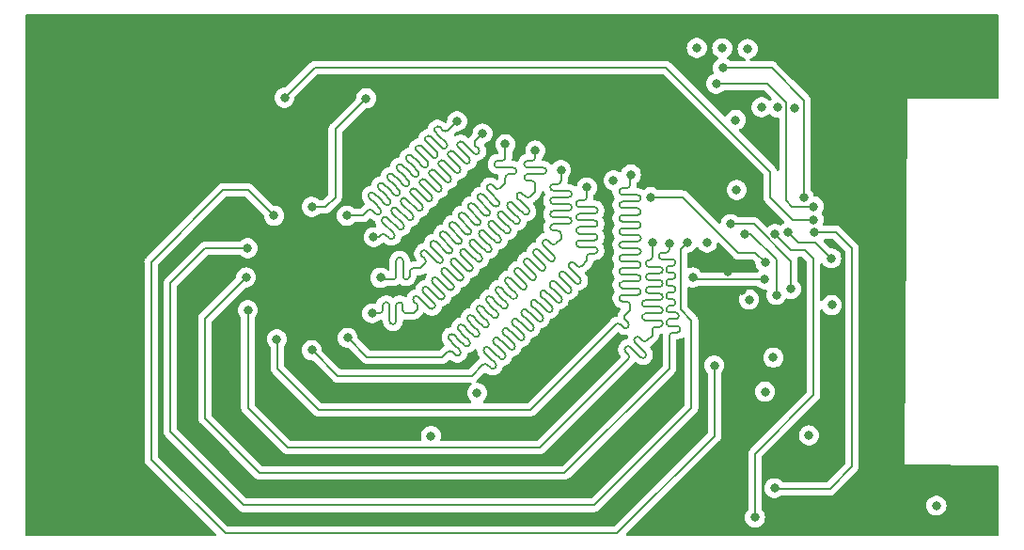
<source format=gbr>
%TF.GenerationSoftware,KiCad,Pcbnew,7.0.6*%
%TF.CreationDate,2024-06-09T16:47:23+02:00*%
%TF.ProjectId,nRF52832_visitcard,6e524635-3238-4333-925f-766973697463,v0.1*%
%TF.SameCoordinates,Original*%
%TF.FileFunction,Copper,L4,Bot*%
%TF.FilePolarity,Positive*%
%FSLAX46Y46*%
G04 Gerber Fmt 4.6, Leading zero omitted, Abs format (unit mm)*
G04 Created by KiCad (PCBNEW 7.0.6) date 2024-06-09 16:47:23*
%MOMM*%
%LPD*%
G01*
G04 APERTURE LIST*
%TA.AperFunction,ViaPad*%
%ADD10C,0.800000*%
%TD*%
%TA.AperFunction,Conductor*%
%ADD11C,0.200000*%
%TD*%
G04 APERTURE END LIST*
D10*
%TO.N,VDD*%
X165531800Y-90820800D03*
X183616600Y-125552200D03*
X165633400Y-97129600D03*
X168935400Y-112217200D03*
X162052000Y-84328000D03*
X172135800Y-119227600D03*
X166744278Y-106996194D03*
X170865800Y-89763600D03*
X138099800Y-119278400D03*
X154533600Y-96266000D03*
X142265400Y-115417600D03*
X174193200Y-107492800D03*
X168198800Y-115290600D03*
%TO.N,GND*%
X187960000Y-123190000D03*
X165887400Y-110109000D03*
X109220000Y-90170000D03*
X166116000Y-106218202D03*
X137160000Y-83820000D03*
X179832000Y-109220000D03*
X168910000Y-93980000D03*
X123190000Y-120650000D03*
X109220000Y-105410000D03*
X139700000Y-83820000D03*
X167640000Y-92710000D03*
X179832000Y-97790000D03*
X114300000Y-83820000D03*
X171450000Y-127000000D03*
X179832000Y-105410000D03*
X179832000Y-116840000D03*
X179832000Y-101600000D03*
X164820600Y-104495600D03*
X116840000Y-95250000D03*
X152400000Y-83820000D03*
X179832000Y-113030000D03*
X179832000Y-104140000D03*
X179832000Y-95250000D03*
X179832000Y-87630000D03*
X179832000Y-114300000D03*
X152400000Y-107950000D03*
X185420000Y-123190000D03*
X179832000Y-115570000D03*
X179832000Y-90170000D03*
X171475400Y-83693000D03*
X179832000Y-119380000D03*
X184150000Y-87630000D03*
X114300000Y-87630000D03*
X179832000Y-99060000D03*
X173990000Y-127000000D03*
X147320000Y-113030000D03*
X109220000Y-120650000D03*
X185928000Y-125476000D03*
X185420000Y-87630000D03*
X160020000Y-88900000D03*
X119380000Y-83820000D03*
X181356000Y-87630000D03*
X149860000Y-83820000D03*
X179832000Y-102870000D03*
X182880000Y-123190000D03*
X124460000Y-83820000D03*
X121920000Y-83820000D03*
X111760000Y-88900000D03*
X154940000Y-83820000D03*
X179832000Y-111760000D03*
X124460000Y-116840000D03*
X127000000Y-83820000D03*
X186690000Y-87630000D03*
X159766000Y-84328000D03*
X179832000Y-106680000D03*
X179832000Y-123190000D03*
X179832000Y-107950000D03*
X173990000Y-110490000D03*
X179832000Y-120650000D03*
X173990000Y-116840000D03*
X179705000Y-91897200D03*
X157480000Y-83820000D03*
X182880000Y-87630000D03*
X149860000Y-110490000D03*
X157480000Y-88900000D03*
X109220000Y-96520000D03*
X179832000Y-100330000D03*
X184150000Y-123190000D03*
X113030000Y-99060000D03*
X173990000Y-113030000D03*
X179832000Y-96520000D03*
X142240000Y-83820000D03*
X169468800Y-83515200D03*
X179832000Y-118110000D03*
X179832000Y-110490000D03*
X179832000Y-88900000D03*
X144780000Y-83820000D03*
X116840000Y-83820000D03*
X179832000Y-121920000D03*
X109220000Y-113030000D03*
X186690000Y-123190000D03*
X129540000Y-83820000D03*
X154940000Y-88900000D03*
X181356000Y-123190000D03*
X168910000Y-92710000D03*
X187960000Y-87630000D03*
X163779200Y-98653600D03*
X113030000Y-124460000D03*
X132080000Y-83820000D03*
X134620000Y-83820000D03*
X147320000Y-83820000D03*
%TO.N,/SETC*%
X168173400Y-105181400D03*
X161671000Y-105003600D03*
%TO.N,/PB*%
X168224200Y-103682800D03*
X157886400Y-97764600D03*
%TO.N,/SDA*%
X170512100Y-106045000D03*
X165100002Y-100203000D03*
%TO.N,/DRSSI1*%
X169066824Y-101097073D03*
X167284400Y-126619000D03*
%TO.N,/DRSSI2*%
X174142400Y-103276400D03*
X170256200Y-100914200D03*
%TO.N,/DRSSI3*%
X172643800Y-100965000D03*
X169037000Y-123977400D03*
%TO.N,/DRSSI4*%
X172567598Y-99796600D03*
X124917200Y-88823800D03*
%TO.N,/DRSSI5*%
X172564037Y-98608693D03*
X163779200Y-87553800D03*
%TO.N,/DRSSI6*%
X171699381Y-97830054D03*
X164388800Y-86131400D03*
%TO.N,/D10*%
X121462800Y-105003600D03*
X159588200Y-101930200D03*
%TO.N,/D11*%
X121589800Y-102362000D03*
X161163000Y-101879400D03*
%TO.N,/D9*%
X121615200Y-107950000D03*
X158038800Y-101854000D03*
%TO.N,/D12*%
X123977400Y-99441000D03*
X163626800Y-112928400D03*
X162966413Y-101879387D03*
%TO.N,/D8*%
X156108400Y-95732600D03*
X124231400Y-110566200D03*
%TO.N,/D1*%
X132257800Y-88874600D03*
X127381000Y-98653600D03*
%TO.N,/D7*%
X127381000Y-111556800D03*
X152146000Y-96901000D03*
%TO.N,/D2*%
X130529650Y-99438152D03*
X140462000Y-90932000D03*
%TO.N,/D6*%
X130606800Y-110439200D03*
X149809200Y-95326200D03*
%TO.N,/D3*%
X132943600Y-101371400D03*
X142748000Y-92049600D03*
%TO.N,/D5*%
X147497800Y-93573600D03*
X132816600Y-108229400D03*
%TO.N,/D4*%
X144805400Y-93014800D03*
X133553200Y-105029000D03*
%TO.N,/DRDY*%
X169214800Y-106578400D03*
X166319200Y-101066600D03*
%TO.N,/RX*%
X167868600Y-89662000D03*
X164338000Y-84353400D03*
%TO.N,/TX*%
X169316400Y-89712800D03*
X166624000Y-84429600D03*
%TD*%
D11*
%TO.N,/SETC*%
X161863000Y-105195600D02*
X168159200Y-105195600D01*
X161671000Y-105003600D02*
X161863000Y-105195600D01*
X168159200Y-105195600D02*
X168173400Y-105181400D01*
%TO.N,/PB*%
X165785800Y-102768400D02*
X167309800Y-102768400D01*
X160782000Y-97764600D02*
X165785800Y-102768400D01*
X167309800Y-102768400D02*
X168224200Y-103682800D01*
X157886400Y-97764600D02*
X160782000Y-97764600D01*
%TO.N,/SDA*%
X167182800Y-100203000D02*
X165100002Y-100203000D01*
X170512100Y-106045000D02*
X170512100Y-103532300D01*
X170512100Y-103532300D02*
X167182800Y-100203000D01*
%TO.N,/DRSSI1*%
X169066824Y-101097073D02*
X169066824Y-101100789D01*
X172567600Y-115595400D02*
X167284400Y-120878600D01*
X169066824Y-101100789D02*
X170531236Y-102565200D01*
X170531236Y-102565200D02*
X171805600Y-102565200D01*
X172567600Y-103327200D02*
X172567600Y-115595400D01*
X167284400Y-120878600D02*
X167284400Y-126619000D01*
X171805600Y-102565200D02*
X172567600Y-103327200D01*
%TO.N,/DRSSI2*%
X171196000Y-101854000D02*
X172720000Y-101854000D01*
X172720000Y-101854000D02*
X174142400Y-103276400D01*
X171196000Y-101854000D02*
X170256200Y-100914200D01*
%TO.N,/DRSSI3*%
X174040800Y-124028200D02*
X169087800Y-124028200D01*
X176022000Y-102387400D02*
X176022000Y-122047000D01*
X169087800Y-124028200D02*
X169037000Y-123977400D01*
X176022000Y-122047000D02*
X174040800Y-124028200D01*
X172643800Y-100965000D02*
X174599600Y-100965000D01*
X174599600Y-100965000D02*
X176022000Y-102387400D01*
%TO.N,/DRSSI4*%
X170662600Y-99796600D02*
X172567598Y-99796600D01*
X127635000Y-86106000D02*
X159283400Y-86106000D01*
X124917200Y-88823800D02*
X127635000Y-86106000D01*
X168656000Y-97790000D02*
X170662600Y-99796600D01*
X159283400Y-86106000D02*
X168656000Y-95478600D01*
X168656000Y-95478600D02*
X168656000Y-97790000D01*
%TO.N,/DRSSI5*%
X170078400Y-98069400D02*
X170078400Y-89281000D01*
X168351200Y-87553800D02*
X163779200Y-87553800D01*
X170078400Y-89281000D02*
X168351200Y-87553800D01*
X170617693Y-98608693D02*
X170078400Y-98069400D01*
X172564037Y-98608693D02*
X170617693Y-98608693D01*
%TO.N,/DRSSI6*%
X168783000Y-86131400D02*
X164388800Y-86131400D01*
X171699381Y-97830054D02*
X171699381Y-89047781D01*
X171699381Y-89047781D02*
X168783000Y-86131400D01*
%TO.N,/D10*%
X159364861Y-105275269D02*
X159364861Y-105651931D01*
X159588200Y-109363600D02*
X160267252Y-109363600D01*
X160267252Y-109963600D02*
X159888200Y-109963600D01*
X159364861Y-107675269D02*
X159364861Y-108051931D01*
X159588200Y-106363600D02*
X159476530Y-106363600D01*
X159476530Y-109363600D02*
X159588200Y-109363600D01*
X159476530Y-105763600D02*
X159588200Y-105763600D01*
X159288200Y-102763600D02*
X158909148Y-102763600D01*
X122707400Y-122631200D02*
X117779800Y-117703600D01*
X159476530Y-108163600D02*
X159588200Y-108163600D01*
X159364861Y-106475269D02*
X159364861Y-106851931D01*
X159849870Y-103963600D02*
X159588200Y-103963600D01*
X159588200Y-108763600D02*
X159476530Y-108763600D01*
X160111539Y-104825269D02*
X160111539Y-104901931D01*
X159364861Y-104075269D02*
X159364861Y-104451931D01*
X159849870Y-105163600D02*
X159588200Y-105163600D01*
X159588200Y-103963600D02*
X159476530Y-103963600D01*
X159588200Y-105763600D02*
X159849870Y-105763600D01*
X159588200Y-104563600D02*
X159849870Y-104563600D01*
X159849870Y-107563600D02*
X159588200Y-107563600D01*
X159588200Y-113182400D02*
X150139400Y-122631200D01*
X158909148Y-103363600D02*
X159288200Y-103363600D01*
X150139400Y-122631200D02*
X122707400Y-122631200D01*
X160117252Y-108763600D02*
X159588200Y-108763600D01*
X117779800Y-108635800D02*
X117830600Y-108635800D01*
X159588200Y-105163600D02*
X159476530Y-105163600D01*
X159588200Y-108163600D02*
X160117252Y-108163600D01*
X159288200Y-103363600D02*
X159849870Y-103363600D01*
X159588200Y-106963600D02*
X159849870Y-106963600D01*
X159364861Y-108875269D02*
X159364861Y-109251931D01*
X117779800Y-117703600D02*
X117779800Y-108635800D01*
X160111539Y-106025269D02*
X160111539Y-106101931D01*
X159588200Y-101930200D02*
X159588200Y-102463600D01*
X117830600Y-108635800D02*
X121462800Y-105003600D01*
X159588200Y-107563600D02*
X159476530Y-107563600D01*
X160111539Y-103625269D02*
X160111539Y-103701931D01*
X159476530Y-106963600D02*
X159588200Y-106963600D01*
X159476530Y-104563600D02*
X159588200Y-104563600D01*
X160111539Y-107225269D02*
X160111539Y-107301931D01*
X159588200Y-110263600D02*
X159588200Y-113182400D01*
X159849870Y-106363600D02*
X159588200Y-106363600D01*
X159849870Y-103963539D02*
G75*
G03*
X160111539Y-103701931I30J261639D01*
G01*
X159476530Y-107563661D02*
G75*
G03*
X159364861Y-107675269I-30J-111639D01*
G01*
X160111600Y-104825269D02*
G75*
G03*
X159849870Y-104563600I-261700J-31D01*
G01*
X159849870Y-106363539D02*
G75*
G03*
X160111539Y-106101931I30J261639D01*
G01*
X159476530Y-106363661D02*
G75*
G03*
X159364861Y-106475269I-30J-111639D01*
G01*
X160111600Y-107225269D02*
G75*
G03*
X159849870Y-106963600I-261700J-31D01*
G01*
X160111600Y-103625269D02*
G75*
G03*
X159849870Y-103363600I-261700J-31D01*
G01*
X159849870Y-107563539D02*
G75*
G03*
X160111539Y-107301931I30J261639D01*
G01*
X159849870Y-105163539D02*
G75*
G03*
X160111539Y-104901931I30J261639D01*
G01*
X159888200Y-109963600D02*
G75*
G03*
X159588200Y-110263600I0J-300000D01*
G01*
X160567300Y-109663600D02*
G75*
G03*
X160267252Y-109363600I-300000J0D01*
G01*
X159364800Y-105651931D02*
G75*
G03*
X159476530Y-105763600I111700J31D01*
G01*
X159288200Y-102763600D02*
G75*
G03*
X159588200Y-102463600I0J300000D01*
G01*
X158909148Y-102763648D02*
G75*
G03*
X158609148Y-103063600I-48J-299952D01*
G01*
X159364800Y-108051931D02*
G75*
G03*
X159476530Y-108163600I111700J31D01*
G01*
X159364800Y-106851931D02*
G75*
G03*
X159476530Y-106963600I111700J31D01*
G01*
X160111600Y-106025269D02*
G75*
G03*
X159849870Y-105763600I-261700J-31D01*
G01*
X159364800Y-109251931D02*
G75*
G03*
X159476530Y-109363600I111700J31D01*
G01*
X160267252Y-109963552D02*
G75*
G03*
X160567252Y-109663600I48J299952D01*
G01*
X159476530Y-103963661D02*
G75*
G03*
X159364861Y-104075269I-30J-111639D01*
G01*
X159476530Y-105163661D02*
G75*
G03*
X159364861Y-105275269I-30J-111639D01*
G01*
X160417300Y-108463600D02*
G75*
G03*
X160117252Y-108163600I-300000J0D01*
G01*
X159476530Y-108763661D02*
G75*
G03*
X159364861Y-108875269I-30J-111639D01*
G01*
X158609100Y-103063600D02*
G75*
G03*
X158909148Y-103363600I300000J0D01*
G01*
X159364800Y-104451931D02*
G75*
G03*
X159476530Y-104563600I111700J31D01*
G01*
X160117252Y-108763552D02*
G75*
G03*
X160417252Y-108463600I48J299952D01*
G01*
%TO.N,/D11*%
X152781000Y-125526800D02*
X121259600Y-125526800D01*
X121259600Y-125526800D02*
X114604800Y-118872000D01*
X114604800Y-118872000D02*
X114604800Y-105537000D01*
X117779800Y-102362000D02*
X121589800Y-102362000D01*
X114604800Y-105537000D02*
X117779800Y-102362000D01*
X160578800Y-102463600D02*
X160578800Y-107873800D01*
X161569400Y-116738400D02*
X152781000Y-125526800D01*
X161569400Y-108864400D02*
X161569400Y-116738400D01*
X161163000Y-101879400D02*
X160578800Y-102463600D01*
X160578800Y-107873800D02*
X161569400Y-108864400D01*
%TO.N,/D9*%
X157447221Y-104945189D02*
X157447221Y-104953611D01*
X125196600Y-120319800D02*
X121615200Y-116738400D01*
X157448550Y-103739650D02*
X157448550Y-103754275D01*
X121615200Y-116738400D02*
X121615200Y-107950000D01*
X155639340Y-111700229D02*
X155882122Y-111943011D01*
X156730650Y-111094482D02*
X157397686Y-111761518D01*
X158038800Y-105849400D02*
X157743010Y-105849400D01*
X158682183Y-108249400D02*
X158038800Y-108249400D01*
X158038800Y-105249400D02*
X158682183Y-105249400D01*
X158038800Y-108249400D02*
X157395417Y-108249400D01*
X157395417Y-108849400D02*
X158038800Y-108849400D01*
X158682183Y-105849400D02*
X158038800Y-105849400D01*
X156518521Y-111730881D02*
X156063605Y-111275965D01*
X158038800Y-110210600D02*
X157579181Y-110670219D01*
X157447221Y-106145189D02*
X157447221Y-106153611D01*
X158038800Y-107049400D02*
X157395417Y-107049400D01*
X158038800Y-104649400D02*
X157743010Y-104649400D01*
X155639341Y-111275965D02*
X155639340Y-111275965D01*
X158038800Y-108849400D02*
X158682183Y-108849400D01*
X158682183Y-109449400D02*
X158338800Y-109449400D01*
X157743010Y-106449400D02*
X158038800Y-106449400D01*
X158038800Y-106449400D02*
X158682183Y-106449400D01*
X155882123Y-112367276D02*
X147929600Y-120319800D01*
X147929600Y-120319800D02*
X125196600Y-120319800D01*
X157395417Y-107649400D02*
X158038800Y-107649400D01*
X158038800Y-109749400D02*
X158038800Y-110210600D01*
X157743675Y-104049400D02*
X158038800Y-104049400D01*
X158682183Y-104649400D02*
X158038800Y-104649400D01*
X155882122Y-112367275D02*
X155882123Y-112367276D01*
X157743010Y-105249400D02*
X158038800Y-105249400D01*
X158038800Y-101854000D02*
X158038800Y-103149400D01*
X156973422Y-112185782D02*
X156518521Y-111730881D01*
X158038800Y-107649400D02*
X158682183Y-107649400D01*
X156487860Y-110427427D02*
X156487859Y-110427427D01*
X158682183Y-107049400D02*
X158038800Y-107049400D01*
X156487859Y-110851691D02*
X156730650Y-111094482D01*
X157154916Y-110670219D02*
X156912124Y-110427427D01*
X158038800Y-104049400D02*
X158682183Y-104049400D01*
X157154915Y-110670219D02*
X157154916Y-110670219D01*
X156063604Y-111275966D02*
G75*
G03*
X155639342Y-111275966I-212131J-212131D01*
G01*
X157743010Y-104649421D02*
G75*
G03*
X157447221Y-104945189I-10J-295779D01*
G01*
X158982200Y-106749400D02*
G75*
G03*
X158682183Y-106449400I-300000J0D01*
G01*
X158682183Y-109449383D02*
G75*
G03*
X158982183Y-109149400I17J299983D01*
G01*
X158682183Y-108249383D02*
G75*
G03*
X158982183Y-107949400I17J299983D01*
G01*
X157743675Y-103444450D02*
G75*
G03*
X157448550Y-103739650I25J-295150D01*
G01*
X155882079Y-112367232D02*
G75*
G03*
X155882122Y-111943011I-212079J212132D01*
G01*
X157447200Y-104953611D02*
G75*
G03*
X157743010Y-105249400I295800J11D01*
G01*
X158682183Y-104649383D02*
G75*
G03*
X158982183Y-104349400I17J299983D01*
G01*
X155639343Y-111275968D02*
G75*
G03*
X155639340Y-111700229I212157J-212132D01*
G01*
X157095400Y-107349400D02*
G75*
G03*
X157395417Y-107649400I300000J0D01*
G01*
X156487900Y-110427468D02*
G75*
G03*
X156487859Y-110851691I212100J-212132D01*
G01*
X157447200Y-106153611D02*
G75*
G03*
X157743010Y-106449400I295800J11D01*
G01*
X158982200Y-107949400D02*
G75*
G03*
X158682183Y-107649400I-300000J0D01*
G01*
X158982200Y-104349400D02*
G75*
G03*
X158682183Y-104049400I-300000J0D01*
G01*
X157448600Y-103754275D02*
G75*
G03*
X157743675Y-104049400I295100J-25D01*
G01*
X158982200Y-109149400D02*
G75*
G03*
X158682183Y-108849400I-300000J0D01*
G01*
X157095400Y-108549400D02*
G75*
G03*
X157395417Y-108849400I300000J0D01*
G01*
X156973423Y-112185781D02*
G75*
G03*
X157397685Y-112185781I212131J212131D01*
G01*
X158338800Y-109449400D02*
G75*
G03*
X158038800Y-109749400I0J-300000D01*
G01*
X157395417Y-108249417D02*
G75*
G03*
X157095417Y-108549400I-17J-299983D01*
G01*
X158682183Y-107049383D02*
G75*
G03*
X158982183Y-106749400I17J299983D01*
G01*
X158982200Y-105549400D02*
G75*
G03*
X158682183Y-105249400I-300000J0D01*
G01*
X157395417Y-107049417D02*
G75*
G03*
X157095417Y-107349400I-17J-299983D01*
G01*
X157154915Y-110670219D02*
G75*
G03*
X157579181Y-110670219I212133J212134D01*
G01*
X156912123Y-110427428D02*
G75*
G03*
X156487861Y-110427428I-212131J-212131D01*
G01*
X158682183Y-105849383D02*
G75*
G03*
X158982183Y-105549400I17J299983D01*
G01*
X157397735Y-112185831D02*
G75*
G03*
X157397685Y-111761519I-212135J212131D01*
G01*
X157743675Y-103444500D02*
G75*
G03*
X158038800Y-103149400I25J295100D01*
G01*
X157743010Y-105849421D02*
G75*
G03*
X157447221Y-106145189I-10J-295779D01*
G01*
%TO.N,/D12*%
X112903000Y-121386600D02*
X112903000Y-103606600D01*
X163626800Y-112928400D02*
X163626800Y-119303800D01*
X119583200Y-128066800D02*
X112903000Y-121386600D01*
X154863800Y-128066800D02*
X119583200Y-128066800D01*
X121691400Y-97155000D02*
X123977400Y-99441000D01*
X112903000Y-103606600D02*
X119354600Y-97155000D01*
X163626800Y-119303800D02*
X154863800Y-128066800D01*
X119354600Y-97155000D02*
X121691400Y-97155000D01*
%TO.N,/D8*%
X155839886Y-109500055D02*
X155839887Y-109500055D01*
X156032200Y-99972400D02*
X156710227Y-99972400D01*
X155354173Y-104772400D02*
X156032200Y-104772400D01*
X156710202Y-106572400D02*
X156032200Y-106572400D01*
X156710202Y-104172400D02*
X156032200Y-104172400D01*
X154724052Y-109232749D02*
X147015200Y-116941600D01*
X156710202Y-105372400D02*
X156032200Y-105372400D01*
X155354173Y-99972400D02*
X156032200Y-99972400D01*
X154724054Y-109232750D02*
X154724052Y-109232749D01*
X155415623Y-109500055D02*
X155148318Y-109232750D01*
X155354173Y-98772400D02*
X156032200Y-98772400D01*
X156710202Y-102972400D02*
X156032200Y-102972400D01*
X155572580Y-108808485D02*
X155839886Y-109075791D01*
X155354173Y-102372400D02*
X156032200Y-102372400D01*
X156710227Y-100572400D02*
X156032200Y-100572400D01*
X156032200Y-104772400D02*
X156710202Y-104772400D01*
X156032200Y-95808800D02*
X156032200Y-96672400D01*
X156032200Y-98172400D02*
X155354173Y-98172400D01*
X156032200Y-102972400D02*
X155354173Y-102972400D01*
X155732200Y-96972400D02*
X155354173Y-96972400D01*
X156032200Y-98772400D02*
X156710227Y-98772400D01*
X156032200Y-107924600D02*
X155572581Y-108384219D01*
X156032200Y-101772400D02*
X155354173Y-101772400D01*
X156710227Y-98172400D02*
X156032200Y-98172400D01*
X147015200Y-116941600D02*
X128016000Y-116941600D01*
X156032200Y-103572400D02*
X156710202Y-103572400D01*
X155354173Y-105972400D02*
X156032200Y-105972400D01*
X155354173Y-97572400D02*
X155732200Y-97572400D01*
X156032200Y-100572400D02*
X155354173Y-100572400D01*
X156032200Y-99372400D02*
X155354173Y-99372400D01*
X156032200Y-101172400D02*
X156710227Y-101172400D01*
X156710227Y-99372400D02*
X156032200Y-99372400D01*
X155354173Y-107172400D02*
X155732200Y-107172400D01*
X155354173Y-101172400D02*
X156032200Y-101172400D01*
X124256800Y-113182400D02*
X124256800Y-110591600D01*
X156108400Y-95732600D02*
X156032200Y-95808800D01*
X155354173Y-103572400D02*
X156032200Y-103572400D01*
X155732200Y-97572400D02*
X156710227Y-97572400D01*
X156710227Y-101772400D02*
X156032200Y-101772400D01*
X156032200Y-105972400D02*
X156710202Y-105972400D01*
X156032200Y-102372400D02*
X156710202Y-102372400D01*
X156032200Y-106572400D02*
X155354173Y-106572400D01*
X124256800Y-110591600D02*
X124231400Y-110566200D01*
X156032200Y-105372400D02*
X155354173Y-105372400D01*
X156032200Y-107472400D02*
X156032200Y-107924600D01*
X156032200Y-104172400D02*
X155354173Y-104172400D01*
X155572581Y-108808485D02*
X155572580Y-108808485D01*
X128016000Y-116941600D02*
X124256800Y-113182400D01*
X157010200Y-102672400D02*
G75*
G03*
X156710202Y-102372400I-300000J0D01*
G01*
X155354173Y-105372373D02*
G75*
G03*
X155054173Y-105672400I27J-300027D01*
G01*
X155354173Y-106572373D02*
G75*
G03*
X155054173Y-106872400I27J-300027D01*
G01*
X155054200Y-102072400D02*
G75*
G03*
X155354173Y-102372400I300000J0D01*
G01*
X155354173Y-102972373D02*
G75*
G03*
X155054173Y-103272400I27J-300027D01*
G01*
X156710227Y-99372427D02*
G75*
G03*
X157010227Y-99072400I-27J300027D01*
G01*
X157010200Y-97872400D02*
G75*
G03*
X156710227Y-97572400I-300000J0D01*
G01*
X157010200Y-106272400D02*
G75*
G03*
X156710202Y-105972400I-300000J0D01*
G01*
X157010200Y-101472400D02*
G75*
G03*
X156710227Y-101172400I-300000J0D01*
G01*
X155148317Y-109232751D02*
G75*
G03*
X154724055Y-109232751I-212131J-212131D01*
G01*
X155054200Y-99672400D02*
G75*
G03*
X155354173Y-99972400I300000J0D01*
G01*
X155054200Y-100872400D02*
G75*
G03*
X155354173Y-101172400I300000J0D01*
G01*
X155354173Y-99372373D02*
G75*
G03*
X155054173Y-99672400I27J-300027D01*
G01*
X155054200Y-106872400D02*
G75*
G03*
X155354173Y-107172400I300000J0D01*
G01*
X155354173Y-100572373D02*
G75*
G03*
X155054173Y-100872400I27J-300027D01*
G01*
X157010200Y-105072400D02*
G75*
G03*
X156710202Y-104772400I-300000J0D01*
G01*
X155732200Y-96972400D02*
G75*
G03*
X156032200Y-96672400I0J300000D01*
G01*
X156710227Y-100572427D02*
G75*
G03*
X157010227Y-100272400I-27J300027D01*
G01*
X157010200Y-103872400D02*
G75*
G03*
X156710202Y-103572400I-300000J0D01*
G01*
X156710227Y-98172427D02*
G75*
G03*
X157010227Y-97872400I-27J300027D01*
G01*
X156710202Y-102972402D02*
G75*
G03*
X157010202Y-102672400I-2J300002D01*
G01*
X155354173Y-98172373D02*
G75*
G03*
X155054173Y-98472400I27J-300027D01*
G01*
X156032200Y-107472400D02*
G75*
G03*
X155732200Y-107172400I-300000J0D01*
G01*
X157010200Y-99072400D02*
G75*
G03*
X156710227Y-98772400I-300000J0D01*
G01*
X155354173Y-96972373D02*
G75*
G03*
X155054173Y-97272400I27J-300027D01*
G01*
X155839863Y-109500032D02*
G75*
G03*
X155839886Y-109075791I-212063J212132D01*
G01*
X155354173Y-101772373D02*
G75*
G03*
X155054173Y-102072400I27J-300027D01*
G01*
X155054200Y-98472400D02*
G75*
G03*
X155354173Y-98772400I300000J0D01*
G01*
X155054200Y-103272400D02*
G75*
G03*
X155354173Y-103572400I300000J0D01*
G01*
X156710227Y-101772427D02*
G75*
G03*
X157010227Y-101472400I-27J300027D01*
G01*
X155054200Y-105672400D02*
G75*
G03*
X155354173Y-105972400I300000J0D01*
G01*
X155054200Y-97272400D02*
G75*
G03*
X155354173Y-97572400I300000J0D01*
G01*
X156710202Y-106572402D02*
G75*
G03*
X157010202Y-106272400I-2J300002D01*
G01*
X156710202Y-104172402D02*
G75*
G03*
X157010202Y-103872400I-2J300002D01*
G01*
X155572629Y-108384267D02*
G75*
G03*
X155572581Y-108808485I212071J-212133D01*
G01*
X155415624Y-109500054D02*
G75*
G03*
X155839886Y-109500054I212131J212131D01*
G01*
X155354173Y-104172373D02*
G75*
G03*
X155054173Y-104472400I27J-300027D01*
G01*
X157010200Y-100272400D02*
G75*
G03*
X156710227Y-99972400I-300000J0D01*
G01*
X156710202Y-105372402D02*
G75*
G03*
X157010202Y-105072400I-2J300002D01*
G01*
X155054200Y-104472400D02*
G75*
G03*
X155354173Y-104772400I300000J0D01*
G01*
%TO.N,/D1*%
X128600200Y-98653600D02*
X129489200Y-97764600D01*
X129489200Y-97764600D02*
X129489200Y-91643200D01*
X129489200Y-91643200D02*
X132257800Y-88874600D01*
X127381000Y-98653600D02*
X128600200Y-98653600D01*
%TO.N,/D7*%
X149723832Y-104971920D02*
X150201455Y-105449543D01*
X150572334Y-103699101D02*
X150572333Y-103699101D01*
X148875286Y-105820430D02*
X149352927Y-106298071D01*
X152821462Y-101664600D02*
X152146000Y-101664600D01*
X146807343Y-108843655D02*
X147285005Y-109321317D01*
X144632638Y-110063062D02*
X145110287Y-110540711D01*
X152146000Y-96901000D02*
X152146000Y-97764600D01*
X144315103Y-112291111D02*
X143837497Y-111813505D01*
X149406310Y-107199982D02*
X148928665Y-106722337D01*
X142776835Y-112874168D02*
X142776834Y-112874167D01*
X152146000Y-103164600D02*
X152146000Y-103505000D01*
X152821462Y-102864600D02*
X152446000Y-102864600D01*
X149777193Y-105873809D02*
X149299550Y-105396166D01*
X152146000Y-99864600D02*
X152821462Y-99864600D01*
X146860741Y-109745581D02*
X146383081Y-109267921D01*
X143890881Y-113139681D02*
X143890879Y-113139684D01*
X148504399Y-107146599D02*
X148982017Y-107624217D01*
X152146000Y-101064600D02*
X152821462Y-101064600D01*
X143837497Y-111813505D02*
X143359854Y-111335862D01*
X148026758Y-106668958D02*
X148504399Y-107146599D01*
X150625721Y-105025281D02*
X150148096Y-104547656D01*
X148557753Y-108048481D02*
X148080137Y-107570865D01*
X144261759Y-111389239D02*
X144739367Y-111866847D01*
X148080137Y-107570865D02*
X147602512Y-107093240D01*
X145163631Y-111442583D02*
X144686025Y-110964977D01*
X150572333Y-104123365D02*
X150837850Y-104388882D01*
X152146000Y-102264600D02*
X152821462Y-102264600D01*
X143784136Y-110911616D02*
X144261759Y-111389239D01*
X142776834Y-112874167D02*
X141782800Y-113868200D01*
X152146000Y-101664600D02*
X151470538Y-101664600D01*
X147709215Y-108896999D02*
X147231609Y-108419393D01*
X152821462Y-100464600D02*
X152146000Y-100464600D01*
X146012187Y-110594083D02*
X145534553Y-110116449D01*
X151262115Y-103964619D02*
X151262116Y-103964619D01*
X150201455Y-105449543D02*
X150679115Y-105927203D01*
X152146000Y-99264600D02*
X151470538Y-99264600D01*
X146329720Y-108366032D02*
X146807343Y-108843655D01*
X151103323Y-105502883D02*
X150625721Y-105025281D01*
X146383081Y-109267921D02*
X145905438Y-108790278D01*
X150837850Y-104388882D02*
X151527587Y-105078619D01*
X150254851Y-106351467D02*
X149777193Y-105873809D01*
X151470538Y-102264600D02*
X152146000Y-102264600D01*
X142935590Y-111760126D02*
X143413231Y-112237767D01*
X151846000Y-98064600D02*
X151470538Y-98064600D01*
X152821462Y-99264600D02*
X152146000Y-99264600D01*
X147231609Y-108419393D02*
X146753984Y-107941768D01*
X145481174Y-109214542D02*
X145958815Y-109692183D01*
X145534553Y-110116449D02*
X145056902Y-109638798D01*
X149352927Y-106298071D02*
X149830574Y-106775718D01*
X151470538Y-99864600D02*
X152146000Y-99864600D01*
X148928665Y-106722337D02*
X148451022Y-106244694D01*
X151262116Y-103964619D02*
X150996598Y-103699101D01*
X152146000Y-103505000D02*
X151686381Y-103964619D01*
X145110287Y-110540711D02*
X145587895Y-111018319D01*
X141782800Y-113868200D02*
X129692400Y-113868200D01*
X147655871Y-107995127D02*
X148133479Y-108472735D01*
X151846000Y-98664600D02*
X152821462Y-98664600D01*
X145958815Y-109692183D02*
X146436451Y-110169819D01*
X143413231Y-112237767D02*
X143890881Y-112715417D01*
X143466615Y-113139684D02*
X143201099Y-112874168D01*
X129692400Y-113868200D02*
X127381000Y-111556800D01*
X151470538Y-101064600D02*
X152146000Y-101064600D01*
X144686025Y-110964977D02*
X144208400Y-110487352D01*
X152146000Y-100464600D02*
X151470538Y-100464600D01*
X151470538Y-98664600D02*
X151846000Y-98664600D01*
X147178248Y-107517504D02*
X147655871Y-107995127D01*
X148875289Y-105396169D02*
G75*
G03*
X148875287Y-105820429I212111J-212131D01*
G01*
X145481165Y-108790269D02*
G75*
G03*
X145481175Y-109214541I212135J-212131D01*
G01*
X144208399Y-110487353D02*
G75*
G03*
X143784137Y-110487353I-212131J-212131D01*
G01*
X151170500Y-101964600D02*
G75*
G03*
X151470538Y-102264600I300000J0D01*
G01*
X151470538Y-100464638D02*
G75*
G03*
X151170538Y-100764600I-38J-299962D01*
G01*
X146329721Y-107941769D02*
G75*
G03*
X146329721Y-108366031I212179J-212131D01*
G01*
X146860742Y-109745580D02*
G75*
G03*
X147285004Y-109745580I212131J212131D01*
G01*
X146012188Y-110594082D02*
G75*
G03*
X146436450Y-110594082I212131J212131D01*
G01*
X151846000Y-98064600D02*
G75*
G03*
X152146000Y-97764600I0J300000D01*
G01*
X145587944Y-111442632D02*
G75*
G03*
X145587895Y-111018319I-212144J212132D01*
G01*
X153121500Y-100164600D02*
G75*
G03*
X152821462Y-99864600I-300000J0D01*
G01*
X147709216Y-108896998D02*
G75*
G03*
X148133478Y-108896998I212131J212131D01*
G01*
X144632608Y-109638768D02*
G75*
G03*
X144632638Y-110063062I212192J-212132D01*
G01*
X149830524Y-107199932D02*
G75*
G03*
X149830574Y-106775718I-212124J212132D01*
G01*
X151170500Y-100764600D02*
G75*
G03*
X151470538Y-101064600I300000J0D01*
G01*
X150679080Y-106351432D02*
G75*
G03*
X150679115Y-105927203I-212080J212132D01*
G01*
X147284956Y-109745532D02*
G75*
G03*
X147285005Y-109321317I-212056J212132D01*
G01*
X150996597Y-103699102D02*
G75*
G03*
X150572335Y-103699102I-212131J-212131D01*
G01*
X151527635Y-105502931D02*
G75*
G03*
X151527586Y-105078620I-212135J212131D01*
G01*
X151262115Y-103964619D02*
G75*
G03*
X151686381Y-103964619I212133J212134D01*
G01*
X152821462Y-101664562D02*
G75*
G03*
X153121462Y-101364600I38J299962D01*
G01*
X144739388Y-112291132D02*
G75*
G03*
X144739367Y-111866847I-212188J212132D01*
G01*
X143201098Y-112874169D02*
G75*
G03*
X142776836Y-112874169I-212131J-212131D01*
G01*
X144315104Y-112291110D02*
G75*
G03*
X144739366Y-112291110I212131J212131D01*
G01*
X149406311Y-107199981D02*
G75*
G03*
X149830573Y-107199981I212131J212131D01*
G01*
X149723845Y-104547669D02*
G75*
G03*
X149723833Y-104971919I212155J-212131D01*
G01*
X146753983Y-107941769D02*
G75*
G03*
X146329721Y-107941769I-212131J-212131D01*
G01*
X145905437Y-108790279D02*
G75*
G03*
X145481175Y-108790279I-212131J-212131D01*
G01*
X151470538Y-99264638D02*
G75*
G03*
X151170538Y-99564600I-38J-299962D01*
G01*
X152821462Y-100464562D02*
G75*
G03*
X153121462Y-100164600I38J299962D01*
G01*
X153121500Y-102564600D02*
G75*
G03*
X152821462Y-102264600I-300000J0D01*
G01*
X143359853Y-111335863D02*
G75*
G03*
X142935591Y-111335863I-212131J-212131D01*
G01*
X142935596Y-111335868D02*
G75*
G03*
X142935590Y-111760126I212104J-212132D01*
G01*
X153121500Y-98964600D02*
G75*
G03*
X152821462Y-98664600I-300000J0D01*
G01*
X147602511Y-107093241D02*
G75*
G03*
X147178249Y-107093241I-212131J-212131D01*
G01*
X151470538Y-101664638D02*
G75*
G03*
X151170538Y-101964600I-38J-299962D01*
G01*
X148451021Y-106244695D02*
G75*
G03*
X148026759Y-106244695I-212131J-212131D01*
G01*
X151170500Y-99564600D02*
G75*
G03*
X151470538Y-99864600I300000J0D01*
G01*
X151170500Y-98364600D02*
G75*
G03*
X151470538Y-98664600I300000J0D01*
G01*
X143890831Y-113139631D02*
G75*
G03*
X143890880Y-112715418I-212131J212131D01*
G01*
X150254852Y-106351466D02*
G75*
G03*
X150679114Y-106351466I212131J212131D01*
G01*
X148026732Y-106244668D02*
G75*
G03*
X148026758Y-106668958I212168J-212132D01*
G01*
X143466616Y-113139683D02*
G75*
G03*
X143890878Y-113139683I212131J212131D01*
G01*
X153121500Y-101364600D02*
G75*
G03*
X152821462Y-101064600I-300000J0D01*
G01*
X145056901Y-109638799D02*
G75*
G03*
X144632639Y-109638799I-212131J-212131D01*
G01*
X143784152Y-110487368D02*
G75*
G03*
X143784136Y-110911616I212148J-212132D01*
G01*
X150148095Y-104547657D02*
G75*
G03*
X149723833Y-104547657I-212131J-212131D01*
G01*
X148981968Y-108048431D02*
G75*
G03*
X148982017Y-107624217I-212068J212131D01*
G01*
X148133512Y-108897032D02*
G75*
G03*
X148133479Y-108472735I-212212J212132D01*
G01*
X152821462Y-99264562D02*
G75*
G03*
X153121462Y-98964600I38J299962D01*
G01*
X151470538Y-98064638D02*
G75*
G03*
X151170538Y-98364600I-38J-299962D01*
G01*
X149299549Y-105396167D02*
G75*
G03*
X148875287Y-105396167I-212131J-212131D01*
G01*
X150572300Y-103699068D02*
G75*
G03*
X150572333Y-104123365I212200J-212132D01*
G01*
X152446000Y-102864600D02*
G75*
G03*
X152146000Y-103164600I0J-300000D01*
G01*
X148557754Y-108048480D02*
G75*
G03*
X148982016Y-108048480I212131J212131D01*
G01*
X147178276Y-107093268D02*
G75*
G03*
X147178248Y-107517504I212124J-212132D01*
G01*
X145163632Y-111442582D02*
G75*
G03*
X145587894Y-111442582I212131J212131D01*
G01*
X152821462Y-102864562D02*
G75*
G03*
X153121462Y-102564600I38J299962D01*
G01*
X146436500Y-110594132D02*
G75*
G03*
X146436451Y-110169819I-212200J212132D01*
G01*
X151103324Y-105502882D02*
G75*
G03*
X151527586Y-105502882I212131J212131D01*
G01*
%TO.N,/D2*%
X132411312Y-98982690D02*
X132411310Y-98982691D01*
X135664002Y-96719948D02*
X135169028Y-96224974D01*
X133966946Y-98417004D02*
X133471972Y-97922030D01*
X137714612Y-93679390D02*
X137219636Y-93184414D01*
X138138874Y-93255124D02*
X138633850Y-93750100D01*
X135593290Y-95800708D02*
X136088266Y-96295684D01*
X131955848Y-99438152D02*
X130529650Y-99438152D01*
X133471972Y-97922030D02*
X132976996Y-97427054D01*
X134744762Y-96649236D02*
X135239738Y-97144212D01*
X137290346Y-94103652D02*
X137785322Y-94598628D01*
X133047706Y-98346292D02*
X133542682Y-98841268D01*
X139199535Y-91770200D02*
X138916692Y-91487357D01*
X137361058Y-95022892D02*
X136866084Y-94527918D01*
X133401260Y-97002790D02*
X133896234Y-97497764D01*
X137643900Y-92760150D02*
X138138874Y-93255124D01*
X138563140Y-92830862D02*
X138068164Y-92335886D01*
X136512530Y-95871420D02*
X136017556Y-95376446D01*
X133896234Y-97497764D02*
X134391210Y-97992740D01*
X138775270Y-92194463D02*
X139482378Y-92901572D01*
X140462000Y-90932000D02*
X139623800Y-91770200D01*
X139199534Y-91770200D02*
X139199535Y-91770200D01*
X138492428Y-91911621D02*
X138775270Y-92194463D01*
X133118418Y-99265532D02*
X132835576Y-98982690D01*
X136017556Y-95376446D02*
X135522580Y-94881470D01*
X138209586Y-94174364D02*
X137714612Y-93679390D01*
X134249788Y-96154262D02*
X134744762Y-96649236D01*
X135098316Y-95305734D02*
X135593290Y-95800708D01*
X132411310Y-98982691D02*
X131955848Y-99438152D01*
X132552732Y-97851318D02*
X133047706Y-98346292D01*
X136795372Y-93608678D02*
X137290346Y-94103652D01*
X139058114Y-93325836D02*
X138563140Y-92830862D01*
X134320500Y-97073502D02*
X133825524Y-96578526D01*
X135169028Y-96224974D02*
X134674052Y-95729998D01*
X135946844Y-94457206D02*
X136441818Y-94952180D01*
X134815474Y-97568476D02*
X134320500Y-97073502D01*
X136866084Y-94527918D02*
X136371108Y-94032942D01*
X136441818Y-94952180D02*
X136936794Y-95447156D01*
X136088250Y-96719932D02*
G75*
G03*
X136088266Y-96295684I-212150J212132D01*
G01*
X136371107Y-94032943D02*
G75*
G03*
X135946845Y-94032943I-212131J-212131D01*
G01*
X132552746Y-97427068D02*
G75*
G03*
X132552732Y-97851318I212154J-212132D01*
G01*
X133401303Y-96578569D02*
G75*
G03*
X133401261Y-97002789I212097J-212131D01*
G01*
X138916691Y-91487358D02*
G75*
G03*
X138492429Y-91487358I-212131J-212131D01*
G01*
X133118419Y-99265531D02*
G75*
G03*
X133542681Y-99265531I212131J212131D01*
G01*
X137219635Y-93184415D02*
G75*
G03*
X136795373Y-93184415I-212131J-212131D01*
G01*
X137785362Y-95022932D02*
G75*
G03*
X137785322Y-94598628I-212162J212132D01*
G01*
X138492439Y-91487368D02*
G75*
G03*
X138492428Y-91911621I212161J-212132D01*
G01*
X134391238Y-98417032D02*
G75*
G03*
X134391210Y-97992740I-212138J212132D01*
G01*
X135664003Y-96719947D02*
G75*
G03*
X136088265Y-96719947I212131J212131D01*
G01*
X133542682Y-99265532D02*
G75*
G03*
X133542682Y-98841268I-212082J212132D01*
G01*
X134249758Y-95729968D02*
G75*
G03*
X134249788Y-96154262I212142J-212132D01*
G01*
X136512531Y-95871419D02*
G75*
G03*
X136936793Y-95871419I212131J212131D01*
G01*
X137643882Y-92335868D02*
G75*
G03*
X137643900Y-92760150I212118J-212132D01*
G01*
X136795326Y-93184368D02*
G75*
G03*
X136795372Y-93608678I212174J-212132D01*
G01*
X133966947Y-98417003D02*
G75*
G03*
X134391209Y-98417003I212131J212131D01*
G01*
X135946870Y-94032968D02*
G75*
G03*
X135946844Y-94457206I212130J-212132D01*
G01*
X136936806Y-95871432D02*
G75*
G03*
X136936794Y-95447156I-212106J212132D01*
G01*
X138068163Y-92335887D02*
G75*
G03*
X137643901Y-92335887I-212131J-212131D01*
G01*
X132835575Y-98982691D02*
G75*
G03*
X132411313Y-98982691I-212131J-212131D01*
G01*
X139058115Y-93325835D02*
G75*
G03*
X139482377Y-93325835I212131J212131D01*
G01*
X139199534Y-91770200D02*
G75*
G03*
X139623800Y-91770200I212133J212134D01*
G01*
X134674051Y-95729999D02*
G75*
G03*
X134249789Y-95729999I-212131J-212131D01*
G01*
X138209587Y-94174363D02*
G75*
G03*
X138633849Y-94174363I212131J212131D01*
G01*
X132976995Y-97427055D02*
G75*
G03*
X132552733Y-97427055I-212131J-212131D01*
G01*
X139482374Y-93325832D02*
G75*
G03*
X139482378Y-92901572I-212174J212132D01*
G01*
X135239694Y-97568432D02*
G75*
G03*
X135239738Y-97144212I-212094J212132D01*
G01*
X134815475Y-97568475D02*
G75*
G03*
X135239737Y-97568475I212131J212131D01*
G01*
X135098314Y-94881468D02*
G75*
G03*
X135098316Y-95305734I212086J-212132D01*
G01*
X133825523Y-96578527D02*
G75*
G03*
X133401261Y-96578527I-212131J-212131D01*
G01*
X137361059Y-95022891D02*
G75*
G03*
X137785321Y-95022891I212131J212131D01*
G01*
X135522579Y-94881471D02*
G75*
G03*
X135098317Y-94881471I-212131J-212131D01*
G01*
X138633818Y-94174332D02*
G75*
G03*
X138633850Y-93750100I-212118J212132D01*
G01*
%TO.N,/D6*%
X132359400Y-112191800D02*
X130606800Y-110439200D01*
X148925316Y-101958019D02*
X148663591Y-101696294D01*
X150479316Y-97791400D02*
X149809200Y-97791400D01*
X150479316Y-98991400D02*
X149809200Y-98991400D01*
X149139084Y-98391400D02*
X149809200Y-98391400D01*
X147440393Y-103867209D02*
X146966548Y-103393364D01*
X145693756Y-104666156D02*
X146167599Y-105139999D01*
X139591506Y-111716095D02*
X139115800Y-112191800D01*
X148338525Y-104341079D02*
X148338526Y-104341078D01*
X144894809Y-106412793D02*
X144420986Y-105938970D01*
X143148172Y-107211740D02*
X143622015Y-107685583D01*
X141924959Y-109382639D02*
X142398769Y-109856449D01*
X149809200Y-101091400D02*
X149809200Y-101498400D01*
X140652168Y-110655432D02*
X140178315Y-110181579D01*
X145368622Y-106886606D02*
X144894809Y-106412793D01*
X148239326Y-102120558D02*
X148501050Y-102382282D01*
X149809200Y-99591400D02*
X150479316Y-99591400D01*
X147016127Y-104291471D02*
X147489974Y-104765318D01*
X149139084Y-99591400D02*
X149809200Y-99591400D01*
X149809200Y-97791400D02*
X149139084Y-97791400D01*
X144046280Y-107261323D02*
X144046280Y-107261320D01*
X149809200Y-101498400D02*
X149349581Y-101958019D01*
X149509200Y-96591400D02*
X149139084Y-96591400D01*
X140602588Y-109757324D02*
X141076431Y-110231167D01*
X143996722Y-106363234D02*
X144470543Y-106837055D01*
X140277464Y-111977789D02*
X140015771Y-111716096D01*
X140227903Y-111079695D02*
X140701730Y-111553522D01*
X145743337Y-105564265D02*
X145269510Y-105090438D01*
X148239327Y-101696294D02*
X148239326Y-101696294D01*
X139591507Y-111716096D02*
X139591506Y-111716095D01*
X139754051Y-110605843D02*
X140227903Y-111079695D01*
X144944406Y-107735182D02*
X144944405Y-107735184D01*
X146542284Y-103817628D02*
X147016127Y-104291471D01*
X139115800Y-112191800D02*
X132359400Y-112191800D01*
X142349225Y-108958377D02*
X141875398Y-108484550D01*
X142299627Y-108060251D02*
X142773487Y-108534111D01*
X143197753Y-108109849D02*
X142723891Y-107635987D01*
X147864655Y-103442943D02*
X148338526Y-103916814D01*
X148762729Y-103492489D02*
X148288921Y-103018681D01*
X143622015Y-107685583D02*
X144095851Y-108159419D01*
X149809200Y-95326200D02*
X149809200Y-96291400D01*
X148501050Y-102382282D02*
X149186993Y-103068225D01*
X144520141Y-107735184D02*
X144046280Y-107261323D01*
X149509200Y-97191400D02*
X150479316Y-97191400D01*
X147914262Y-104341078D02*
X147440393Y-103867209D01*
X146591865Y-104715737D02*
X146118020Y-104241892D01*
X147065710Y-105189582D02*
X146591865Y-104715737D01*
X140652168Y-110655435D02*
X140652168Y-110655432D01*
X141500697Y-109806905D02*
X141026852Y-109333060D01*
X146217154Y-106038082D02*
X145743337Y-105564265D01*
X142773487Y-108534111D02*
X143247297Y-109007921D01*
X149139084Y-97191400D02*
X149509200Y-97191400D01*
X141451134Y-108908814D02*
X141924959Y-109382639D01*
X144046280Y-107261320D02*
X143572436Y-106787476D01*
X149139084Y-100791400D02*
X149509200Y-100791400D01*
X144470543Y-106837055D02*
X144944406Y-107310918D01*
X148288921Y-103018681D02*
X147815094Y-102544854D01*
X149809200Y-98391400D02*
X150479316Y-98391400D01*
X141550282Y-111129282D02*
X141550281Y-111129284D01*
X145319071Y-105988527D02*
X145792886Y-106462342D01*
X147390830Y-102969118D02*
X147864655Y-103442943D01*
X148925315Y-101958019D02*
X148925316Y-101958019D01*
X149809200Y-100191400D02*
X149139084Y-100191400D01*
X143671587Y-108583683D02*
X143197753Y-108109849D01*
X142823033Y-109432185D02*
X142349225Y-108958377D01*
X146167599Y-105139999D02*
X146641418Y-105613818D01*
X150479316Y-100191400D02*
X149809200Y-100191400D01*
X149809200Y-98991400D02*
X149139084Y-98991400D01*
X141076431Y-110231167D02*
X141550282Y-110705018D01*
X141974505Y-110280713D02*
X141500697Y-109806905D01*
X144845246Y-105514702D02*
X145319071Y-105988527D01*
X141126017Y-111129284D02*
X140652168Y-110655435D01*
X140701730Y-111977786D02*
X140701728Y-111977789D01*
X141026851Y-109333061D02*
G75*
G03*
X140602589Y-109333061I-212131J-212131D01*
G01*
X140015770Y-111716097D02*
G75*
G03*
X139591508Y-111716097I-212131J-212131D01*
G01*
X143671588Y-108583682D02*
G75*
G03*
X144095850Y-108583682I212131J212131D01*
G01*
X145693732Y-104241868D02*
G75*
G03*
X145693756Y-104666156I212168J-212132D01*
G01*
X141875397Y-108484551D02*
G75*
G03*
X141451135Y-108484551I-212131J-212131D01*
G01*
X144845276Y-105090468D02*
G75*
G03*
X144845246Y-105514702I212124J-212132D01*
G01*
X143572435Y-106787477D02*
G75*
G03*
X143148173Y-106787477I-212131J-212131D01*
G01*
X148239300Y-101696268D02*
G75*
G03*
X148239326Y-102120558I212200J-212132D01*
G01*
X147065711Y-105189581D02*
G75*
G03*
X147489973Y-105189581I212131J212131D01*
G01*
X150779300Y-98691400D02*
G75*
G03*
X150479316Y-98391400I-300000J0D01*
G01*
X142723890Y-107635988D02*
G75*
G03*
X142299628Y-107635988I-212131J-212131D01*
G01*
X141550232Y-111129232D02*
G75*
G03*
X141550282Y-110705018I-212032J212132D01*
G01*
X140178314Y-110181580D02*
G75*
G03*
X139754052Y-110181580I-212131J-212131D01*
G01*
X148925315Y-101958019D02*
G75*
G03*
X149349581Y-101958019I212133J212134D01*
G01*
X143247344Y-109432232D02*
G75*
G03*
X143247297Y-109007921I-212144J212132D01*
G01*
X150779300Y-99891400D02*
G75*
G03*
X150479316Y-99591400I-300000J0D01*
G01*
X141126018Y-111129283D02*
G75*
G03*
X141550280Y-111129283I212131J212131D01*
G01*
X139754041Y-110181569D02*
G75*
G03*
X139754052Y-110605842I212159J-212131D01*
G01*
X145792911Y-106886631D02*
G75*
G03*
X145792885Y-106462343I-212111J212131D01*
G01*
X140701776Y-111977832D02*
G75*
G03*
X140701730Y-111553522I-212176J212132D01*
G01*
X146966547Y-103393365D02*
G75*
G03*
X146542285Y-103393365I-212131J-212131D01*
G01*
X141974506Y-110280712D02*
G75*
G03*
X142398768Y-110280712I212131J212131D01*
G01*
X148839100Y-98091400D02*
G75*
G03*
X149139084Y-98391400I300000J0D01*
G01*
X142398788Y-110280732D02*
G75*
G03*
X142398769Y-109856449I-212188J212132D01*
G01*
X146217155Y-106038081D02*
G75*
G03*
X146641417Y-106038081I212131J212131D01*
G01*
X148663590Y-101696295D02*
G75*
G03*
X148239328Y-101696295I-212131J-212131D01*
G01*
X145368623Y-106886605D02*
G75*
G03*
X145792885Y-106886605I212131J212131D01*
G01*
X143996721Y-105938969D02*
G75*
G03*
X143996723Y-106363233I212179J-212131D01*
G01*
X148839100Y-99291400D02*
G75*
G03*
X149139084Y-99591400I300000J0D01*
G01*
X150479316Y-98991416D02*
G75*
G03*
X150779316Y-98691400I-16J300016D01*
G01*
X146542289Y-103393369D02*
G75*
G03*
X146542285Y-103817627I212111J-212131D01*
G01*
X140277465Y-111977788D02*
G75*
G03*
X140701727Y-111977788I212131J212131D01*
G01*
X141451152Y-108484568D02*
G75*
G03*
X141451134Y-108908814I212148J-212132D01*
G01*
X143148165Y-106787469D02*
G75*
G03*
X143148173Y-107211739I212135J-212131D01*
G01*
X144944356Y-107735132D02*
G75*
G03*
X144944406Y-107310918I-212056J212132D01*
G01*
X142299608Y-107635968D02*
G75*
G03*
X142299627Y-108060251I212192J-212132D01*
G01*
X146118019Y-104241893D02*
G75*
G03*
X145693757Y-104241893I-212131J-212131D01*
G01*
X149139084Y-96591384D02*
G75*
G03*
X148839084Y-96891400I16J-300016D01*
G01*
X150479316Y-100191416D02*
G75*
G03*
X150779316Y-99891400I-16J300016D01*
G01*
X140602596Y-109333068D02*
G75*
G03*
X140602588Y-109757324I212104J-212132D01*
G01*
X149509200Y-96591400D02*
G75*
G03*
X149809200Y-96291400I0J300000D01*
G01*
X144520142Y-107735183D02*
G75*
G03*
X144944404Y-107735183I212131J212131D01*
G01*
X147914263Y-104341077D02*
G75*
G03*
X148338525Y-104341077I212131J212131D01*
G01*
X150779300Y-97491400D02*
G75*
G03*
X150479316Y-97191400I-300000J0D01*
G01*
X149139084Y-100191384D02*
G75*
G03*
X148839084Y-100491400I16J-300016D01*
G01*
X148839100Y-96891400D02*
G75*
G03*
X149139084Y-97191400I300000J0D01*
G01*
X147815093Y-102544855D02*
G75*
G03*
X147390831Y-102544855I-212131J-212131D01*
G01*
X148762730Y-103492488D02*
G75*
G03*
X149186992Y-103492488I212131J212131D01*
G01*
X144095900Y-108583732D02*
G75*
G03*
X144095851Y-108159419I-212200J212132D01*
G01*
X149139084Y-98991384D02*
G75*
G03*
X148839084Y-99291400I16J-300016D01*
G01*
X145269509Y-105090439D02*
G75*
G03*
X144845247Y-105090439I-212131J-212131D01*
G01*
X147390845Y-102544869D02*
G75*
G03*
X147390831Y-102969117I212155J-212131D01*
G01*
X144420985Y-105938971D02*
G75*
G03*
X143996723Y-105938971I-212131J-212131D01*
G01*
X149139084Y-97791384D02*
G75*
G03*
X148839084Y-98091400I16J-300016D01*
G01*
X142823034Y-109432184D02*
G75*
G03*
X143247296Y-109432184I212131J212131D01*
G01*
X146641468Y-106038132D02*
G75*
G03*
X146641418Y-105613818I-212168J212132D01*
G01*
X147489924Y-105189532D02*
G75*
G03*
X147489974Y-104765318I-212124J212132D01*
G01*
X149809200Y-101091400D02*
G75*
G03*
X149509200Y-100791400I-300000J0D01*
G01*
X148839100Y-100491400D02*
G75*
G03*
X149139084Y-100791400I300000J0D01*
G01*
X148338479Y-104341033D02*
G75*
G03*
X148338526Y-103916814I-212079J212133D01*
G01*
X149187035Y-103492531D02*
G75*
G03*
X149186992Y-103068226I-212135J212131D01*
G01*
X150479316Y-97791416D02*
G75*
G03*
X150779316Y-97491400I-16J300016D01*
G01*
%TO.N,/D3*%
X136445132Y-99342415D02*
X135455185Y-98352467D01*
X135596601Y-100190946D02*
X134606654Y-99200998D01*
X137293663Y-98493883D02*
X137293663Y-98493884D01*
X139273575Y-94534079D02*
X139273575Y-94534078D01*
X134748070Y-101039476D02*
X134748070Y-101039477D01*
X137576513Y-96231140D02*
X138566461Y-97221087D01*
X135879451Y-97928203D02*
X135879451Y-97928202D01*
X142102006Y-92695591D02*
X142102007Y-92695592D01*
X139273575Y-94534078D02*
X140263523Y-95524025D01*
X133426200Y-101371400D02*
X133616700Y-101180900D01*
X140970637Y-92837016D02*
X141960585Y-93826963D01*
X142102007Y-92695592D02*
X142748000Y-92049600D01*
X140122106Y-93685548D02*
X140122106Y-93685547D01*
X138142194Y-97645353D02*
X137152247Y-96655405D01*
X138990725Y-96796822D02*
X138000778Y-95806874D01*
X140122106Y-93685547D02*
X141112054Y-94675494D01*
X141536318Y-94251228D02*
X141536318Y-94251229D01*
X135596601Y-100190945D02*
X135596601Y-100190946D01*
X140970637Y-92837017D02*
X140970637Y-92837016D01*
X134182389Y-99625265D02*
X134182389Y-99625264D01*
X137293663Y-98493884D02*
X136303716Y-97503936D01*
X140687787Y-95099760D02*
X139697840Y-94109812D01*
X132943600Y-101371400D02*
X133426200Y-101371400D01*
X135030920Y-98776734D02*
X135030920Y-98776733D01*
X139839256Y-95948290D02*
X139839256Y-95948291D01*
X140687787Y-95099759D02*
X140687787Y-95099760D01*
X135879451Y-97928202D02*
X136869399Y-98918149D01*
X136727982Y-97079672D02*
X136727982Y-97079671D01*
X134748070Y-101039477D02*
X133758123Y-100049529D01*
X138425044Y-95382609D02*
X139414992Y-96372556D01*
X139839256Y-95948291D02*
X138849309Y-94958343D01*
X136727982Y-97079671D02*
X137717930Y-98069618D01*
X142384849Y-93402697D02*
X142384849Y-93402698D01*
X138990725Y-96796821D02*
X138990725Y-96796822D01*
X142384849Y-93402698D02*
X142102006Y-93119855D01*
X138425044Y-95382610D02*
X138425044Y-95382609D01*
X137576513Y-96231141D02*
X137576513Y-96231140D01*
X136445132Y-99342414D02*
X136445132Y-99342415D01*
X135030920Y-98776733D02*
X136020868Y-99766680D01*
X138142194Y-97645352D02*
X138142194Y-97645353D01*
X141536318Y-94251229D02*
X140546371Y-93261281D01*
X134040964Y-101180900D02*
X134323806Y-101463742D01*
X134182389Y-99625264D02*
X135172337Y-100615211D01*
X140263524Y-95524024D02*
G75*
G03*
X140687786Y-95524024I212131J212131D01*
G01*
X139414993Y-96372555D02*
G75*
G03*
X139839255Y-96372555I212131J212131D01*
G01*
X139273574Y-94534080D02*
G75*
G03*
X138849310Y-94534080I-212132J-212130D01*
G01*
X135030919Y-98776735D02*
G75*
G03*
X134606655Y-98776735I-212132J-212130D01*
G01*
X140546322Y-92836968D02*
G75*
G03*
X140546371Y-93261281I212178J-212132D01*
G01*
X138000736Y-95382568D02*
G75*
G03*
X138000778Y-95806874I212164J-212132D01*
G01*
X133758126Y-99625268D02*
G75*
G03*
X133758123Y-100049529I212174J-212132D01*
G01*
X142101983Y-92695568D02*
G75*
G03*
X142102006Y-93119855I212117J-212132D01*
G01*
X137152275Y-96231169D02*
G75*
G03*
X137152248Y-96655404I212125J-212131D01*
G01*
X141112055Y-94675493D02*
G75*
G03*
X141536317Y-94675493I212131J212131D01*
G01*
X140970636Y-92837018D02*
G75*
G03*
X140546372Y-92837018I-212132J-212130D01*
G01*
X139839233Y-96372533D02*
G75*
G03*
X139839256Y-95948290I-212133J212133D01*
G01*
X135879450Y-97928204D02*
G75*
G03*
X135455186Y-97928204I-212132J-212130D01*
G01*
X138425043Y-95382611D02*
G75*
G03*
X138000779Y-95382611I-212132J-212130D01*
G01*
X135172338Y-100615210D02*
G75*
G03*
X135596600Y-100615210I212131J212131D01*
G01*
X134606689Y-98776769D02*
G75*
G03*
X134606655Y-99200997I212111J-212131D01*
G01*
X136727981Y-97079673D02*
G75*
G03*
X136303717Y-97079673I-212132J-212130D01*
G01*
X135596623Y-100615233D02*
G75*
G03*
X135596601Y-100190945I-212123J212133D01*
G01*
X135455150Y-97928168D02*
G75*
G03*
X135455185Y-98352467I212150J-212132D01*
G01*
X138142209Y-98069633D02*
G75*
G03*
X138142194Y-97645352I-212109J212133D01*
G01*
X134748061Y-101463733D02*
G75*
G03*
X134748070Y-101039476I-212161J212133D01*
G01*
X134323807Y-101463741D02*
G75*
G03*
X134748069Y-101463741I212131J212131D01*
G01*
X134182388Y-99625266D02*
G75*
G03*
X133758124Y-99625266I-212132J-212130D01*
G01*
X138566462Y-97221086D02*
G75*
G03*
X138990724Y-97221086I212131J212131D01*
G01*
X138990771Y-97221133D02*
G75*
G03*
X138990725Y-96796821I-212171J212133D01*
G01*
X138849299Y-94534069D02*
G75*
G03*
X138849310Y-94958342I212101J-212131D01*
G01*
X136020869Y-99766679D02*
G75*
G03*
X136445131Y-99766679I212131J212131D01*
G01*
X136303713Y-97079669D02*
G75*
G03*
X136303717Y-97503935I212087J-212131D01*
G01*
X137293647Y-98918133D02*
G75*
G03*
X137293663Y-98493883I-212147J212133D01*
G01*
X137576512Y-96231142D02*
G75*
G03*
X137152248Y-96231142I-212132J-212130D01*
G01*
X141960586Y-93826962D02*
G75*
G03*
X142384848Y-93826962I212131J212131D01*
G01*
X136445085Y-99766633D02*
G75*
G03*
X136445132Y-99342414I-212085J212133D01*
G01*
X140687795Y-95524033D02*
G75*
G03*
X140687787Y-95099759I-212095J212133D01*
G01*
X134040963Y-101180901D02*
G75*
G03*
X133616701Y-101180901I-212131J-212131D01*
G01*
X141536357Y-94675533D02*
G75*
G03*
X141536318Y-94251228I-212157J212133D01*
G01*
X140122105Y-93685549D02*
G75*
G03*
X139697841Y-93685549I-212132J-212130D01*
G01*
X139697860Y-93685568D02*
G75*
G03*
X139697840Y-94109812I212140J-212132D01*
G01*
X136869400Y-98918148D02*
G75*
G03*
X137293662Y-98918148I212131J212131D01*
G01*
X142384819Y-93826933D02*
G75*
G03*
X142384849Y-93402697I-212119J212133D01*
G01*
X137717931Y-98069617D02*
G75*
G03*
X138142193Y-98069617I212131J212131D01*
G01*
%TO.N,/D5*%
X147497800Y-97256600D02*
X147038181Y-97716219D01*
X142159143Y-102595255D02*
X142654119Y-103090231D01*
X141310615Y-103443783D02*
X141805591Y-103938759D01*
X140462087Y-104292311D02*
X140957063Y-104787287D01*
X140532799Y-105211551D02*
X140037825Y-104716577D01*
X145553255Y-99201143D02*
X146048231Y-99696119D01*
X145906809Y-97857640D02*
X146189651Y-98140482D01*
X147497800Y-96608600D02*
X147497800Y-97256600D01*
X146797800Y-95108600D02*
X147197800Y-95108600D01*
X143361225Y-100403225D02*
X143856199Y-100898199D01*
X143856199Y-100898199D02*
X144351175Y-101393175D01*
X144209753Y-99554697D02*
X144704727Y-100049671D01*
X139118585Y-104645865D02*
X139613559Y-105140839D01*
X146189651Y-98140482D02*
X146896759Y-98847591D01*
X146613916Y-97716219D02*
X146331073Y-97433376D01*
X136573001Y-107191449D02*
X136855843Y-107474291D01*
X148197800Y-95708600D02*
X147497800Y-95708600D01*
X139684271Y-106060079D02*
X139189297Y-105565105D01*
X136855843Y-107898556D02*
X136525000Y-108229400D01*
X137916503Y-106837895D02*
X138411479Y-107332871D01*
X145058281Y-98706169D02*
X145553255Y-99201143D01*
X137492241Y-107262161D02*
X136997265Y-106767185D01*
X133775000Y-107529400D02*
X133775000Y-107929400D01*
X134975000Y-107529400D02*
X134975000Y-107929400D01*
X147497800Y-93573600D02*
X147497800Y-94208600D01*
X142583409Y-102170993D02*
X142088433Y-101676017D01*
X145623967Y-100120383D02*
X145128993Y-99625409D01*
X141734881Y-103019521D02*
X141239905Y-102524545D01*
X138765031Y-105989367D02*
X139260007Y-106484343D01*
X137987215Y-107757135D02*
X137492241Y-107262161D01*
X146797800Y-96308600D02*
X147197800Y-96308600D01*
X136855843Y-107898555D02*
X136855843Y-107898556D01*
X143431937Y-101322465D02*
X142936961Y-100827489D01*
X139967113Y-103797337D02*
X140462087Y-104292311D01*
X134375000Y-108229400D02*
X134375000Y-107529400D01*
X144704727Y-100049671D02*
X145199703Y-100544647D01*
X134375000Y-108929400D02*
X134375000Y-108229400D01*
X143007671Y-101746727D02*
X143502647Y-102241703D01*
X147197800Y-95108600D02*
X148197800Y-95108600D01*
X140886353Y-103868049D02*
X140391377Y-103373073D01*
X140815641Y-102948809D02*
X141310615Y-103443783D01*
X134975000Y-107929400D02*
X134975000Y-108929400D01*
X141664169Y-102100281D02*
X142159143Y-102595255D01*
X144280465Y-100473937D02*
X143785489Y-99978961D01*
X147197800Y-94508600D02*
X146797800Y-94508600D01*
X145977521Y-98776881D02*
X145482545Y-98281905D01*
X146472495Y-99271855D02*
X145977521Y-98776881D01*
X142229855Y-103514495D02*
X141734881Y-103019521D01*
X146613915Y-97716219D02*
X146613916Y-97716219D01*
X143926911Y-101817439D02*
X143431937Y-101322465D01*
X138270057Y-105494393D02*
X138765031Y-105989367D01*
X141381327Y-104363023D02*
X140886353Y-103868049D01*
X135575000Y-107929400D02*
X135575000Y-107529400D01*
X140037825Y-104716577D02*
X139542849Y-104221601D01*
X147497800Y-95708600D02*
X146797800Y-95708600D01*
X138340769Y-106413633D02*
X137845793Y-105918657D01*
X145128993Y-99625409D02*
X144634017Y-99130433D01*
X139189297Y-105565105D02*
X138694321Y-105070129D01*
X142512697Y-101251753D02*
X143007671Y-101746727D01*
X139613559Y-105140839D02*
X140108535Y-105635815D01*
X143078383Y-102665967D02*
X142583409Y-102170993D01*
X138835743Y-106908607D02*
X138340769Y-106413633D01*
X133475000Y-108229400D02*
X132816600Y-108229400D01*
X137421529Y-106342921D02*
X137916503Y-106837895D01*
X136525000Y-108229400D02*
X135875000Y-108229400D01*
X144775439Y-100968911D02*
X144280465Y-100473937D01*
X134375000Y-107529400D02*
G75*
G03*
X134075000Y-107229400I-300000J0D01*
G01*
X141664121Y-101675969D02*
G75*
G03*
X141664170Y-102100280I212179J-212131D01*
G01*
X133475000Y-108229400D02*
G75*
G03*
X133775000Y-107929400I0J300000D01*
G01*
X137421541Y-105918669D02*
G75*
G03*
X137421530Y-106342920I212159J-212131D01*
G01*
X140532800Y-105211550D02*
G75*
G03*
X140957062Y-105211550I212131J212131D01*
G01*
X143926912Y-101817438D02*
G75*
G03*
X144351174Y-101817438I212131J212131D01*
G01*
X141381328Y-104363022D02*
G75*
G03*
X141805590Y-104363022I212131J212131D01*
G01*
X148497800Y-95408600D02*
G75*
G03*
X148197800Y-95108600I-300000J0D01*
G01*
X140108487Y-106060031D02*
G75*
G03*
X140108534Y-105635816I-212087J212131D01*
G01*
X143361232Y-99978968D02*
G75*
G03*
X143361225Y-100403225I212168J-212132D01*
G01*
X144209789Y-99130469D02*
G75*
G03*
X144209754Y-99554696I212111J-212131D01*
G01*
X134375000Y-108929400D02*
G75*
G03*
X134675000Y-109229400I300000J0D01*
G01*
X139260031Y-106908631D02*
G75*
G03*
X139260006Y-106484344I-212131J212131D01*
G01*
X138270096Y-105070168D02*
G75*
G03*
X138270057Y-105494393I212104J-212132D01*
G01*
X140957044Y-105211532D02*
G75*
G03*
X140957063Y-104787287I-212144J212132D01*
G01*
X143502611Y-102665931D02*
G75*
G03*
X143502646Y-102241704I-212111J212131D01*
G01*
X146797800Y-94508600D02*
G75*
G03*
X146497800Y-94808600I0J-300000D01*
G01*
X136855820Y-107898532D02*
G75*
G03*
X136855843Y-107474291I-212120J212132D01*
G01*
X145482544Y-98281906D02*
G75*
G03*
X145058282Y-98281906I-212131J-212131D01*
G01*
X142088432Y-101676018D02*
G75*
G03*
X141664170Y-101676018I-212131J-212131D01*
G01*
X146497800Y-94808600D02*
G75*
G03*
X146797800Y-95108600I300000J0D01*
G01*
X148197800Y-95708600D02*
G75*
G03*
X148497800Y-95408600I0J300000D01*
G01*
X140815665Y-102524569D02*
G75*
G03*
X140815642Y-102948808I212135J-212131D01*
G01*
X144634016Y-99130434D02*
G75*
G03*
X144209754Y-99130434I-212131J-212131D01*
G01*
X147197800Y-94508600D02*
G75*
G03*
X147497800Y-94208600I0J300000D01*
G01*
X142512676Y-100827468D02*
G75*
G03*
X142512697Y-101251753I212124J-212132D01*
G01*
X141805600Y-104363032D02*
G75*
G03*
X141805591Y-103938759I-212100J212132D01*
G01*
X146331072Y-97433377D02*
G75*
G03*
X145906810Y-97433377I-212131J-212131D01*
G01*
X139542848Y-104221602D02*
G75*
G03*
X139118586Y-104221602I-212131J-212131D01*
G01*
X134675000Y-109229400D02*
G75*
G03*
X134975000Y-108929400I0J300000D01*
G01*
X146048279Y-100120431D02*
G75*
G03*
X146048230Y-99696120I-212179J212131D01*
G01*
X143078384Y-102665966D02*
G75*
G03*
X143502646Y-102665966I212131J212131D01*
G01*
X138694320Y-105070130D02*
G75*
G03*
X138270058Y-105070130I-212131J-212131D01*
G01*
X146472496Y-99271854D02*
G75*
G03*
X146896758Y-99271854I212131J212131D01*
G01*
X144351168Y-101817432D02*
G75*
G03*
X144351175Y-101393175I-212168J212132D01*
G01*
X136572984Y-106767168D02*
G75*
G03*
X136573001Y-107191449I212116J-212132D01*
G01*
X140391376Y-103373074D02*
G75*
G03*
X139967114Y-103373074I-212131J-212131D01*
G01*
X144775440Y-100968910D02*
G75*
G03*
X145199702Y-100968910I212131J212131D01*
G01*
X145058245Y-98281869D02*
G75*
G03*
X145058282Y-98706168I212155J-212131D01*
G01*
X142654155Y-103514531D02*
G75*
G03*
X142654118Y-103090232I-212155J212131D01*
G01*
X138835744Y-106908606D02*
G75*
G03*
X139260006Y-106908606I212131J212131D01*
G01*
X134075000Y-107229400D02*
G75*
G03*
X133775000Y-107529400I0J-300000D01*
G01*
X137845792Y-105918658D02*
G75*
G03*
X137421530Y-105918658I-212131J-212131D01*
G01*
X138411476Y-107757132D02*
G75*
G03*
X138411479Y-107332871I-212176J212132D01*
G01*
X136997264Y-106767186D02*
G75*
G03*
X136573002Y-106767186I-212131J-212131D01*
G01*
X142936960Y-100827490D02*
G75*
G03*
X142512698Y-100827490I-212131J-212131D01*
G01*
X145906801Y-97433368D02*
G75*
G03*
X145906809Y-97857640I212099J-212132D01*
G01*
X135575000Y-107929400D02*
G75*
G03*
X135875000Y-108229400I300000J0D01*
G01*
X146497800Y-96008600D02*
G75*
G03*
X146797800Y-96308600I300000J0D01*
G01*
X135575000Y-107529400D02*
G75*
G03*
X135275000Y-107229400I-300000J0D01*
G01*
X139118552Y-104221568D02*
G75*
G03*
X139118585Y-104645865I212148J-212132D01*
G01*
X139684272Y-106060078D02*
G75*
G03*
X140108534Y-106060078I212131J212131D01*
G01*
X146896735Y-99271831D02*
G75*
G03*
X146896758Y-98847592I-212135J212131D01*
G01*
X147497800Y-96608600D02*
G75*
G03*
X147197800Y-96308600I-300000J0D01*
G01*
X143785488Y-99978962D02*
G75*
G03*
X143361226Y-99978962I-212131J-212131D01*
G01*
X135275000Y-107229400D02*
G75*
G03*
X134975000Y-107529400I0J-300000D01*
G01*
X146797800Y-95708600D02*
G75*
G03*
X146497800Y-96008600I0J-300000D01*
G01*
X146613915Y-97716219D02*
G75*
G03*
X147038181Y-97716219I212133J212134D01*
G01*
X139967108Y-103373068D02*
G75*
G03*
X139967113Y-103797337I212092J-212132D01*
G01*
X145623968Y-100120382D02*
G75*
G03*
X146048230Y-100120382I212131J212131D01*
G01*
X142229856Y-103514494D02*
G75*
G03*
X142654118Y-103514494I212131J212131D01*
G01*
X141239904Y-102524546D02*
G75*
G03*
X140815642Y-102524546I-212131J-212131D01*
G01*
X145199724Y-100968932D02*
G75*
G03*
X145199703Y-100544647I-212124J212132D01*
G01*
X137987216Y-107757134D02*
G75*
G03*
X138411478Y-107757134I212131J212131D01*
G01*
%TO.N,/D4*%
X143921515Y-96979619D02*
X143921516Y-96979619D01*
X142083039Y-100232311D02*
X141093089Y-99242361D01*
X144505400Y-94508600D02*
X144105400Y-94508600D01*
X137557555Y-103767843D02*
X137134600Y-104190800D01*
X136184600Y-104490800D02*
X136184600Y-104890800D01*
X143214409Y-97121040D02*
X143497251Y-97403882D01*
X145505400Y-95708600D02*
X145105400Y-95708600D01*
X141517353Y-98818097D02*
X142507303Y-99808047D01*
X133715000Y-105190800D02*
X133553200Y-105029000D01*
X139537455Y-102777895D02*
X138547505Y-101787945D01*
X144805400Y-96008600D02*
X144805400Y-96520000D01*
X140668825Y-99666625D02*
X141658775Y-100656575D01*
X138123241Y-102212209D02*
X139113191Y-103202159D01*
X137274713Y-103060737D02*
X137557555Y-103343579D01*
X143921516Y-96979619D02*
X143638673Y-96696776D01*
X144805400Y-96520000D02*
X144345781Y-96979619D01*
X142365881Y-97969569D02*
X143355831Y-98959519D01*
X134684600Y-105190800D02*
X133715000Y-105190800D01*
X135584600Y-104890800D02*
X135584600Y-103490800D01*
X144105400Y-95108600D02*
X145505400Y-95108600D01*
X141234511Y-101080839D02*
X140244561Y-100090889D01*
X137134600Y-104190800D02*
X136484600Y-104190800D01*
X138971769Y-101363681D02*
X139961719Y-102353631D01*
X140385983Y-101929367D02*
X139396033Y-100939417D01*
X142931567Y-99383783D02*
X141941617Y-98393833D01*
X139820297Y-100515153D02*
X140810247Y-101505103D01*
X143497251Y-97403882D02*
X144204359Y-98110991D01*
X134984600Y-103490800D02*
X134984600Y-104890800D01*
X143780095Y-98535255D02*
X142790145Y-97545305D01*
X144805400Y-93014800D02*
X144805400Y-94208600D01*
X138688927Y-103626423D02*
X137698977Y-102636473D01*
X145505400Y-95708600D02*
G75*
G03*
X145805400Y-95408600I0J300000D01*
G01*
X142365845Y-97545269D02*
G75*
G03*
X142365882Y-97969568I212155J-212131D01*
G01*
X135884600Y-105190800D02*
G75*
G03*
X136184600Y-104890800I0J300000D01*
G01*
X143355879Y-99383831D02*
G75*
G03*
X143355830Y-98959520I-212179J212131D01*
G01*
X139961755Y-102777931D02*
G75*
G03*
X139961718Y-102353632I-212155J212131D01*
G01*
X143214401Y-96696768D02*
G75*
G03*
X143214409Y-97121040I212099J-212132D01*
G01*
X135584600Y-104890800D02*
G75*
G03*
X135884600Y-105190800I300000J0D01*
G01*
X143638672Y-96696777D02*
G75*
G03*
X143214410Y-96696777I-212131J-212131D01*
G01*
X144505400Y-94508600D02*
G75*
G03*
X144805400Y-94208600I0J300000D01*
G01*
X145805400Y-95408600D02*
G75*
G03*
X145505400Y-95108600I-300000J0D01*
G01*
X137698976Y-102636474D02*
G75*
G03*
X137274714Y-102636474I-212131J-212131D01*
G01*
X142507324Y-100232332D02*
G75*
G03*
X142507303Y-99808047I-212124J212132D01*
G01*
X141234512Y-101080838D02*
G75*
G03*
X141658774Y-101080838I212131J212131D01*
G01*
X138688928Y-103626422D02*
G75*
G03*
X139113190Y-103626422I212131J212131D01*
G01*
X137274708Y-102636468D02*
G75*
G03*
X137274713Y-103060737I212092J-212132D01*
G01*
X140385984Y-101929366D02*
G75*
G03*
X140810246Y-101929366I212131J212131D01*
G01*
X138123265Y-101787969D02*
G75*
G03*
X138123242Y-102212208I212135J-212131D01*
G01*
X134684600Y-105190800D02*
G75*
G03*
X134984600Y-104890800I0J300000D01*
G01*
X138971721Y-100939369D02*
G75*
G03*
X138971770Y-101363680I212179J-212131D01*
G01*
X141941616Y-98393834D02*
G75*
G03*
X141517354Y-98393834I-212131J-212131D01*
G01*
X141517389Y-98393869D02*
G75*
G03*
X141517354Y-98818096I212111J-212131D01*
G01*
X143921515Y-96979619D02*
G75*
G03*
X144345781Y-96979619I212133J212134D01*
G01*
X139396032Y-100939418D02*
G75*
G03*
X138971770Y-100939418I-212131J-212131D01*
G01*
X145105400Y-95708600D02*
G75*
G03*
X144805400Y-96008600I0J-300000D01*
G01*
X139820276Y-100090868D02*
G75*
G03*
X139820297Y-100515153I212124J-212132D01*
G01*
X136484600Y-104190800D02*
G75*
G03*
X136184600Y-104490800I0J-300000D01*
G01*
X135284600Y-103190800D02*
G75*
G03*
X134984600Y-103490800I0J-300000D01*
G01*
X138547504Y-101787946D02*
G75*
G03*
X138123242Y-101787946I-212131J-212131D01*
G01*
X140244560Y-100090890D02*
G75*
G03*
X139820298Y-100090890I-212131J-212131D01*
G01*
X143780096Y-98535254D02*
G75*
G03*
X144204358Y-98535254I212131J212131D01*
G01*
X142931568Y-99383782D02*
G75*
G03*
X143355830Y-99383782I212131J212131D01*
G01*
X140810211Y-101929331D02*
G75*
G03*
X140810246Y-101505104I-212111J212131D01*
G01*
X139113200Y-103626432D02*
G75*
G03*
X139113191Y-103202159I-212100J212132D01*
G01*
X141658768Y-101080832D02*
G75*
G03*
X141658775Y-100656575I-212168J212132D01*
G01*
X143805400Y-94808600D02*
G75*
G03*
X144105400Y-95108600I300000J0D01*
G01*
X139537456Y-102777894D02*
G75*
G03*
X139961718Y-102777894I212131J212131D01*
G01*
X142083040Y-100232310D02*
G75*
G03*
X142507302Y-100232310I212131J212131D01*
G01*
X135584600Y-103490800D02*
G75*
G03*
X135284600Y-103190800I-300000J0D01*
G01*
X144204335Y-98535231D02*
G75*
G03*
X144204358Y-98110992I-212135J212131D01*
G01*
X141093088Y-99242362D02*
G75*
G03*
X140668826Y-99242362I-212131J-212131D01*
G01*
X137557544Y-103767832D02*
G75*
G03*
X137557555Y-103343579I-212144J212132D01*
G01*
X144105400Y-94508600D02*
G75*
G03*
X143805400Y-94808600I0J-300000D01*
G01*
X140668832Y-99242368D02*
G75*
G03*
X140668825Y-99666625I212168J-212132D01*
G01*
X142790144Y-97545306D02*
G75*
G03*
X142365882Y-97545306I-212131J-212131D01*
G01*
%TO.N,/DRDY*%
X166319200Y-101066600D02*
X166852600Y-101066600D01*
X169214800Y-103428800D02*
X169214800Y-106578400D01*
X166852600Y-101066600D02*
X169214800Y-103428800D01*
%TD*%
%TA.AperFunction,Conductor*%
%TO.N,GND*%
G36*
X164072408Y-101904243D02*
G01*
X165330469Y-103162304D01*
X165335820Y-103168405D01*
X165344013Y-103179082D01*
X165348849Y-103185385D01*
X165357518Y-103196682D01*
X165468922Y-103282165D01*
X165482959Y-103292936D01*
X165482962Y-103292937D01*
X165482963Y-103292938D01*
X165547643Y-103319729D01*
X165629038Y-103353444D01*
X165687070Y-103361084D01*
X165785799Y-103374082D01*
X165785800Y-103374082D01*
X165821129Y-103369430D01*
X165829228Y-103368900D01*
X167009703Y-103368900D01*
X167076742Y-103388585D01*
X167097384Y-103405219D01*
X167282421Y-103590256D01*
X167315906Y-103651579D01*
X167318740Y-103677937D01*
X167318740Y-103682797D01*
X167318740Y-103682800D01*
X167338526Y-103871056D01*
X167338527Y-103871059D01*
X167397018Y-104051077D01*
X167397021Y-104051084D01*
X167491667Y-104215016D01*
X167589274Y-104323419D01*
X167619504Y-104386410D01*
X167610879Y-104455745D01*
X167572197Y-104503985D01*
X167572358Y-104504164D01*
X167571264Y-104505148D01*
X167570018Y-104506703D01*
X167567531Y-104508510D01*
X167567528Y-104508512D01*
X167554761Y-104522692D01*
X167531202Y-104548858D01*
X167526507Y-104554072D01*
X167467021Y-104590721D01*
X167434357Y-104595100D01*
X162546552Y-104595100D01*
X162479513Y-104575415D01*
X162439165Y-104533100D01*
X162403534Y-104471385D01*
X162322837Y-104381762D01*
X162276871Y-104330712D01*
X162262451Y-104320235D01*
X162123734Y-104219451D01*
X162123729Y-104219448D01*
X161950807Y-104142457D01*
X161950802Y-104142455D01*
X161796226Y-104109600D01*
X161765646Y-104103100D01*
X161576354Y-104103100D01*
X161545774Y-104109600D01*
X161391197Y-104142455D01*
X161353735Y-104159135D01*
X161284485Y-104168419D01*
X161221209Y-104138791D01*
X161183996Y-104079656D01*
X161179300Y-104045855D01*
X161179300Y-102896965D01*
X161198985Y-102829926D01*
X161251789Y-102784171D01*
X161277505Y-102775678D01*
X161442803Y-102740544D01*
X161442807Y-102740542D01*
X161442808Y-102740542D01*
X161550059Y-102692790D01*
X161615730Y-102663551D01*
X161768871Y-102552288D01*
X161895533Y-102411616D01*
X161957324Y-102304589D01*
X162007889Y-102256376D01*
X162076496Y-102243152D01*
X162141361Y-102269120D01*
X162172097Y-102304592D01*
X162233876Y-102411598D01*
X162233878Y-102411601D01*
X162360542Y-102552275D01*
X162513678Y-102663535D01*
X162513683Y-102663538D01*
X162686605Y-102740529D01*
X162686610Y-102740531D01*
X162871767Y-102779887D01*
X162871768Y-102779887D01*
X163061057Y-102779887D01*
X163061059Y-102779887D01*
X163246216Y-102740531D01*
X163419143Y-102663538D01*
X163572284Y-102552275D01*
X163698946Y-102411603D01*
X163793592Y-102247671D01*
X163852087Y-102067643D01*
X163861407Y-101978959D01*
X163887990Y-101914349D01*
X163945287Y-101874364D01*
X164015106Y-101871703D01*
X164072408Y-101904243D01*
G37*
%TD.AperFunction*%
%TA.AperFunction,Conductor*%
G36*
X189173039Y-81299685D02*
G01*
X189218794Y-81352489D01*
X189230000Y-81404000D01*
X189230000Y-88776000D01*
X189210315Y-88843039D01*
X189157511Y-88888794D01*
X189106000Y-88900000D01*
X180975000Y-88900000D01*
X180771800Y-121843800D01*
X189107120Y-121918892D01*
X189173976Y-121939180D01*
X189219254Y-121992394D01*
X189230000Y-122042887D01*
X189230000Y-128146000D01*
X189210315Y-128213039D01*
X189157511Y-128258794D01*
X189106000Y-128270000D01*
X155809196Y-128270000D01*
X155742157Y-128250315D01*
X155696402Y-128197511D01*
X155686458Y-128128353D01*
X155715483Y-128064797D01*
X155721515Y-128058319D01*
X159614178Y-124165656D01*
X164020716Y-119759118D01*
X164026806Y-119753777D01*
X164055082Y-119732082D01*
X164151336Y-119606641D01*
X164211844Y-119460562D01*
X164227300Y-119343161D01*
X164232482Y-119303800D01*
X164227830Y-119268469D01*
X164227300Y-119260371D01*
X164227300Y-115290600D01*
X167293340Y-115290600D01*
X167313126Y-115478856D01*
X167313127Y-115478859D01*
X167371618Y-115658877D01*
X167371621Y-115658884D01*
X167466267Y-115822816D01*
X167534181Y-115898242D01*
X167592929Y-115963488D01*
X167746065Y-116074748D01*
X167746070Y-116074751D01*
X167918992Y-116151742D01*
X167918997Y-116151744D01*
X168104154Y-116191100D01*
X168104155Y-116191100D01*
X168293444Y-116191100D01*
X168293446Y-116191100D01*
X168478603Y-116151744D01*
X168651530Y-116074751D01*
X168804671Y-115963488D01*
X168931333Y-115822816D01*
X169025979Y-115658884D01*
X169084474Y-115478856D01*
X169104260Y-115290600D01*
X169084474Y-115102344D01*
X169025979Y-114922316D01*
X168931333Y-114758384D01*
X168804671Y-114617712D01*
X168794534Y-114610347D01*
X168651534Y-114506451D01*
X168651529Y-114506448D01*
X168478607Y-114429457D01*
X168478602Y-114429455D01*
X168305852Y-114392737D01*
X168293446Y-114390100D01*
X168104154Y-114390100D01*
X168091748Y-114392737D01*
X167918997Y-114429455D01*
X167918992Y-114429457D01*
X167746070Y-114506448D01*
X167746065Y-114506451D01*
X167592929Y-114617711D01*
X167466266Y-114758385D01*
X167371621Y-114922315D01*
X167371618Y-114922322D01*
X167313127Y-115102340D01*
X167313126Y-115102344D01*
X167293340Y-115290600D01*
X164227300Y-115290600D01*
X164227300Y-113654852D01*
X164246985Y-113587813D01*
X164259150Y-113571880D01*
X164280014Y-113548708D01*
X164359333Y-113460616D01*
X164453979Y-113296684D01*
X164512474Y-113116656D01*
X164532260Y-112928400D01*
X164512474Y-112740144D01*
X164453979Y-112560116D01*
X164359333Y-112396184D01*
X164232671Y-112255512D01*
X164206228Y-112236300D01*
X164179939Y-112217200D01*
X168029940Y-112217200D01*
X168049726Y-112405456D01*
X168049727Y-112405459D01*
X168108218Y-112585477D01*
X168108221Y-112585484D01*
X168202867Y-112749416D01*
X168317733Y-112876987D01*
X168329529Y-112890088D01*
X168482665Y-113001348D01*
X168482670Y-113001351D01*
X168655592Y-113078342D01*
X168655597Y-113078344D01*
X168840754Y-113117700D01*
X168840755Y-113117700D01*
X169030044Y-113117700D01*
X169030046Y-113117700D01*
X169215203Y-113078344D01*
X169388130Y-113001351D01*
X169541271Y-112890088D01*
X169667933Y-112749416D01*
X169762579Y-112585484D01*
X169821074Y-112405456D01*
X169840860Y-112217200D01*
X169821074Y-112028944D01*
X169762579Y-111848916D01*
X169667933Y-111684984D01*
X169541271Y-111544312D01*
X169523136Y-111531136D01*
X169388134Y-111433051D01*
X169388129Y-111433048D01*
X169215207Y-111356057D01*
X169215202Y-111356055D01*
X169069401Y-111325065D01*
X169030046Y-111316700D01*
X168840754Y-111316700D01*
X168828475Y-111319310D01*
X168655597Y-111356055D01*
X168655592Y-111356057D01*
X168482670Y-111433048D01*
X168482665Y-111433051D01*
X168329529Y-111544311D01*
X168202866Y-111684985D01*
X168108221Y-111848915D01*
X168108218Y-111848922D01*
X168049882Y-112028463D01*
X168049726Y-112028944D01*
X168029940Y-112217200D01*
X164179939Y-112217200D01*
X164079534Y-112144251D01*
X164079529Y-112144248D01*
X163906607Y-112067257D01*
X163906602Y-112067255D01*
X163760800Y-112036265D01*
X163721446Y-112027900D01*
X163532154Y-112027900D01*
X163499697Y-112034798D01*
X163346997Y-112067255D01*
X163346992Y-112067257D01*
X163174070Y-112144248D01*
X163174065Y-112144251D01*
X163020929Y-112255511D01*
X162894266Y-112396185D01*
X162799621Y-112560115D01*
X162799618Y-112560122D01*
X162744684Y-112729194D01*
X162741126Y-112740144D01*
X162721340Y-112928400D01*
X162741126Y-113116656D01*
X162741127Y-113116659D01*
X162799618Y-113296677D01*
X162799621Y-113296684D01*
X162894267Y-113460616D01*
X162964414Y-113538522D01*
X162994450Y-113571880D01*
X163024680Y-113634871D01*
X163026300Y-113654852D01*
X163026300Y-119003702D01*
X163006615Y-119070741D01*
X162989981Y-119091383D01*
X154651384Y-127429981D01*
X154590061Y-127463466D01*
X154563703Y-127466300D01*
X119883298Y-127466300D01*
X119816259Y-127446615D01*
X119795617Y-127429981D01*
X116711313Y-124345677D01*
X113539816Y-121174180D01*
X113506333Y-121112860D01*
X113503500Y-121086511D01*
X113503500Y-118872000D01*
X113999118Y-118872000D01*
X114004300Y-118911360D01*
X114019755Y-119028760D01*
X114019756Y-119028762D01*
X114045694Y-119091383D01*
X114080264Y-119174841D01*
X114176518Y-119300282D01*
X114204795Y-119321980D01*
X114210885Y-119327320D01*
X117908669Y-123025104D01*
X120804269Y-125920704D01*
X120809620Y-125926805D01*
X120831318Y-125955082D01*
X120916089Y-126020129D01*
X120956759Y-126051336D01*
X121102838Y-126111844D01*
X121181218Y-126122162D01*
X121259599Y-126132482D01*
X121259600Y-126132482D01*
X121294929Y-126127830D01*
X121303028Y-126127300D01*
X152737572Y-126127300D01*
X152745670Y-126127830D01*
X152781000Y-126132482D01*
X152781001Y-126132482D01*
X152833254Y-126125602D01*
X152937762Y-126111844D01*
X153083841Y-126051336D01*
X153124511Y-126020129D01*
X153209282Y-125955082D01*
X153230984Y-125926798D01*
X153236310Y-125920723D01*
X161963323Y-117193711D01*
X161969410Y-117188375D01*
X161997682Y-117166682D01*
X162012046Y-117147961D01*
X162021852Y-117135185D01*
X162093935Y-117041242D01*
X162093934Y-117041242D01*
X162093936Y-117041241D01*
X162154444Y-116895162D01*
X162175082Y-116738400D01*
X162170430Y-116703069D01*
X162169900Y-116694971D01*
X162169900Y-108907827D01*
X162170431Y-108899726D01*
X162170525Y-108899016D01*
X162175082Y-108864400D01*
X162171731Y-108838949D01*
X162158671Y-108739749D01*
X162154444Y-108707638D01*
X162113758Y-108609413D01*
X162093938Y-108561563D01*
X162093935Y-108561557D01*
X162084605Y-108549399D01*
X162080756Y-108544383D01*
X161997682Y-108436118D01*
X161969405Y-108414420D01*
X161963304Y-108409069D01*
X161215619Y-107661384D01*
X161182134Y-107600061D01*
X161179300Y-107573703D01*
X161179300Y-106996194D01*
X165838818Y-106996194D01*
X165858604Y-107184450D01*
X165858605Y-107184453D01*
X165917096Y-107364471D01*
X165917099Y-107364478D01*
X166011745Y-107528410D01*
X166098774Y-107625065D01*
X166138407Y-107669082D01*
X166291543Y-107780342D01*
X166291548Y-107780345D01*
X166464470Y-107857336D01*
X166464475Y-107857338D01*
X166649632Y-107896694D01*
X166649633Y-107896694D01*
X166838922Y-107896694D01*
X166838924Y-107896694D01*
X167024081Y-107857338D01*
X167197008Y-107780345D01*
X167350149Y-107669082D01*
X167476811Y-107528410D01*
X167571457Y-107364478D01*
X167629952Y-107184450D01*
X167649738Y-106996194D01*
X167629952Y-106807938D01*
X167575390Y-106640017D01*
X167571459Y-106627916D01*
X167571458Y-106627915D01*
X167571457Y-106627910D01*
X167476811Y-106463978D01*
X167350149Y-106323306D01*
X167350148Y-106323305D01*
X167197012Y-106212045D01*
X167197007Y-106212042D01*
X167024085Y-106135051D01*
X167024080Y-106135049D01*
X166854129Y-106098926D01*
X166838924Y-106095694D01*
X166649632Y-106095694D01*
X166634455Y-106098920D01*
X166464475Y-106135049D01*
X166464470Y-106135051D01*
X166291548Y-106212042D01*
X166291543Y-106212045D01*
X166138407Y-106323305D01*
X166011744Y-106463979D01*
X165917099Y-106627909D01*
X165917096Y-106627916D01*
X165866010Y-106785145D01*
X165858604Y-106807938D01*
X165838818Y-106996194D01*
X161179300Y-106996194D01*
X161179300Y-105961344D01*
X161198985Y-105894305D01*
X161251789Y-105848550D01*
X161320947Y-105838606D01*
X161353733Y-105848064D01*
X161391197Y-105864744D01*
X161576354Y-105904100D01*
X161576355Y-105904100D01*
X161765644Y-105904100D01*
X161765646Y-105904100D01*
X161950803Y-105864744D01*
X162059800Y-105816215D01*
X162080899Y-105806821D01*
X162131335Y-105796100D01*
X167459928Y-105796100D01*
X167526967Y-105815785D01*
X167552078Y-105837128D01*
X167567529Y-105854288D01*
X167567535Y-105854293D01*
X167720665Y-105965548D01*
X167720670Y-105965551D01*
X167893592Y-106042542D01*
X167893597Y-106042544D01*
X168078754Y-106081900D01*
X168078755Y-106081900D01*
X168258609Y-106081900D01*
X168325648Y-106101585D01*
X168371403Y-106154389D01*
X168381347Y-106223547D01*
X168376540Y-106244218D01*
X168329127Y-106390140D01*
X168329126Y-106390144D01*
X168309340Y-106578400D01*
X168329126Y-106766656D01*
X168329127Y-106766659D01*
X168387618Y-106946677D01*
X168387621Y-106946684D01*
X168482267Y-107110616D01*
X168573040Y-107211429D01*
X168608929Y-107251288D01*
X168762065Y-107362548D01*
X168762070Y-107362551D01*
X168934992Y-107439542D01*
X168934997Y-107439544D01*
X169120154Y-107478900D01*
X169120155Y-107478900D01*
X169309444Y-107478900D01*
X169309446Y-107478900D01*
X169494603Y-107439544D01*
X169667530Y-107362551D01*
X169820671Y-107251288D01*
X169947333Y-107110616D01*
X170041979Y-106946684D01*
X170041979Y-106946682D01*
X170043691Y-106943718D01*
X170094257Y-106895503D01*
X170162864Y-106882279D01*
X170201514Y-106892439D01*
X170232292Y-106906142D01*
X170232297Y-106906144D01*
X170417454Y-106945500D01*
X170417455Y-106945500D01*
X170606744Y-106945500D01*
X170606746Y-106945500D01*
X170791903Y-106906144D01*
X170964830Y-106829151D01*
X171117971Y-106717888D01*
X171244633Y-106577216D01*
X171339279Y-106413284D01*
X171397774Y-106233256D01*
X171417560Y-106045000D01*
X171397774Y-105856744D01*
X171339279Y-105676716D01*
X171244633Y-105512784D01*
X171181343Y-105442493D01*
X171144450Y-105401519D01*
X171114220Y-105338527D01*
X171112600Y-105318547D01*
X171112600Y-103575727D01*
X171113131Y-103567626D01*
X171113786Y-103562656D01*
X171117782Y-103532300D01*
X171111046Y-103481138D01*
X171097144Y-103375539D01*
X171097144Y-103375538D01*
X171081243Y-103337151D01*
X171073775Y-103267684D01*
X171105050Y-103205204D01*
X171165139Y-103169552D01*
X171195805Y-103165700D01*
X171505503Y-103165700D01*
X171572542Y-103185385D01*
X171593184Y-103202019D01*
X171930781Y-103539616D01*
X171964266Y-103600939D01*
X171967100Y-103627297D01*
X171967100Y-115295302D01*
X171947415Y-115362341D01*
X171930781Y-115382983D01*
X166890496Y-120423268D01*
X166884393Y-120428620D01*
X166856119Y-120450316D01*
X166831950Y-120481815D01*
X166759861Y-120575762D01*
X166759861Y-120575763D01*
X166699357Y-120721834D01*
X166699355Y-120721839D01*
X166678718Y-120878598D01*
X166678718Y-120878599D01*
X166683369Y-120913926D01*
X166683900Y-120922028D01*
X166683900Y-125892547D01*
X166664215Y-125959586D01*
X166652050Y-125975519D01*
X166551866Y-126086785D01*
X166457221Y-126250715D01*
X166457218Y-126250722D01*
X166398727Y-126430740D01*
X166398726Y-126430744D01*
X166378940Y-126619000D01*
X166398726Y-126807256D01*
X166398727Y-126807259D01*
X166457218Y-126987277D01*
X166457221Y-126987284D01*
X166551867Y-127151216D01*
X166678528Y-127291887D01*
X166678529Y-127291888D01*
X166831665Y-127403148D01*
X166831670Y-127403151D01*
X167004592Y-127480142D01*
X167004597Y-127480144D01*
X167189754Y-127519500D01*
X167189755Y-127519500D01*
X167379044Y-127519500D01*
X167379046Y-127519500D01*
X167564203Y-127480144D01*
X167737130Y-127403151D01*
X167890271Y-127291888D01*
X168016933Y-127151216D01*
X168111579Y-126987284D01*
X168170074Y-126807256D01*
X168189860Y-126619000D01*
X168170074Y-126430744D01*
X168111579Y-126250716D01*
X168016933Y-126086784D01*
X167956916Y-126020129D01*
X167916750Y-125975519D01*
X167886520Y-125912527D01*
X167884900Y-125892547D01*
X167884900Y-125552200D01*
X182711140Y-125552200D01*
X182730926Y-125740456D01*
X182730927Y-125740459D01*
X182789418Y-125920477D01*
X182789421Y-125920484D01*
X182884067Y-126084416D01*
X182927346Y-126132482D01*
X183010729Y-126225088D01*
X183163865Y-126336348D01*
X183163870Y-126336351D01*
X183336792Y-126413342D01*
X183336797Y-126413344D01*
X183521954Y-126452700D01*
X183521955Y-126452700D01*
X183711244Y-126452700D01*
X183711246Y-126452700D01*
X183896403Y-126413344D01*
X184069330Y-126336351D01*
X184222471Y-126225088D01*
X184349133Y-126084416D01*
X184443779Y-125920484D01*
X184502274Y-125740456D01*
X184522060Y-125552200D01*
X184502274Y-125363944D01*
X184443779Y-125183916D01*
X184349133Y-125019984D01*
X184222471Y-124879312D01*
X184220528Y-124877900D01*
X184069334Y-124768051D01*
X184069329Y-124768048D01*
X183896407Y-124691057D01*
X183896402Y-124691055D01*
X183750600Y-124660065D01*
X183711246Y-124651700D01*
X183521954Y-124651700D01*
X183489497Y-124658598D01*
X183336797Y-124691055D01*
X183336792Y-124691057D01*
X183163870Y-124768048D01*
X183163865Y-124768051D01*
X183010729Y-124879311D01*
X182884066Y-125019985D01*
X182789421Y-125183915D01*
X182789418Y-125183922D01*
X182730927Y-125363940D01*
X182730926Y-125363944D01*
X182711140Y-125552200D01*
X167884900Y-125552200D01*
X167884900Y-123996837D01*
X167888718Y-123983834D01*
X167886923Y-123980269D01*
X167884900Y-123957962D01*
X167884900Y-121178696D01*
X167904585Y-121111657D01*
X167921214Y-121091020D01*
X169784634Y-119227600D01*
X171230340Y-119227600D01*
X171250126Y-119415856D01*
X171250127Y-119415859D01*
X171308618Y-119595877D01*
X171308621Y-119595884D01*
X171403267Y-119759816D01*
X171529929Y-119900487D01*
X171529929Y-119900488D01*
X171683065Y-120011748D01*
X171683070Y-120011751D01*
X171855992Y-120088742D01*
X171855997Y-120088744D01*
X172041154Y-120128100D01*
X172041155Y-120128100D01*
X172230444Y-120128100D01*
X172230446Y-120128100D01*
X172415603Y-120088744D01*
X172588530Y-120011751D01*
X172741671Y-119900488D01*
X172868333Y-119759816D01*
X172962979Y-119595884D01*
X173021474Y-119415856D01*
X173041260Y-119227600D01*
X173021474Y-119039344D01*
X172962979Y-118859316D01*
X172868333Y-118695384D01*
X172741671Y-118554712D01*
X172741670Y-118554711D01*
X172588534Y-118443451D01*
X172588529Y-118443448D01*
X172415607Y-118366457D01*
X172415602Y-118366455D01*
X172269801Y-118335465D01*
X172230446Y-118327100D01*
X172041154Y-118327100D01*
X172008697Y-118333998D01*
X171855997Y-118366455D01*
X171855992Y-118366457D01*
X171683070Y-118443448D01*
X171683065Y-118443451D01*
X171529929Y-118554711D01*
X171403266Y-118695385D01*
X171308621Y-118859315D01*
X171308618Y-118859322D01*
X171253565Y-119028760D01*
X171250126Y-119039344D01*
X171230340Y-119227600D01*
X169784634Y-119227600D01*
X172961523Y-116050710D01*
X172967598Y-116045384D01*
X172995882Y-116023682D01*
X173092136Y-115898241D01*
X173152644Y-115752162D01*
X173168100Y-115634761D01*
X173173282Y-115595400D01*
X173168630Y-115560069D01*
X173168100Y-115551971D01*
X173168100Y-107981048D01*
X173187785Y-107914009D01*
X173240589Y-107868254D01*
X173309747Y-107858310D01*
X173373303Y-107887335D01*
X173399484Y-107919045D01*
X173459093Y-108022290D01*
X173460667Y-108025016D01*
X173587329Y-108165688D01*
X173740465Y-108276948D01*
X173740470Y-108276951D01*
X173913392Y-108353942D01*
X173913397Y-108353944D01*
X174098554Y-108393300D01*
X174098555Y-108393300D01*
X174287844Y-108393300D01*
X174287846Y-108393300D01*
X174473003Y-108353944D01*
X174645930Y-108276951D01*
X174799071Y-108165688D01*
X174925733Y-108025016D01*
X175020379Y-107861084D01*
X175078874Y-107681056D01*
X175098660Y-107492800D01*
X175078874Y-107304544D01*
X175020379Y-107124516D01*
X174925733Y-106960584D01*
X174799071Y-106819912D01*
X174799070Y-106819911D01*
X174645934Y-106708651D01*
X174645929Y-106708648D01*
X174473007Y-106631657D01*
X174473002Y-106631655D01*
X174327201Y-106600665D01*
X174287846Y-106592300D01*
X174098554Y-106592300D01*
X174066097Y-106599198D01*
X173913397Y-106631655D01*
X173913392Y-106631657D01*
X173740470Y-106708648D01*
X173740465Y-106708651D01*
X173587329Y-106819911D01*
X173460666Y-106960585D01*
X173399487Y-107066551D01*
X173348920Y-107114766D01*
X173280313Y-107127990D01*
X173215449Y-107102022D01*
X173174920Y-107045108D01*
X173168100Y-107004551D01*
X173168100Y-103852637D01*
X173187785Y-103785598D01*
X173240589Y-103739843D01*
X173309747Y-103729899D01*
X173373303Y-103758924D01*
X173399488Y-103790639D01*
X173409865Y-103808614D01*
X173536529Y-103949288D01*
X173689665Y-104060548D01*
X173689670Y-104060551D01*
X173862592Y-104137542D01*
X173862597Y-104137544D01*
X174047754Y-104176900D01*
X174047755Y-104176900D01*
X174237044Y-104176900D01*
X174237046Y-104176900D01*
X174422203Y-104137544D01*
X174595130Y-104060551D01*
X174748271Y-103949288D01*
X174874933Y-103808616D01*
X174969579Y-103644684D01*
X175028074Y-103464656D01*
X175047860Y-103276400D01*
X175028074Y-103088144D01*
X174969579Y-102908116D01*
X174874933Y-102744184D01*
X174748271Y-102603512D01*
X174748270Y-102603511D01*
X174595134Y-102492251D01*
X174595129Y-102492248D01*
X174422207Y-102415257D01*
X174422202Y-102415255D01*
X174268741Y-102382637D01*
X174237046Y-102375900D01*
X174237045Y-102375900D01*
X174142497Y-102375900D01*
X174075458Y-102356215D01*
X174054816Y-102339581D01*
X173492416Y-101777181D01*
X173458931Y-101715858D01*
X173463915Y-101646166D01*
X173505787Y-101590233D01*
X173571251Y-101565816D01*
X173580097Y-101565500D01*
X174299503Y-101565500D01*
X174366542Y-101585185D01*
X174387184Y-101601819D01*
X175385181Y-102599816D01*
X175418666Y-102661139D01*
X175421500Y-102687497D01*
X175421500Y-121746902D01*
X175401815Y-121813941D01*
X175385181Y-121834583D01*
X173828384Y-123391381D01*
X173767061Y-123424866D01*
X173740703Y-123427700D01*
X169808999Y-123427700D01*
X169741960Y-123408015D01*
X169716849Y-123386672D01*
X169642876Y-123304516D01*
X169642869Y-123304510D01*
X169489734Y-123193251D01*
X169489729Y-123193248D01*
X169316807Y-123116257D01*
X169316802Y-123116255D01*
X169171000Y-123085265D01*
X169131646Y-123076900D01*
X168942354Y-123076900D01*
X168909897Y-123083798D01*
X168757197Y-123116255D01*
X168757192Y-123116257D01*
X168584270Y-123193248D01*
X168584265Y-123193251D01*
X168431129Y-123304511D01*
X168304466Y-123445185D01*
X168209821Y-123609115D01*
X168209818Y-123609122D01*
X168151327Y-123789140D01*
X168151326Y-123789144D01*
X168133583Y-123957962D01*
X168132221Y-123970924D01*
X168130491Y-123975127D01*
X168132220Y-123983872D01*
X168151326Y-124165656D01*
X168151327Y-124165659D01*
X168209818Y-124345677D01*
X168209821Y-124345684D01*
X168304467Y-124509616D01*
X168411691Y-124628700D01*
X168431129Y-124650288D01*
X168584265Y-124761548D01*
X168584270Y-124761551D01*
X168757192Y-124838542D01*
X168757197Y-124838544D01*
X168942354Y-124877900D01*
X168942355Y-124877900D01*
X169131644Y-124877900D01*
X169131646Y-124877900D01*
X169316803Y-124838544D01*
X169489730Y-124761551D01*
X169639988Y-124652382D01*
X169705795Y-124628902D01*
X169712874Y-124628700D01*
X173997372Y-124628700D01*
X174005470Y-124629230D01*
X174040800Y-124633882D01*
X174040801Y-124633882D01*
X174093054Y-124627002D01*
X174197562Y-124613244D01*
X174343641Y-124552736D01*
X174399836Y-124509616D01*
X174469082Y-124456482D01*
X174490783Y-124428199D01*
X174496111Y-124422122D01*
X176415922Y-122502311D01*
X176421999Y-122496983D01*
X176450282Y-122475282D01*
X176546536Y-122349841D01*
X176607044Y-122203762D01*
X176622500Y-122086361D01*
X176627682Y-122047000D01*
X176623030Y-122011669D01*
X176622500Y-122003571D01*
X176622500Y-102430827D01*
X176623031Y-102422726D01*
X176623124Y-102422024D01*
X176627682Y-102387400D01*
X176623576Y-102356215D01*
X176609286Y-102247671D01*
X176607044Y-102230638D01*
X176574516Y-102152108D01*
X176546538Y-102084563D01*
X176546535Y-102084558D01*
X176535026Y-102069558D01*
X176476834Y-101993722D01*
X176450282Y-101959118D01*
X176422005Y-101937420D01*
X176415904Y-101932069D01*
X175737335Y-101253500D01*
X175054920Y-100571085D01*
X175049580Y-100564995D01*
X175027882Y-100536718D01*
X174902441Y-100440464D01*
X174870602Y-100427276D01*
X174756362Y-100379956D01*
X174756360Y-100379955D01*
X174707240Y-100373489D01*
X174599601Y-100359318D01*
X174599600Y-100359318D01*
X174564270Y-100363969D01*
X174556172Y-100364500D01*
X173494303Y-100364500D01*
X173427264Y-100344815D01*
X173381509Y-100292011D01*
X173371565Y-100222853D01*
X173386915Y-100178502D01*
X173389172Y-100174590D01*
X173394777Y-100164884D01*
X173453272Y-99984856D01*
X173473058Y-99796600D01*
X173453272Y-99608344D01*
X173394777Y-99428316D01*
X173322137Y-99302500D01*
X173298502Y-99261562D01*
X173282029Y-99193661D01*
X173298502Y-99137562D01*
X173298511Y-99137547D01*
X173391216Y-98976977D01*
X173449711Y-98796949D01*
X173469497Y-98608693D01*
X173449711Y-98420437D01*
X173392011Y-98242856D01*
X173391218Y-98240415D01*
X173391217Y-98240414D01*
X173391216Y-98240409D01*
X173296570Y-98076477D01*
X173169908Y-97935805D01*
X173168654Y-97934894D01*
X173016771Y-97824544D01*
X173016766Y-97824541D01*
X172843844Y-97747550D01*
X172843839Y-97747548D01*
X172672793Y-97711192D01*
X172611311Y-97678000D01*
X172580643Y-97628220D01*
X172580618Y-97628144D01*
X172544137Y-97515865D01*
X172526562Y-97461775D01*
X172526559Y-97461769D01*
X172510073Y-97433214D01*
X172431914Y-97297838D01*
X172360860Y-97218925D01*
X172331731Y-97186573D01*
X172301501Y-97123581D01*
X172299881Y-97103601D01*
X172299881Y-89091215D01*
X172300412Y-89083114D01*
X172305064Y-89047781D01*
X172305064Y-89047780D01*
X172284425Y-88891019D01*
X172280534Y-88881626D01*
X172223917Y-88744940D01*
X172203121Y-88717838D01*
X172127663Y-88619499D01*
X172099386Y-88597801D01*
X172093285Y-88592450D01*
X170686350Y-87185515D01*
X169238320Y-85737485D01*
X169232980Y-85731395D01*
X169211282Y-85703118D01*
X169085841Y-85606864D01*
X169067302Y-85599185D01*
X168939762Y-85546356D01*
X168939760Y-85546355D01*
X168822361Y-85530900D01*
X168783000Y-85525718D01*
X168747670Y-85530369D01*
X168739572Y-85530900D01*
X166947585Y-85530900D01*
X166880546Y-85511215D01*
X166834791Y-85458411D01*
X166824847Y-85389253D01*
X166853872Y-85325697D01*
X166898945Y-85295811D01*
X166897866Y-85293388D01*
X167024510Y-85237001D01*
X167076730Y-85213751D01*
X167229871Y-85102488D01*
X167356533Y-84961816D01*
X167451179Y-84797884D01*
X167509674Y-84617856D01*
X167529460Y-84429600D01*
X167509674Y-84241344D01*
X167451179Y-84061316D01*
X167356533Y-83897384D01*
X167229871Y-83756712D01*
X167229870Y-83756711D01*
X167076734Y-83645451D01*
X167076729Y-83645448D01*
X166903807Y-83568457D01*
X166903802Y-83568455D01*
X166758001Y-83537465D01*
X166718646Y-83529100D01*
X166529354Y-83529100D01*
X166496897Y-83535998D01*
X166344197Y-83568455D01*
X166344192Y-83568457D01*
X166171270Y-83645448D01*
X166171265Y-83645451D01*
X166018129Y-83756711D01*
X165891466Y-83897385D01*
X165796821Y-84061315D01*
X165796818Y-84061322D01*
X165738327Y-84241340D01*
X165738326Y-84241344D01*
X165718540Y-84429600D01*
X165738326Y-84617856D01*
X165738327Y-84617859D01*
X165796818Y-84797877D01*
X165796821Y-84797884D01*
X165891467Y-84961816D01*
X165926648Y-85000888D01*
X166018129Y-85102488D01*
X166171265Y-85213748D01*
X166171270Y-85213751D01*
X166350134Y-85293388D01*
X166348981Y-85295975D01*
X166396412Y-85328410D01*
X166423607Y-85392770D01*
X166411690Y-85461616D01*
X166364444Y-85513090D01*
X166300415Y-85530900D01*
X165115058Y-85530900D01*
X165048019Y-85511215D01*
X165022909Y-85489873D01*
X164994671Y-85458512D01*
X164994664Y-85458506D01*
X164841534Y-85347251D01*
X164841529Y-85347248D01*
X164827279Y-85340904D01*
X164774042Y-85295654D01*
X164753721Y-85228805D01*
X164772767Y-85161581D01*
X164804830Y-85127307D01*
X164838990Y-85102488D01*
X164943871Y-85026288D01*
X165070533Y-84885616D01*
X165165179Y-84721684D01*
X165223674Y-84541656D01*
X165243460Y-84353400D01*
X165223674Y-84165144D01*
X165165179Y-83985116D01*
X165070533Y-83821184D01*
X164943871Y-83680512D01*
X164908911Y-83655112D01*
X164790734Y-83569251D01*
X164790729Y-83569248D01*
X164617807Y-83492257D01*
X164617802Y-83492255D01*
X164472000Y-83461265D01*
X164432646Y-83452900D01*
X164243354Y-83452900D01*
X164210897Y-83459798D01*
X164058197Y-83492255D01*
X164058192Y-83492257D01*
X163885270Y-83569248D01*
X163885265Y-83569251D01*
X163732129Y-83680511D01*
X163605466Y-83821185D01*
X163510821Y-83985115D01*
X163510818Y-83985122D01*
X163460580Y-84139740D01*
X163452326Y-84165144D01*
X163432540Y-84353400D01*
X163452326Y-84541656D01*
X163452327Y-84541659D01*
X163510818Y-84721677D01*
X163510821Y-84721684D01*
X163605467Y-84885616D01*
X163674078Y-84961816D01*
X163732129Y-85026288D01*
X163885265Y-85137548D01*
X163885266Y-85137548D01*
X163885270Y-85137551D01*
X163899519Y-85143895D01*
X163952755Y-85189143D01*
X163973078Y-85255992D01*
X163954034Y-85323216D01*
X163921970Y-85357492D01*
X163782927Y-85458513D01*
X163656266Y-85599185D01*
X163561621Y-85763115D01*
X163561618Y-85763122D01*
X163503127Y-85943140D01*
X163503126Y-85943144D01*
X163483340Y-86131400D01*
X163503126Y-86319656D01*
X163503127Y-86319659D01*
X163561621Y-86499685D01*
X163569041Y-86512537D01*
X163585514Y-86580437D01*
X163562661Y-86646464D01*
X163507740Y-86689655D01*
X163499985Y-86692464D01*
X163499399Y-86692654D01*
X163326470Y-86769648D01*
X163326465Y-86769651D01*
X163173329Y-86880911D01*
X163046666Y-87021585D01*
X162952021Y-87185515D01*
X162952018Y-87185522D01*
X162893527Y-87365540D01*
X162893526Y-87365544D01*
X162873740Y-87553800D01*
X162893526Y-87742056D01*
X162893527Y-87742059D01*
X162952018Y-87922077D01*
X162952021Y-87922084D01*
X163046667Y-88086016D01*
X163173328Y-88226687D01*
X163173329Y-88226688D01*
X163326465Y-88337948D01*
X163326470Y-88337951D01*
X163499392Y-88414942D01*
X163499397Y-88414944D01*
X163684554Y-88454300D01*
X163684555Y-88454300D01*
X163873844Y-88454300D01*
X163873846Y-88454300D01*
X164059003Y-88414944D01*
X164231930Y-88337951D01*
X164385071Y-88226688D01*
X164413308Y-88195327D01*
X164472795Y-88158679D01*
X164505458Y-88154300D01*
X168051103Y-88154300D01*
X168118142Y-88173985D01*
X168138784Y-88190619D01*
X168768621Y-88820456D01*
X168802106Y-88881779D01*
X168797122Y-88951471D01*
X168755250Y-89007404D01*
X168753826Y-89008455D01*
X168710527Y-89039913D01*
X168710524Y-89039916D01*
X168707515Y-89043258D01*
X168648027Y-89079903D01*
X168578170Y-89078569D01*
X168523220Y-89043253D01*
X168474470Y-88989111D01*
X168321334Y-88877851D01*
X168321329Y-88877848D01*
X168148407Y-88800857D01*
X168148402Y-88800855D01*
X168002600Y-88769865D01*
X167963246Y-88761500D01*
X167773954Y-88761500D01*
X167741497Y-88768398D01*
X167588797Y-88800855D01*
X167588792Y-88800857D01*
X167415870Y-88877848D01*
X167415865Y-88877851D01*
X167262729Y-88989111D01*
X167136066Y-89129785D01*
X167041421Y-89293715D01*
X167041418Y-89293722D01*
X167004672Y-89406816D01*
X166982926Y-89473744D01*
X166963140Y-89662000D01*
X166982926Y-89850256D01*
X166982927Y-89850259D01*
X167041418Y-90030277D01*
X167041421Y-90030284D01*
X167136067Y-90194216D01*
X167259721Y-90331547D01*
X167262729Y-90334888D01*
X167415865Y-90446148D01*
X167415870Y-90446151D01*
X167588792Y-90523142D01*
X167588797Y-90523144D01*
X167773954Y-90562500D01*
X167773955Y-90562500D01*
X167963244Y-90562500D01*
X167963246Y-90562500D01*
X168148403Y-90523144D01*
X168321330Y-90446151D01*
X168474471Y-90334888D01*
X168474475Y-90334884D01*
X168477479Y-90331548D01*
X168536965Y-90294899D01*
X168606822Y-90296228D01*
X168661780Y-90331547D01*
X168710529Y-90385688D01*
X168863665Y-90496948D01*
X168863670Y-90496951D01*
X169036592Y-90573942D01*
X169036597Y-90573944D01*
X169221754Y-90613300D01*
X169221755Y-90613300D01*
X169353900Y-90613300D01*
X169420939Y-90632985D01*
X169466694Y-90685789D01*
X169477900Y-90737300D01*
X169477900Y-95270269D01*
X169458215Y-95337308D01*
X169405411Y-95383063D01*
X169336253Y-95393007D01*
X169272697Y-95363982D01*
X169239339Y-95317722D01*
X169234231Y-95305390D01*
X169180536Y-95175759D01*
X169158895Y-95147556D01*
X169084282Y-95050318D01*
X169056005Y-95028620D01*
X169049904Y-95023269D01*
X165867893Y-91841258D01*
X165834408Y-91779935D01*
X165839392Y-91710243D01*
X165881264Y-91654310D01*
X165905127Y-91640303D01*
X165984530Y-91604951D01*
X166137671Y-91493688D01*
X166264333Y-91353016D01*
X166358979Y-91189084D01*
X166417474Y-91009056D01*
X166437260Y-90820800D01*
X166417474Y-90632544D01*
X166362912Y-90464623D01*
X166358981Y-90452522D01*
X166358980Y-90452521D01*
X166358979Y-90452516D01*
X166264333Y-90288584D01*
X166137671Y-90147912D01*
X166137587Y-90147851D01*
X165984534Y-90036651D01*
X165984529Y-90036648D01*
X165811607Y-89959657D01*
X165811602Y-89959655D01*
X165665800Y-89928665D01*
X165626446Y-89920300D01*
X165437154Y-89920300D01*
X165404697Y-89927198D01*
X165251997Y-89959655D01*
X165251992Y-89959657D01*
X165079070Y-90036648D01*
X165079065Y-90036651D01*
X164925929Y-90147911D01*
X164799266Y-90288585D01*
X164702893Y-90455509D01*
X164652326Y-90503724D01*
X164583719Y-90516948D01*
X164518855Y-90490980D01*
X164507825Y-90481190D01*
X162177546Y-88150911D01*
X159738720Y-85712085D01*
X159733379Y-85705994D01*
X159711682Y-85677718D01*
X159586241Y-85581464D01*
X159440162Y-85520956D01*
X159440160Y-85520955D01*
X159322761Y-85505500D01*
X159283400Y-85500318D01*
X159248070Y-85504969D01*
X159239972Y-85505500D01*
X127678428Y-85505500D01*
X127670329Y-85504969D01*
X127635000Y-85500318D01*
X127595639Y-85505500D01*
X127478239Y-85520955D01*
X127478237Y-85520956D01*
X127332157Y-85581464D01*
X127206719Y-85677716D01*
X127185019Y-85705994D01*
X127179670Y-85712094D01*
X126087477Y-86804288D01*
X125004784Y-87886981D01*
X124943461Y-87920466D01*
X124917103Y-87923300D01*
X124822554Y-87923300D01*
X124790097Y-87930198D01*
X124637397Y-87962655D01*
X124637392Y-87962657D01*
X124464470Y-88039648D01*
X124464465Y-88039651D01*
X124311329Y-88150911D01*
X124184666Y-88291585D01*
X124090021Y-88455515D01*
X124090018Y-88455522D01*
X124036739Y-88619499D01*
X124031526Y-88635544D01*
X124011740Y-88823800D01*
X124031526Y-89012056D01*
X124031527Y-89012059D01*
X124090018Y-89192077D01*
X124090021Y-89192084D01*
X124184667Y-89356016D01*
X124290670Y-89473744D01*
X124311329Y-89496688D01*
X124464465Y-89607948D01*
X124464470Y-89607951D01*
X124637392Y-89684942D01*
X124637397Y-89684944D01*
X124822554Y-89724300D01*
X124822555Y-89724300D01*
X125011844Y-89724300D01*
X125011846Y-89724300D01*
X125197003Y-89684944D01*
X125369930Y-89607951D01*
X125523071Y-89496688D01*
X125649733Y-89356016D01*
X125744379Y-89192084D01*
X125802874Y-89012056D01*
X125822660Y-88823800D01*
X125822660Y-88823797D01*
X125822660Y-88818936D01*
X125842345Y-88751897D01*
X125858979Y-88731255D01*
X127847416Y-86742819D01*
X127908739Y-86709334D01*
X127935097Y-86706500D01*
X158983303Y-86706500D01*
X159050342Y-86726185D01*
X159070984Y-86742819D01*
X168019181Y-95691016D01*
X168052666Y-95752339D01*
X168055500Y-95778697D01*
X168055500Y-97746571D01*
X168054969Y-97754669D01*
X168050318Y-97790000D01*
X168055418Y-97828741D01*
X168055500Y-97829360D01*
X168070955Y-97946760D01*
X168070956Y-97946762D01*
X168129988Y-98089279D01*
X168131464Y-98092841D01*
X168227718Y-98218282D01*
X168255995Y-98239980D01*
X168262085Y-98245320D01*
X169089146Y-99072381D01*
X169913463Y-99896698D01*
X169946948Y-99958021D01*
X169941964Y-100027713D01*
X169900092Y-100083646D01*
X169876219Y-100097658D01*
X169803467Y-100130050D01*
X169803465Y-100130051D01*
X169650335Y-100241306D01*
X169650331Y-100241309D01*
X169627159Y-100267044D01*
X169567671Y-100303691D01*
X169497814Y-100302358D01*
X169484575Y-100297348D01*
X169346631Y-100235930D01*
X169346626Y-100235928D01*
X169191707Y-100203000D01*
X169161470Y-100196573D01*
X168972178Y-100196573D01*
X168941941Y-100203000D01*
X168787021Y-100235928D01*
X168787016Y-100235930D01*
X168614094Y-100312921D01*
X168614089Y-100312924D01*
X168460956Y-100424182D01*
X168460953Y-100424184D01*
X168460953Y-100424185D01*
X168449961Y-100436391D01*
X168390475Y-100473038D01*
X168320618Y-100471707D01*
X168270133Y-100441098D01*
X167957623Y-100128588D01*
X167638120Y-99809085D01*
X167632780Y-99802995D01*
X167611082Y-99774718D01*
X167485641Y-99678464D01*
X167474837Y-99673989D01*
X167339562Y-99617956D01*
X167339560Y-99617955D01*
X167278507Y-99609918D01*
X167182801Y-99597318D01*
X167182800Y-99597318D01*
X167147470Y-99601969D01*
X167139372Y-99602500D01*
X165826260Y-99602500D01*
X165759221Y-99582815D01*
X165734111Y-99561473D01*
X165705873Y-99530112D01*
X165705866Y-99530106D01*
X165552736Y-99418851D01*
X165552731Y-99418848D01*
X165379809Y-99341857D01*
X165379804Y-99341855D01*
X165234002Y-99310865D01*
X165194648Y-99302500D01*
X165005356Y-99302500D01*
X164972899Y-99309398D01*
X164820199Y-99341855D01*
X164820194Y-99341857D01*
X164647272Y-99418848D01*
X164647267Y-99418851D01*
X164494131Y-99530111D01*
X164367468Y-99670785D01*
X164272823Y-99834715D01*
X164272820Y-99834722D01*
X164214328Y-100014742D01*
X164214327Y-100014746D01*
X164209835Y-100057482D01*
X164183250Y-100122096D01*
X164125951Y-100162080D01*
X164056132Y-100164738D01*
X163998834Y-100132199D01*
X162621661Y-98755026D01*
X161237320Y-97370685D01*
X161231980Y-97364595D01*
X161210282Y-97336318D01*
X161084841Y-97240064D01*
X160938762Y-97179556D01*
X160894828Y-97173772D01*
X160871038Y-97170640D01*
X160782001Y-97158918D01*
X160782000Y-97158918D01*
X160746670Y-97163569D01*
X160738572Y-97164100D01*
X158612658Y-97164100D01*
X158545619Y-97144415D01*
X158528188Y-97129600D01*
X164727940Y-97129600D01*
X164747726Y-97317856D01*
X164747727Y-97317859D01*
X164806218Y-97497877D01*
X164806221Y-97497884D01*
X164900867Y-97661816D01*
X165002945Y-97775185D01*
X165027529Y-97802488D01*
X165180665Y-97913748D01*
X165180670Y-97913751D01*
X165353592Y-97990742D01*
X165353597Y-97990744D01*
X165538754Y-98030100D01*
X165538755Y-98030100D01*
X165728044Y-98030100D01*
X165728046Y-98030100D01*
X165913203Y-97990744D01*
X166086130Y-97913751D01*
X166239271Y-97802488D01*
X166365933Y-97661816D01*
X166460579Y-97497884D01*
X166519074Y-97317856D01*
X166538860Y-97129600D01*
X166519074Y-96941344D01*
X166460579Y-96761316D01*
X166365933Y-96597384D01*
X166239271Y-96456712D01*
X166229005Y-96449253D01*
X166086134Y-96345451D01*
X166086129Y-96345448D01*
X165913207Y-96268457D01*
X165913202Y-96268455D01*
X165759553Y-96235797D01*
X165728046Y-96229100D01*
X165538754Y-96229100D01*
X165507247Y-96235797D01*
X165353597Y-96268455D01*
X165353592Y-96268457D01*
X165180670Y-96345448D01*
X165180665Y-96345451D01*
X165027529Y-96456711D01*
X164900866Y-96597385D01*
X164806221Y-96761315D01*
X164806218Y-96761322D01*
X164747727Y-96941340D01*
X164747726Y-96941344D01*
X164727940Y-97129600D01*
X158528188Y-97129600D01*
X158520509Y-97123073D01*
X158492271Y-97091712D01*
X158492264Y-97091706D01*
X158339134Y-96980451D01*
X158339129Y-96980448D01*
X158166207Y-96903457D01*
X158166202Y-96903455D01*
X158020401Y-96872465D01*
X157981046Y-96864100D01*
X157791754Y-96864100D01*
X157759297Y-96870998D01*
X157606597Y-96903455D01*
X157606592Y-96903457D01*
X157433671Y-96980448D01*
X157293988Y-97081933D01*
X157228181Y-97105412D01*
X157160127Y-97089586D01*
X157152208Y-97084713D01*
X157136799Y-97074416D01*
X157136798Y-97074415D01*
X157136796Y-97074414D01*
X156972929Y-97006525D01*
X156972927Y-97006524D01*
X156972926Y-97006524D01*
X156902815Y-96992572D01*
X156798967Y-96971908D01*
X156798942Y-96971907D01*
X156751595Y-96971903D01*
X156751479Y-96971900D01*
X156749588Y-96971900D01*
X156741862Y-96971900D01*
X156674823Y-96952215D01*
X156629068Y-96899411D01*
X156619124Y-96830253D01*
X156620245Y-96823708D01*
X156632700Y-96761093D01*
X156632700Y-96527933D01*
X156652385Y-96460894D01*
X156683814Y-96427615D01*
X156714271Y-96405488D01*
X156840933Y-96264816D01*
X156935579Y-96100884D01*
X156994074Y-95920856D01*
X157013860Y-95732600D01*
X156994074Y-95544344D01*
X156935579Y-95364316D01*
X156840933Y-95200384D01*
X156714271Y-95059712D01*
X156714270Y-95059711D01*
X156561134Y-94948451D01*
X156561129Y-94948448D01*
X156388207Y-94871457D01*
X156388202Y-94871455D01*
X156242400Y-94840465D01*
X156203046Y-94832100D01*
X156013754Y-94832100D01*
X155981297Y-94838998D01*
X155828597Y-94871455D01*
X155828592Y-94871457D01*
X155655670Y-94948448D01*
X155655665Y-94948451D01*
X155502529Y-95059711D01*
X155375866Y-95200385D01*
X155281221Y-95364315D01*
X155281219Y-95364319D01*
X155246746Y-95470417D01*
X155207308Y-95528092D01*
X155142949Y-95555290D01*
X155074103Y-95543375D01*
X155055933Y-95532418D01*
X154986330Y-95481849D01*
X154986329Y-95481848D01*
X154813407Y-95404857D01*
X154813402Y-95404855D01*
X154667601Y-95373865D01*
X154628246Y-95365500D01*
X154438954Y-95365500D01*
X154426802Y-95368083D01*
X154253797Y-95404855D01*
X154253792Y-95404857D01*
X154080870Y-95481848D01*
X154080865Y-95481851D01*
X153927729Y-95593111D01*
X153801066Y-95733785D01*
X153706421Y-95897715D01*
X153706418Y-95897722D01*
X153656079Y-96052652D01*
X153647926Y-96077744D01*
X153628140Y-96266000D01*
X153647926Y-96454256D01*
X153647927Y-96454259D01*
X153706418Y-96634277D01*
X153706421Y-96634284D01*
X153801067Y-96798216D01*
X153895825Y-96903455D01*
X153927729Y-96938888D01*
X154080865Y-97050148D01*
X154080870Y-97050151D01*
X154253791Y-97127142D01*
X154253793Y-97127142D01*
X154253797Y-97127144D01*
X154355457Y-97148752D01*
X154416935Y-97181943D01*
X154450712Y-97243105D01*
X154453673Y-97270041D01*
X154453673Y-97348858D01*
X154453700Y-97349302D01*
X154453700Y-97361086D01*
X154474451Y-97465419D01*
X154488301Y-97535053D01*
X154488302Y-97535055D01*
X154556173Y-97698920D01*
X154556176Y-97698926D01*
X154626037Y-97803489D01*
X154646912Y-97870168D01*
X154628425Y-97937547D01*
X154626037Y-97941262D01*
X154556156Y-98045855D01*
X154556150Y-98045866D01*
X154488277Y-98209737D01*
X154488276Y-98209740D01*
X154488276Y-98209741D01*
X154453673Y-98383711D01*
X154453673Y-98383712D01*
X154453673Y-98548858D01*
X154453700Y-98549302D01*
X154453700Y-98561086D01*
X154468049Y-98633230D01*
X154488301Y-98735053D01*
X154488302Y-98735055D01*
X154556173Y-98898920D01*
X154556176Y-98898926D01*
X154626037Y-99003489D01*
X154646912Y-99070168D01*
X154628425Y-99137547D01*
X154626037Y-99141262D01*
X154556156Y-99245855D01*
X154556150Y-99245866D01*
X154488277Y-99409737D01*
X154488276Y-99409740D01*
X154488276Y-99409741D01*
X154456021Y-99571908D01*
X154453673Y-99583712D01*
X154453673Y-99748858D01*
X154453700Y-99749302D01*
X154453700Y-99761086D01*
X154469030Y-99838162D01*
X154488301Y-99935053D01*
X154488302Y-99935055D01*
X154556173Y-100098920D01*
X154556176Y-100098926D01*
X154626037Y-100203489D01*
X154646912Y-100270168D01*
X154628425Y-100337547D01*
X154626037Y-100341262D01*
X154556156Y-100445855D01*
X154556150Y-100445866D01*
X154488277Y-100609737D01*
X154488276Y-100609740D01*
X154488276Y-100609741D01*
X154456571Y-100769142D01*
X154453673Y-100783712D01*
X154453673Y-100948858D01*
X154453700Y-100949302D01*
X154453700Y-100961086D01*
X154469900Y-101042534D01*
X154488301Y-101135053D01*
X154488302Y-101135055D01*
X154556173Y-101298920D01*
X154556176Y-101298926D01*
X154626037Y-101403489D01*
X154646912Y-101470168D01*
X154628425Y-101537547D01*
X154626037Y-101541262D01*
X154556156Y-101645855D01*
X154556150Y-101645866D01*
X154488277Y-101809737D01*
X154488276Y-101809740D01*
X154488276Y-101809741D01*
X154456977Y-101967100D01*
X154453673Y-101983712D01*
X154453673Y-102148858D01*
X154453700Y-102149302D01*
X154453700Y-102161086D01*
X154469798Y-102242021D01*
X154488301Y-102335053D01*
X154488302Y-102335055D01*
X154556173Y-102498920D01*
X154556176Y-102498926D01*
X154626037Y-102603489D01*
X154646912Y-102670168D01*
X154628425Y-102737547D01*
X154626037Y-102741262D01*
X154556156Y-102845855D01*
X154556150Y-102845866D01*
X154488277Y-103009737D01*
X154488276Y-103009740D01*
X154488276Y-103009741D01*
X154454623Y-103178934D01*
X154453673Y-103183712D01*
X154453673Y-103348858D01*
X154453700Y-103349302D01*
X154453700Y-103361086D01*
X154475465Y-103470513D01*
X154488301Y-103535053D01*
X154488302Y-103535055D01*
X154556173Y-103698920D01*
X154556176Y-103698926D01*
X154626037Y-103803489D01*
X154646912Y-103870168D01*
X154628425Y-103937547D01*
X154626037Y-103941262D01*
X154556156Y-104045855D01*
X154556150Y-104045866D01*
X154488277Y-104209737D01*
X154488276Y-104209740D01*
X154488276Y-104209741D01*
X154455065Y-104376714D01*
X154453673Y-104383712D01*
X154453673Y-104548858D01*
X154453700Y-104549302D01*
X154453700Y-104561086D01*
X154474530Y-104665813D01*
X154488301Y-104735053D01*
X154488302Y-104735055D01*
X154556173Y-104898920D01*
X154556176Y-104898926D01*
X154626037Y-105003489D01*
X154646912Y-105070168D01*
X154628425Y-105137547D01*
X154626037Y-105141262D01*
X154556156Y-105245855D01*
X154556150Y-105245866D01*
X154488277Y-105409737D01*
X154488276Y-105409740D01*
X154488276Y-105409741D01*
X154453673Y-105583711D01*
X154453673Y-105583712D01*
X154453673Y-105748858D01*
X154453700Y-105749302D01*
X154453700Y-105761086D01*
X154472725Y-105856740D01*
X154488301Y-105935053D01*
X154488302Y-105935055D01*
X154556173Y-106098920D01*
X154556176Y-106098926D01*
X154626037Y-106203489D01*
X154646912Y-106270168D01*
X154628425Y-106337547D01*
X154626037Y-106341262D01*
X154556156Y-106445855D01*
X154556150Y-106445866D01*
X154488277Y-106609737D01*
X154488276Y-106609740D01*
X154488276Y-106609741D01*
X154453673Y-106783711D01*
X154453673Y-106783712D01*
X154453673Y-106948858D01*
X154453700Y-106949302D01*
X154453700Y-106961086D01*
X154476672Y-107076586D01*
X154488301Y-107135053D01*
X154488302Y-107135055D01*
X154556173Y-107298920D01*
X154556176Y-107298926D01*
X154653940Y-107445251D01*
X154654713Y-107446408D01*
X154780129Y-107571835D01*
X154780131Y-107571836D01*
X154780134Y-107571839D01*
X154927597Y-107670382D01*
X154927599Y-107670383D01*
X154927604Y-107670386D01*
X155091471Y-107738275D01*
X155095670Y-107739110D01*
X155157580Y-107771497D01*
X155192152Y-107832213D01*
X155188411Y-107901983D01*
X155159163Y-107948402D01*
X155152511Y-107955054D01*
X155148025Y-107959539D01*
X155119368Y-107988197D01*
X155118077Y-107989575D01*
X155085352Y-108022290D01*
X155085350Y-108022292D01*
X154986781Y-108169768D01*
X154918879Y-108333638D01*
X154894318Y-108457037D01*
X154861925Y-108518944D01*
X154801205Y-108553510D01*
X154796896Y-108554447D01*
X154673525Y-108578987D01*
X154673515Y-108578990D01*
X154509646Y-108646866D01*
X154509633Y-108646873D01*
X154362149Y-108745420D01*
X154362144Y-108745424D01*
X154328003Y-108779566D01*
X154327968Y-108779599D01*
X154327271Y-108780295D01*
X154327267Y-108780299D01*
X154322519Y-108785045D01*
X154316056Y-108791508D01*
X154312846Y-108794497D01*
X154308745Y-108798055D01*
X154270882Y-108830893D01*
X154270878Y-108830898D01*
X154265434Y-108838949D01*
X154250397Y-108857167D01*
X146802784Y-116304781D01*
X146741461Y-116338266D01*
X146715103Y-116341100D01*
X142907966Y-116341100D01*
X142840927Y-116321415D01*
X142795172Y-116268611D01*
X142785228Y-116199453D01*
X142814253Y-116135897D01*
X142835080Y-116116782D01*
X142871271Y-116090488D01*
X142997933Y-115949816D01*
X143092579Y-115785884D01*
X143151074Y-115605856D01*
X143170860Y-115417600D01*
X143151074Y-115229344D01*
X143092579Y-115049316D01*
X142997933Y-114885384D01*
X142871271Y-114744712D01*
X142871270Y-114744711D01*
X142718134Y-114633451D01*
X142718129Y-114633448D01*
X142545207Y-114556457D01*
X142545202Y-114556455D01*
X142399401Y-114525465D01*
X142360046Y-114517100D01*
X142288860Y-114517100D01*
X142221821Y-114497415D01*
X142176066Y-114444611D01*
X142166122Y-114375453D01*
X142195147Y-114311897D01*
X142205366Y-114302267D01*
X142205332Y-114302233D01*
X142211078Y-114296485D01*
X142211077Y-114296485D01*
X142211082Y-114296482D01*
X142232783Y-114268199D01*
X142238111Y-114262122D01*
X142901284Y-113598949D01*
X142962605Y-113565466D01*
X143032297Y-113570450D01*
X143076646Y-113598953D01*
X143100571Y-113622879D01*
X143100583Y-113622887D01*
X143104708Y-113627012D01*
X143104712Y-113627015D01*
X143252194Y-113725560D01*
X143252207Y-113725567D01*
X143416076Y-113793443D01*
X143416081Y-113793445D01*
X143590051Y-113828050D01*
X143590054Y-113828051D01*
X143590056Y-113828051D01*
X143767440Y-113828051D01*
X143767441Y-113828050D01*
X143941413Y-113793445D01*
X144105293Y-113725564D01*
X144252782Y-113627015D01*
X144265303Y-113614492D01*
X144283993Y-113599139D01*
X144284274Y-113598951D01*
X144290709Y-113594642D01*
X144328272Y-113551717D01*
X144331058Y-113548738D01*
X144367054Y-113512743D01*
X144367055Y-113512740D01*
X144369334Y-113510462D01*
X144370081Y-113509617D01*
X144378155Y-113501545D01*
X144476693Y-113354081D01*
X144544574Y-113190228D01*
X144569132Y-113066821D01*
X144601522Y-113004914D01*
X144662241Y-112970345D01*
X144666556Y-112969407D01*
X144789901Y-112944872D01*
X144953781Y-112876991D01*
X145101270Y-112778442D01*
X145106782Y-112772928D01*
X145106898Y-112772828D01*
X145112485Y-112767238D01*
X145112489Y-112767237D01*
X145127703Y-112752019D01*
X145127792Y-112751970D01*
X145164061Y-112715693D01*
X145226764Y-112652975D01*
X145325290Y-112505484D01*
X145393153Y-112341608D01*
X145417669Y-112218309D01*
X145450048Y-112156399D01*
X145510761Y-112121820D01*
X145515096Y-112120877D01*
X145563682Y-112111212D01*
X145638429Y-112096344D01*
X145801148Y-112028944D01*
X145802302Y-112028466D01*
X145802302Y-112028465D01*
X145802309Y-112028463D01*
X145949798Y-111929914D01*
X145954669Y-111925041D01*
X145954703Y-111925013D01*
X145976159Y-111903557D01*
X145976372Y-111903440D01*
X146012572Y-111867236D01*
X146012573Y-111867237D01*
X146075293Y-111804513D01*
X146173846Y-111657002D01*
X146237976Y-111502148D01*
X146241723Y-111493100D01*
X146248364Y-111459697D01*
X146266234Y-111369810D01*
X146298613Y-111307898D01*
X146359325Y-111273317D01*
X146363586Y-111272389D01*
X146486985Y-111247844D01*
X146650865Y-111179963D01*
X146798354Y-111081414D01*
X146806859Y-111072907D01*
X146807011Y-111072774D01*
X146809585Y-111070199D01*
X146809587Y-111070198D01*
X146824769Y-111055011D01*
X146824990Y-111054890D01*
X146861186Y-111018682D01*
X146923890Y-110955957D01*
X147022416Y-110808455D01*
X147090275Y-110644565D01*
X147114774Y-110521313D01*
X147147150Y-110459402D01*
X147207861Y-110424819D01*
X147212191Y-110423877D01*
X147335539Y-110399342D01*
X147499419Y-110331461D01*
X147646908Y-110232912D01*
X147655581Y-110224239D01*
X147673303Y-110206518D01*
X147673307Y-110206515D01*
X147707549Y-110172271D01*
X147709547Y-110170275D01*
X147709546Y-110170274D01*
X147709622Y-110170198D01*
X147709623Y-110170199D01*
X147710598Y-110169223D01*
X147754377Y-110125466D01*
X147754423Y-110125396D01*
X147761180Y-110118640D01*
X147761183Y-110118635D01*
X147763513Y-110116305D01*
X147764095Y-110115645D01*
X147772224Y-110107521D01*
X147870799Y-109960045D01*
X147938706Y-109796171D01*
X147963283Y-109672696D01*
X147995676Y-109610790D01*
X148056396Y-109576224D01*
X148060640Y-109575300D01*
X148184013Y-109550760D01*
X148347893Y-109482879D01*
X148495382Y-109384330D01*
X148503848Y-109375862D01*
X148504031Y-109375702D01*
X148521827Y-109357900D01*
X148521965Y-109357824D01*
X148558208Y-109321568D01*
X148558209Y-109321569D01*
X148620907Y-109258849D01*
X148719425Y-109111356D01*
X148787279Y-108947479D01*
X148811784Y-108824213D01*
X148844163Y-108762300D01*
X148904875Y-108727720D01*
X148909213Y-108726776D01*
X148958215Y-108717028D01*
X149032551Y-108702242D01*
X149166224Y-108646873D01*
X149196424Y-108634364D01*
X149196424Y-108634363D01*
X149196431Y-108634361D01*
X149343920Y-108535812D01*
X149343923Y-108535808D01*
X149370315Y-108509418D01*
X149370319Y-108509415D01*
X149403755Y-108475977D01*
X149406571Y-108473163D01*
X149406570Y-108473162D01*
X149406634Y-108473098D01*
X149406635Y-108473099D01*
X149407965Y-108471768D01*
X149442823Y-108436923D01*
X149442883Y-108436849D01*
X149458192Y-108421540D01*
X149458193Y-108421537D01*
X149460494Y-108419237D01*
X149461125Y-108418523D01*
X149469244Y-108410408D01*
X149525101Y-108326838D01*
X149567812Y-108262937D01*
X149577176Y-108240339D01*
X149635716Y-108099064D01*
X149660269Y-107975703D01*
X149692662Y-107913796D01*
X149753382Y-107879229D01*
X149757693Y-107878292D01*
X149771334Y-107875578D01*
X149881108Y-107853743D01*
X150044988Y-107785862D01*
X150192477Y-107687313D01*
X150218871Y-107660918D01*
X150218877Y-107660915D01*
X150247772Y-107632018D01*
X150255184Y-107624608D01*
X150255183Y-107624607D01*
X150255191Y-107624599D01*
X150255192Y-107624600D01*
X150267993Y-107611799D01*
X150291477Y-107588318D01*
X150291499Y-107588291D01*
X150306749Y-107573041D01*
X150306750Y-107573038D01*
X150309039Y-107570750D01*
X150309784Y-107569907D01*
X150317841Y-107561853D01*
X150416383Y-107414388D01*
X150484267Y-107250534D01*
X150508814Y-107127189D01*
X150541205Y-107065282D01*
X150601924Y-107030714D01*
X150606230Y-107029777D01*
X150729649Y-107005228D01*
X150893529Y-106937347D01*
X151041018Y-106838798D01*
X151067412Y-106812403D01*
X151067418Y-106812400D01*
X151100838Y-106778979D01*
X151103681Y-106776137D01*
X151103680Y-106776136D01*
X151103732Y-106776084D01*
X151103733Y-106776085D01*
X151107581Y-106772236D01*
X151148535Y-106731295D01*
X151148560Y-106731255D01*
X151155290Y-106724526D01*
X151155292Y-106724521D01*
X151157726Y-106722088D01*
X151158140Y-106721618D01*
X151166368Y-106713394D01*
X151264934Y-106565915D01*
X151270388Y-106552753D01*
X151332832Y-106402042D01*
X151332833Y-106402040D01*
X151357402Y-106278581D01*
X151389791Y-106216676D01*
X151450510Y-106182107D01*
X151454811Y-106181172D01*
X151578121Y-106156644D01*
X151711046Y-106101585D01*
X151741994Y-106088766D01*
X151741994Y-106088765D01*
X151742001Y-106088763D01*
X151889490Y-105990214D01*
X151893574Y-105986129D01*
X151893583Y-105986122D01*
X151900649Y-105979056D01*
X151900651Y-105979055D01*
X151915842Y-105963863D01*
X151916058Y-105963745D01*
X151952256Y-105927544D01*
X151952257Y-105927545D01*
X152014978Y-105864821D01*
X152113535Y-105717308D01*
X152181416Y-105553401D01*
X152199939Y-105460237D01*
X152216011Y-105379402D01*
X152216005Y-105332773D01*
X152215990Y-105201992D01*
X152181355Y-105027999D01*
X152113437Y-104864107D01*
X152014846Y-104716618D01*
X151976665Y-104678453D01*
X151976413Y-104678200D01*
X151942928Y-104616877D01*
X151947912Y-104547185D01*
X151989784Y-104491252D01*
X151995148Y-104487454D01*
X152048283Y-104451952D01*
X152110998Y-104389238D01*
X152162555Y-104337680D01*
X152179994Y-104320241D01*
X152179996Y-104320238D01*
X152539922Y-103960311D01*
X152545999Y-103954983D01*
X152574282Y-103933282D01*
X152670536Y-103807841D01*
X152731044Y-103661762D01*
X152735896Y-103624906D01*
X152742745Y-103572880D01*
X152771011Y-103508985D01*
X152829335Y-103470513D01*
X152865699Y-103465066D01*
X152910070Y-103465072D01*
X152910080Y-103465073D01*
X152910080Y-103465072D01*
X152910081Y-103465073D01*
X153084066Y-103430485D01*
X153247959Y-103362616D01*
X153247959Y-103362615D01*
X153247961Y-103362615D01*
X153300972Y-103327200D01*
X153395461Y-103264075D01*
X153520903Y-103138650D01*
X153619462Y-102991160D01*
X153628756Y-102968726D01*
X153643793Y-102932426D01*
X153687352Y-102827276D01*
X153716739Y-102679546D01*
X153721961Y-102653297D01*
X153721961Y-102647516D01*
X153721962Y-102647503D01*
X153721962Y-102616000D01*
X153722000Y-102615867D01*
X153721999Y-102543900D01*
X153721999Y-102475901D01*
X153721063Y-102471198D01*
X153693190Y-102331080D01*
X153687388Y-102301913D01*
X153619496Y-102138022D01*
X153549622Y-102033459D01*
X153528742Y-101966786D01*
X153547223Y-101899405D01*
X153549597Y-101895710D01*
X153619462Y-101791160D01*
X153687352Y-101627276D01*
X153716265Y-101481929D01*
X153721961Y-101453297D01*
X153721961Y-101447516D01*
X153721962Y-101447503D01*
X153721962Y-101416000D01*
X153722000Y-101415867D01*
X153721999Y-101341021D01*
X153721999Y-101275901D01*
X153720620Y-101268970D01*
X153687388Y-101101914D01*
X153687388Y-101101913D01*
X153619496Y-100938022D01*
X153549622Y-100833459D01*
X153528742Y-100766786D01*
X153547223Y-100699405D01*
X153549597Y-100695710D01*
X153619462Y-100591160D01*
X153687352Y-100427276D01*
X153718161Y-100272400D01*
X153721961Y-100253297D01*
X153721961Y-100247516D01*
X153721962Y-100247503D01*
X153721962Y-100216000D01*
X153722000Y-100215867D01*
X153721999Y-100139739D01*
X153721999Y-100075901D01*
X153719802Y-100064859D01*
X153687388Y-99901914D01*
X153687388Y-99901913D01*
X153619496Y-99738022D01*
X153549622Y-99633459D01*
X153528742Y-99566786D01*
X153547223Y-99499405D01*
X153549597Y-99495710D01*
X153619462Y-99391160D01*
X153687352Y-99227276D01*
X153718161Y-99072400D01*
X153721961Y-99053297D01*
X153721961Y-99047516D01*
X153721962Y-99047503D01*
X153721962Y-99016000D01*
X153722000Y-99015867D01*
X153721999Y-98875899D01*
X153687388Y-98701914D01*
X153687388Y-98701913D01*
X153619496Y-98538022D01*
X153520932Y-98390526D01*
X153395485Y-98265095D01*
X153395484Y-98265094D01*
X153247979Y-98166551D01*
X153084075Y-98098678D01*
X152910083Y-98064089D01*
X152855676Y-98064096D01*
X152788635Y-98044419D01*
X152742874Y-97991621D01*
X152732922Y-97922463D01*
X152734041Y-97915925D01*
X152746500Y-97853291D01*
X152746500Y-97764600D01*
X152746500Y-97691686D01*
X152746500Y-97691685D01*
X152746500Y-97627451D01*
X152766185Y-97560413D01*
X152778350Y-97544480D01*
X152786839Y-97535052D01*
X152878533Y-97433216D01*
X152973179Y-97269284D01*
X153031674Y-97089256D01*
X153051460Y-96901000D01*
X153031674Y-96712744D01*
X152973179Y-96532716D01*
X152878533Y-96368784D01*
X152751871Y-96228112D01*
X152751870Y-96228111D01*
X152598734Y-96116851D01*
X152598729Y-96116848D01*
X152425807Y-96039857D01*
X152425802Y-96039855D01*
X152277855Y-96008409D01*
X152240646Y-96000500D01*
X152051354Y-96000500D01*
X152018897Y-96007398D01*
X151866197Y-96039855D01*
X151866192Y-96039857D01*
X151693270Y-96116848D01*
X151693265Y-96116851D01*
X151540129Y-96228111D01*
X151413466Y-96368785D01*
X151318821Y-96532715D01*
X151318818Y-96532722D01*
X151260326Y-96712742D01*
X151260325Y-96712745D01*
X151260282Y-96713162D01*
X151260189Y-96713386D01*
X151258976Y-96719097D01*
X151257931Y-96718874D01*
X151233696Y-96777776D01*
X151176398Y-96817759D01*
X151106579Y-96820417D01*
X151059708Y-96793799D01*
X151058057Y-96795812D01*
X151053351Y-96791949D01*
X150905873Y-96693401D01*
X150742006Y-96625517D01*
X150741999Y-96625515D01*
X150568039Y-96590905D01*
X150568035Y-96590904D01*
X150520793Y-96590902D01*
X150520723Y-96590900D01*
X150518862Y-96590900D01*
X150518661Y-96590841D01*
X150517259Y-96590801D01*
X150515459Y-96590698D01*
X150515503Y-96589913D01*
X150451823Y-96571215D01*
X150406068Y-96518411D01*
X150396124Y-96449253D01*
X150397245Y-96442708D01*
X150409700Y-96380093D01*
X150409700Y-96052652D01*
X150429385Y-95985613D01*
X150441550Y-95969680D01*
X150460451Y-95948688D01*
X150541733Y-95858416D01*
X150636379Y-95694484D01*
X150694874Y-95514456D01*
X150714660Y-95326200D01*
X150694874Y-95137944D01*
X150636379Y-94957916D01*
X150541733Y-94793984D01*
X150415071Y-94653312D01*
X150415070Y-94653311D01*
X150261934Y-94542051D01*
X150261929Y-94542048D01*
X150089007Y-94465057D01*
X150089002Y-94465055D01*
X149943201Y-94434065D01*
X149903846Y-94425700D01*
X149714554Y-94425700D01*
X149682097Y-94432598D01*
X149529397Y-94465055D01*
X149529392Y-94465057D01*
X149356470Y-94542048D01*
X149356465Y-94542051D01*
X149203329Y-94653311D01*
X149076665Y-94793985D01*
X149072845Y-94799244D01*
X149071753Y-94798451D01*
X149026376Y-94841716D01*
X148957768Y-94854936D01*
X148892905Y-94828966D01*
X148881879Y-94819179D01*
X148771838Y-94709138D01*
X148771834Y-94709135D01*
X148624353Y-94610590D01*
X148624340Y-94610583D01*
X148460467Y-94542706D01*
X148460458Y-94542703D01*
X148286494Y-94508100D01*
X148286491Y-94508100D01*
X148237161Y-94508100D01*
X148207462Y-94508100D01*
X148140423Y-94488415D01*
X148094668Y-94435611D01*
X148084724Y-94366453D01*
X148085845Y-94359908D01*
X148098300Y-94297293D01*
X148098897Y-94291231D01*
X148100834Y-94291421D01*
X148117985Y-94233013D01*
X148130150Y-94217080D01*
X148131775Y-94215275D01*
X148230333Y-94105816D01*
X148324979Y-93941884D01*
X148383474Y-93761856D01*
X148403260Y-93573600D01*
X148383474Y-93385344D01*
X148324979Y-93205316D01*
X148230333Y-93041384D01*
X148103671Y-92900712D01*
X148103670Y-92900711D01*
X147950534Y-92789451D01*
X147950529Y-92789448D01*
X147777607Y-92712457D01*
X147777602Y-92712455D01*
X147631801Y-92681465D01*
X147592446Y-92673100D01*
X147403154Y-92673100D01*
X147370697Y-92679998D01*
X147217997Y-92712455D01*
X147217992Y-92712457D01*
X147045070Y-92789448D01*
X147045065Y-92789451D01*
X146891929Y-92900711D01*
X146765266Y-93041385D01*
X146670621Y-93205315D01*
X146670618Y-93205322D01*
X146612860Y-93383084D01*
X146612126Y-93385344D01*
X146592340Y-93573600D01*
X146612126Y-93761856D01*
X146619353Y-93784100D01*
X146619630Y-93784950D01*
X146621625Y-93854791D01*
X146585545Y-93914624D01*
X146540696Y-93940218D01*
X146540761Y-93940375D01*
X146539524Y-93940887D01*
X146537706Y-93941925D01*
X146535136Y-93942704D01*
X146371259Y-94010583D01*
X146371246Y-94010590D01*
X146223765Y-94109135D01*
X146223761Y-94109138D01*
X146098338Y-94234561D01*
X146098335Y-94234565D01*
X145999790Y-94382046D01*
X145999785Y-94382056D01*
X145956505Y-94486544D01*
X145912664Y-94540947D01*
X145846370Y-94563012D01*
X145794492Y-94553652D01*
X145785333Y-94549858D01*
X145768067Y-94542706D01*
X145768058Y-94542703D01*
X145594094Y-94508100D01*
X145594091Y-94508100D01*
X145544761Y-94508100D01*
X145515062Y-94508100D01*
X145448023Y-94488415D01*
X145402268Y-94435611D01*
X145392324Y-94366453D01*
X145393445Y-94359908D01*
X145405900Y-94297293D01*
X145405900Y-93741252D01*
X145425585Y-93674213D01*
X145437750Y-93658280D01*
X145537933Y-93547016D01*
X145632579Y-93383084D01*
X145691074Y-93203056D01*
X145710860Y-93014800D01*
X145691074Y-92826544D01*
X145632579Y-92646516D01*
X145537933Y-92482584D01*
X145411271Y-92341912D01*
X145411270Y-92341911D01*
X145258134Y-92230651D01*
X145258129Y-92230648D01*
X145085207Y-92153657D01*
X145085202Y-92153655D01*
X144933680Y-92121449D01*
X144900046Y-92114300D01*
X144710754Y-92114300D01*
X144678297Y-92121198D01*
X144525597Y-92153655D01*
X144525592Y-92153657D01*
X144352670Y-92230648D01*
X144352665Y-92230651D01*
X144199529Y-92341911D01*
X144072866Y-92482585D01*
X143978221Y-92646515D01*
X143978218Y-92646522D01*
X143919727Y-92826540D01*
X143919726Y-92826544D01*
X143899940Y-93014800D01*
X143919726Y-93203056D01*
X143919727Y-93203059D01*
X143978218Y-93383077D01*
X143978221Y-93383084D01*
X144072867Y-93547016D01*
X144173050Y-93658280D01*
X144203280Y-93721271D01*
X144204900Y-93741252D01*
X144204900Y-93784100D01*
X144185215Y-93851139D01*
X144132411Y-93896894D01*
X144080900Y-93908100D01*
X144016706Y-93908100D01*
X143842741Y-93942703D01*
X143842732Y-93942706D01*
X143678859Y-94010583D01*
X143678846Y-94010590D01*
X143531365Y-94109135D01*
X143531361Y-94109138D01*
X143405938Y-94234561D01*
X143405935Y-94234565D01*
X143307390Y-94382046D01*
X143307383Y-94382059D01*
X143239506Y-94545932D01*
X143239503Y-94545941D01*
X143204900Y-94719904D01*
X143204900Y-94897295D01*
X143239503Y-95071258D01*
X143239506Y-95071267D01*
X143307383Y-95235140D01*
X143307390Y-95235153D01*
X143405935Y-95382634D01*
X143405938Y-95382638D01*
X143531361Y-95508061D01*
X143531365Y-95508064D01*
X143678846Y-95606609D01*
X143678859Y-95606616D01*
X143801763Y-95657523D01*
X143842734Y-95674494D01*
X143842736Y-95674494D01*
X143842741Y-95674496D01*
X144016704Y-95709099D01*
X144016707Y-95709100D01*
X144016709Y-95709100D01*
X144066039Y-95709100D01*
X144095738Y-95709100D01*
X144162777Y-95728785D01*
X144208532Y-95781589D01*
X144218476Y-95850747D01*
X144217355Y-95857292D01*
X144204900Y-95919906D01*
X144204900Y-96114952D01*
X144185215Y-96181991D01*
X144132411Y-96227746D01*
X144063253Y-96237690D01*
X144005909Y-96212427D01*
X144005641Y-96212829D01*
X144003357Y-96211302D01*
X144002245Y-96210813D01*
X144000583Y-96209449D01*
X143853093Y-96110899D01*
X143853080Y-96110892D01*
X143689211Y-96043016D01*
X143689199Y-96043013D01*
X143515235Y-96008409D01*
X143515232Y-96008409D01*
X143337850Y-96008409D01*
X143337847Y-96008409D01*
X143163882Y-96043013D01*
X143163870Y-96043016D01*
X143000001Y-96110892D01*
X142999988Y-96110899D01*
X142852506Y-96209444D01*
X142852502Y-96209447D01*
X142826153Y-96235797D01*
X142826133Y-96235807D01*
X142727091Y-96334835D01*
X142628526Y-96482330D01*
X142560633Y-96646226D01*
X142560630Y-96646234D01*
X142536093Y-96769588D01*
X142503707Y-96831499D01*
X142442991Y-96866073D01*
X142438668Y-96867013D01*
X142315352Y-96891542D01*
X142315342Y-96891545D01*
X142151473Y-96959421D01*
X142151460Y-96959428D01*
X142003982Y-97057970D01*
X142003973Y-97057977D01*
X141995525Y-97066425D01*
X141995468Y-97066477D01*
X141977589Y-97084357D01*
X141977430Y-97084443D01*
X141878488Y-97183398D01*
X141779944Y-97330898D01*
X141750205Y-97402712D01*
X141712071Y-97494795D01*
X141712070Y-97494798D01*
X141712069Y-97494802D01*
X141687552Y-97618109D01*
X141655172Y-97680022D01*
X141594459Y-97714601D01*
X141590125Y-97715544D01*
X141466824Y-97740070D01*
X141466814Y-97740073D01*
X141302945Y-97807949D01*
X141302932Y-97807956D01*
X141155451Y-97906500D01*
X141148204Y-97913748D01*
X141129056Y-97932895D01*
X141129049Y-97932899D01*
X141092753Y-97969197D01*
X141056730Y-98005215D01*
X141056441Y-98005510D01*
X141038819Y-98023133D01*
X141038320Y-98023695D01*
X141030080Y-98031933D01*
X141030070Y-98031945D01*
X140931527Y-98179407D01*
X140931522Y-98179416D01*
X140863638Y-98343277D01*
X140863638Y-98343278D01*
X140839090Y-98466642D01*
X140806701Y-98528549D01*
X140745983Y-98563119D01*
X140741667Y-98564058D01*
X140618296Y-98588598D01*
X140618286Y-98588601D01*
X140454417Y-98656477D01*
X140454404Y-98656484D01*
X140306926Y-98755026D01*
X140306917Y-98755033D01*
X140298436Y-98763514D01*
X140298340Y-98763600D01*
X140267227Y-98794719D01*
X140244207Y-98817743D01*
X140227133Y-98834818D01*
X140190086Y-98871865D01*
X140189928Y-98872044D01*
X140181475Y-98880498D01*
X140181469Y-98880505D01*
X140082950Y-99027969D01*
X140082945Y-99027979D01*
X140015076Y-99191845D01*
X140015075Y-99191848D01*
X140015075Y-99191849D01*
X140015074Y-99191850D01*
X139990547Y-99315163D01*
X139958163Y-99377074D01*
X139897447Y-99411648D01*
X139893122Y-99412589D01*
X139769768Y-99437126D01*
X139769758Y-99437129D01*
X139605889Y-99505005D01*
X139605876Y-99505012D01*
X139458394Y-99603557D01*
X139458390Y-99603560D01*
X139432027Y-99629924D01*
X139431941Y-99629970D01*
X139332945Y-99728962D01*
X139234393Y-99876456D01*
X139234391Y-99876460D01*
X139166503Y-100040359D01*
X139166503Y-100040360D01*
X139141974Y-100163697D01*
X139109591Y-100225609D01*
X139048876Y-100260185D01*
X139044548Y-100261126D01*
X138921240Y-100285654D01*
X138921230Y-100285657D01*
X138757361Y-100353533D01*
X138757348Y-100353540D01*
X138609870Y-100452082D01*
X138609865Y-100452086D01*
X138601369Y-100460581D01*
X138601255Y-100460683D01*
X138583463Y-100478478D01*
X138583253Y-100478592D01*
X138484344Y-100577523D01*
X138385809Y-100725029D01*
X138385806Y-100725035D01*
X138317945Y-100888918D01*
X138293433Y-101012219D01*
X138261054Y-101074133D01*
X138200342Y-101108713D01*
X138196005Y-101109657D01*
X138072712Y-101134182D01*
X138072702Y-101134185D01*
X137908833Y-101202061D01*
X137908820Y-101202068D01*
X137761342Y-101300610D01*
X137761337Y-101300614D01*
X137751496Y-101310454D01*
X137698623Y-101363327D01*
X137644572Y-101417380D01*
X137644212Y-101417785D01*
X137635937Y-101426061D01*
X137635936Y-101426062D01*
X137635934Y-101426065D01*
X137613902Y-101459038D01*
X137537390Y-101573543D01*
X137469512Y-101737405D01*
X137469510Y-101737411D01*
X137444971Y-101860751D01*
X137412583Y-101922660D01*
X137351866Y-101957232D01*
X137347547Y-101958171D01*
X137224184Y-101982710D01*
X137224174Y-101982713D01*
X137060305Y-102050589D01*
X137060292Y-102050596D01*
X136912810Y-102149141D01*
X136912806Y-102149144D01*
X136886461Y-102175490D01*
X136886449Y-102175496D01*
X136886450Y-102175497D01*
X136787406Y-102274525D01*
X136688836Y-102422023D01*
X136620942Y-102585914D01*
X136620940Y-102585918D01*
X136586329Y-102759907D01*
X136586330Y-102937306D01*
X136620947Y-103111303D01*
X136688845Y-103275194D01*
X136770517Y-103397400D01*
X136791401Y-103464075D01*
X136772922Y-103531457D01*
X136720948Y-103578152D01*
X136667421Y-103590300D01*
X136395907Y-103590300D01*
X136333292Y-103602755D01*
X136263700Y-103596528D01*
X136208523Y-103553665D01*
X136185278Y-103487775D01*
X136185100Y-103481138D01*
X136185100Y-103402106D01*
X136185099Y-103402104D01*
X136150496Y-103228141D01*
X136150493Y-103228132D01*
X136082616Y-103064259D01*
X136082609Y-103064246D01*
X135984064Y-102916765D01*
X135984061Y-102916761D01*
X135858638Y-102791338D01*
X135858634Y-102791335D01*
X135711153Y-102692790D01*
X135711140Y-102692783D01*
X135547267Y-102624906D01*
X135547258Y-102624903D01*
X135373294Y-102590300D01*
X135373291Y-102590300D01*
X135357514Y-102590300D01*
X135284600Y-102590300D01*
X135195909Y-102590300D01*
X135195906Y-102590300D01*
X135021941Y-102624903D01*
X135021932Y-102624906D01*
X134858059Y-102692783D01*
X134858046Y-102692790D01*
X134710565Y-102791335D01*
X134710561Y-102791338D01*
X134585138Y-102916761D01*
X134585135Y-102916765D01*
X134486590Y-103064246D01*
X134486583Y-103064259D01*
X134418706Y-103228132D01*
X134418703Y-103228141D01*
X134384100Y-103402104D01*
X134384100Y-104283001D01*
X134364415Y-104350040D01*
X134311611Y-104395795D01*
X134242453Y-104405739D01*
X134178897Y-104376714D01*
X134167951Y-104365974D01*
X134159071Y-104356112D01*
X134159070Y-104356111D01*
X134005934Y-104244851D01*
X134005929Y-104244848D01*
X133833007Y-104167857D01*
X133833002Y-104167855D01*
X133687201Y-104136865D01*
X133647846Y-104128500D01*
X133458554Y-104128500D01*
X133426097Y-104135398D01*
X133273397Y-104167855D01*
X133273392Y-104167857D01*
X133100470Y-104244848D01*
X133100465Y-104244851D01*
X132947329Y-104356111D01*
X132820666Y-104496785D01*
X132726021Y-104660715D01*
X132726018Y-104660722D01*
X132667527Y-104840740D01*
X132667526Y-104840744D01*
X132647740Y-105029000D01*
X132667526Y-105217256D01*
X132667527Y-105217259D01*
X132726018Y-105397277D01*
X132726021Y-105397284D01*
X132820667Y-105561216D01*
X132940245Y-105694020D01*
X132947329Y-105701888D01*
X133100465Y-105813148D01*
X133100470Y-105813151D01*
X133273392Y-105890142D01*
X133273397Y-105890144D01*
X133458554Y-105929500D01*
X133458555Y-105929500D01*
X133647844Y-105929500D01*
X133647846Y-105929500D01*
X133833003Y-105890144D01*
X134005930Y-105813151D01*
X134005931Y-105813149D01*
X134011559Y-105809902D01*
X134012598Y-105811701D01*
X134069225Y-105791502D01*
X134076296Y-105791300D01*
X134773293Y-105791300D01*
X134773294Y-105791299D01*
X134831282Y-105779764D01*
X134947258Y-105756696D01*
X134947261Y-105756694D01*
X134947266Y-105756694D01*
X135111147Y-105688813D01*
X135215711Y-105618945D01*
X135282385Y-105598068D01*
X135349766Y-105616552D01*
X135353449Y-105618918D01*
X135458053Y-105688813D01*
X135458055Y-105688814D01*
X135458059Y-105688816D01*
X135580963Y-105739723D01*
X135621934Y-105756694D01*
X135621936Y-105756694D01*
X135621941Y-105756696D01*
X135795904Y-105791299D01*
X135795907Y-105791300D01*
X135795909Y-105791300D01*
X135973293Y-105791300D01*
X135973294Y-105791299D01*
X136031282Y-105779764D01*
X136147258Y-105756696D01*
X136147261Y-105756694D01*
X136147266Y-105756694D01*
X136311147Y-105688813D01*
X136458635Y-105590264D01*
X136584064Y-105464835D01*
X136682613Y-105317347D01*
X136750494Y-105153466D01*
X136752589Y-105142938D01*
X136785099Y-104979495D01*
X136785100Y-104979493D01*
X136785100Y-104915300D01*
X136804785Y-104848261D01*
X136857589Y-104802506D01*
X136909100Y-104791300D01*
X137091173Y-104791300D01*
X137099271Y-104791830D01*
X137134601Y-104796482D01*
X137134602Y-104796482D01*
X137186854Y-104789602D01*
X137291363Y-104775844D01*
X137366403Y-104744761D01*
X137437441Y-104715336D01*
X137540539Y-104636225D01*
X137605708Y-104611032D01*
X137674153Y-104625071D01*
X137724143Y-104673885D01*
X137739806Y-104741976D01*
X137719123Y-104803499D01*
X137684237Y-104855701D01*
X137616347Y-105019568D01*
X137616346Y-105019570D01*
X137591796Y-105142938D01*
X137559406Y-105204846D01*
X137498687Y-105239415D01*
X137494373Y-105240353D01*
X137371000Y-105264894D01*
X137370990Y-105264897D01*
X137207121Y-105332773D01*
X137207108Y-105332780D01*
X137059630Y-105431322D01*
X137059621Y-105431329D01*
X137051119Y-105439831D01*
X137051050Y-105439893D01*
X136996910Y-105494039D01*
X136942807Y-105548144D01*
X136942590Y-105548388D01*
X136934195Y-105556784D01*
X136934184Y-105556798D01*
X136835661Y-105704262D01*
X136835657Y-105704270D01*
X136767785Y-105868135D01*
X136767783Y-105868139D01*
X136743254Y-105991459D01*
X136710869Y-106053370D01*
X136650153Y-106087944D01*
X136645829Y-106088885D01*
X136522472Y-106113422D01*
X136522462Y-106113425D01*
X136358593Y-106181301D01*
X136358580Y-106181308D01*
X136211098Y-106279853D01*
X136211094Y-106279856D01*
X136184736Y-106306215D01*
X136184669Y-106306251D01*
X136148383Y-106342535D01*
X136085661Y-106405253D01*
X136072083Y-106425573D01*
X135987101Y-106552752D01*
X135987101Y-106552753D01*
X135925069Y-106702511D01*
X135881228Y-106756914D01*
X135814933Y-106778979D01*
X135747234Y-106761700D01*
X135741618Y-106758160D01*
X135701558Y-106731393D01*
X135701540Y-106731383D01*
X135537667Y-106663506D01*
X135537658Y-106663503D01*
X135363694Y-106628900D01*
X135363691Y-106628900D01*
X135347914Y-106628900D01*
X135275000Y-106628900D01*
X135186309Y-106628900D01*
X135186306Y-106628900D01*
X135012341Y-106663503D01*
X135012332Y-106663506D01*
X134848459Y-106731383D01*
X134848446Y-106731390D01*
X134743891Y-106801253D01*
X134677214Y-106822131D01*
X134609834Y-106803647D01*
X134606109Y-106801253D01*
X134501553Y-106731390D01*
X134501540Y-106731383D01*
X134337667Y-106663506D01*
X134337658Y-106663503D01*
X134163694Y-106628900D01*
X134163691Y-106628900D01*
X134147914Y-106628900D01*
X134075000Y-106628900D01*
X133986309Y-106628900D01*
X133986306Y-106628900D01*
X133812341Y-106663503D01*
X133812332Y-106663506D01*
X133648459Y-106731383D01*
X133648446Y-106731390D01*
X133500965Y-106829935D01*
X133500961Y-106829938D01*
X133375538Y-106955361D01*
X133375535Y-106955365D01*
X133276990Y-107102846D01*
X133276983Y-107102859D01*
X133209107Y-107266729D01*
X133207337Y-107272566D01*
X133205445Y-107271992D01*
X133177256Y-107325840D01*
X133116530Y-107360395D01*
X133062271Y-107361001D01*
X132911246Y-107328900D01*
X132721954Y-107328900D01*
X132689497Y-107335798D01*
X132536797Y-107368255D01*
X132536792Y-107368257D01*
X132363870Y-107445248D01*
X132363865Y-107445251D01*
X132210729Y-107556511D01*
X132084066Y-107697185D01*
X131989421Y-107861115D01*
X131989418Y-107861122D01*
X131937052Y-108022290D01*
X131930926Y-108041144D01*
X131911140Y-108229400D01*
X131930926Y-108417656D01*
X131930927Y-108417659D01*
X131989418Y-108597677D01*
X131989421Y-108597684D01*
X132084067Y-108761616D01*
X132183573Y-108872128D01*
X132210729Y-108902288D01*
X132363865Y-109013548D01*
X132363870Y-109013551D01*
X132536792Y-109090542D01*
X132536797Y-109090544D01*
X132721954Y-109129900D01*
X132721955Y-109129900D01*
X132911244Y-109129900D01*
X132911246Y-109129900D01*
X133096403Y-109090544D01*
X133269330Y-109013551D01*
X133422471Y-108902288D01*
X133445797Y-108876381D01*
X133450709Y-108870927D01*
X133510195Y-108834279D01*
X133542858Y-108829900D01*
X133563693Y-108829900D01*
X133626308Y-108817445D01*
X133695900Y-108823672D01*
X133751077Y-108866535D01*
X133774322Y-108932425D01*
X133774500Y-108939062D01*
X133774500Y-109018095D01*
X133809103Y-109192058D01*
X133809106Y-109192067D01*
X133876983Y-109355940D01*
X133876990Y-109355953D01*
X133975535Y-109503434D01*
X133975538Y-109503438D01*
X134100961Y-109628861D01*
X134100965Y-109628864D01*
X134248446Y-109727409D01*
X134248459Y-109727416D01*
X134360114Y-109773664D01*
X134412334Y-109795294D01*
X134412336Y-109795294D01*
X134412341Y-109795296D01*
X134586304Y-109829899D01*
X134586307Y-109829900D01*
X134586309Y-109829900D01*
X134763693Y-109829900D01*
X134763694Y-109829899D01*
X134821682Y-109818364D01*
X134937658Y-109795296D01*
X134937661Y-109795294D01*
X134937666Y-109795294D01*
X135101547Y-109727413D01*
X135249035Y-109628864D01*
X135374464Y-109503435D01*
X135473013Y-109355947D01*
X135540894Y-109192066D01*
X135555502Y-109118630D01*
X135575499Y-109018095D01*
X135575500Y-109018093D01*
X135575500Y-108939062D01*
X135595185Y-108872023D01*
X135647989Y-108826268D01*
X135717147Y-108816324D01*
X135723692Y-108817445D01*
X135786306Y-108829900D01*
X135786309Y-108829900D01*
X135835639Y-108829900D01*
X136481573Y-108829900D01*
X136489671Y-108830430D01*
X136525001Y-108835082D01*
X136525002Y-108835082D01*
X136607544Y-108824215D01*
X136681763Y-108814444D01*
X136827837Y-108753938D01*
X136827838Y-108753938D01*
X136827838Y-108753937D01*
X136827842Y-108753936D01*
X136887427Y-108708214D01*
X136953282Y-108657682D01*
X136974981Y-108629401D01*
X136980322Y-108623311D01*
X137249766Y-108353866D01*
X137255841Y-108348540D01*
X137284125Y-108326838D01*
X137305974Y-108298361D01*
X137311327Y-108292260D01*
X137316858Y-108286730D01*
X137343139Y-108260452D01*
X137378624Y-108207347D01*
X137432237Y-108162545D01*
X137501562Y-108153839D01*
X137564589Y-108183995D01*
X137569407Y-108188562D01*
X137621164Y-108240321D01*
X137621184Y-108240339D01*
X137625308Y-108244463D01*
X137625312Y-108244466D01*
X137772794Y-108343011D01*
X137772807Y-108343018D01*
X137883686Y-108388945D01*
X137936681Y-108410896D01*
X138063470Y-108436116D01*
X138110651Y-108445501D01*
X138110654Y-108445502D01*
X138110656Y-108445502D01*
X138288040Y-108445502D01*
X138288041Y-108445501D01*
X138462013Y-108410896D01*
X138625893Y-108343015D01*
X138773382Y-108244466D01*
X138778698Y-108239149D01*
X138778793Y-108239067D01*
X138808270Y-108209585D01*
X138836141Y-108181709D01*
X138836140Y-108181708D01*
X138848081Y-108169767D01*
X138887654Y-108130194D01*
X138887654Y-108130193D01*
X138890337Y-108127511D01*
X138890454Y-108127377D01*
X138898839Y-108118992D01*
X138997366Y-107971512D01*
X139065233Y-107807645D01*
X139089758Y-107684332D01*
X139122140Y-107622423D01*
X139182854Y-107587846D01*
X139187109Y-107586920D01*
X139310541Y-107562368D01*
X139474421Y-107494487D01*
X139621910Y-107395938D01*
X139645420Y-107372428D01*
X139648280Y-107369567D01*
X139648392Y-107369506D01*
X139684648Y-107333248D01*
X139684649Y-107333249D01*
X139747367Y-107270529D01*
X139845921Y-107123029D01*
X139913803Y-106959134D01*
X139931593Y-106869678D01*
X139938330Y-106835800D01*
X139970712Y-106773888D01*
X140031426Y-106739311D01*
X140035757Y-106738369D01*
X140106071Y-106724382D01*
X140159069Y-106713840D01*
X140322949Y-106645959D01*
X140470438Y-106547410D01*
X140470440Y-106547407D01*
X140496833Y-106521016D01*
X140496837Y-106521013D01*
X140529246Y-106488602D01*
X140533109Y-106484741D01*
X140533108Y-106484740D01*
X140533152Y-106484696D01*
X140533153Y-106484697D01*
X140535057Y-106482792D01*
X140569379Y-106448479D01*
X140569422Y-106448426D01*
X140584710Y-106433138D01*
X140584711Y-106433135D01*
X140587016Y-106430831D01*
X140587651Y-106430113D01*
X140595779Y-106421988D01*
X140694339Y-106274516D01*
X140762235Y-106110650D01*
X140786791Y-105987266D01*
X140819183Y-105925359D01*
X140879902Y-105890792D01*
X140884142Y-105889868D01*
X141007597Y-105865312D01*
X141141369Y-105809902D01*
X141171470Y-105797434D01*
X141171470Y-105797433D01*
X141171477Y-105797431D01*
X141318966Y-105698882D01*
X141323837Y-105694009D01*
X141323871Y-105693981D01*
X141341130Y-105676722D01*
X141381693Y-105636157D01*
X141418010Y-105599839D01*
X141418012Y-105599836D01*
X141419780Y-105598068D01*
X141433238Y-105584610D01*
X141433239Y-105584607D01*
X141435762Y-105582085D01*
X141436062Y-105581744D01*
X141444381Y-105573427D01*
X141542920Y-105425950D01*
X141561857Y-105380234D01*
X141587903Y-105317353D01*
X141610797Y-105262083D01*
X141635334Y-105138742D01*
X141667720Y-105076836D01*
X141728436Y-105042263D01*
X141732749Y-105041325D01*
X141856125Y-105016784D01*
X142020005Y-104948903D01*
X142167494Y-104850354D01*
X142193847Y-104824000D01*
X142193873Y-104823986D01*
X142230184Y-104787680D01*
X142230185Y-104787681D01*
X142292910Y-104724965D01*
X142391476Y-104577467D01*
X142459368Y-104413572D01*
X142483906Y-104290210D01*
X142516290Y-104228301D01*
X142577006Y-104193727D01*
X142581319Y-104192788D01*
X142704653Y-104168256D01*
X142868533Y-104100375D01*
X143016022Y-104001826D01*
X143021186Y-103996661D01*
X143021237Y-103996617D01*
X143042407Y-103975446D01*
X143042567Y-103975358D01*
X143078796Y-103939124D01*
X143078797Y-103939125D01*
X143141511Y-103876403D01*
X143240056Y-103728900D01*
X143307929Y-103565005D01*
X143332448Y-103441689D01*
X143364826Y-103379777D01*
X143425539Y-103345198D01*
X143429861Y-103344257D01*
X143553181Y-103319728D01*
X143717061Y-103251847D01*
X143864550Y-103153298D01*
X143871700Y-103146148D01*
X143890945Y-103126904D01*
X143890949Y-103126901D01*
X143924819Y-103093031D01*
X143963528Y-103054327D01*
X143963559Y-103054289D01*
X143978822Y-103039026D01*
X143978823Y-103039023D01*
X143981197Y-103036650D01*
X143981684Y-103036099D01*
X143989923Y-103027862D01*
X144088474Y-102880388D01*
X144088475Y-102880384D01*
X144088477Y-102880383D01*
X144125367Y-102791336D01*
X144156362Y-102716522D01*
X144180910Y-102593154D01*
X144213297Y-102531250D01*
X144274015Y-102496680D01*
X144278323Y-102495742D01*
X144401709Y-102471200D01*
X144545590Y-102411603D01*
X144565582Y-102403322D01*
X144565582Y-102403321D01*
X144565589Y-102403319D01*
X144713078Y-102304770D01*
X144721522Y-102296324D01*
X144721615Y-102296243D01*
X144743330Y-102274525D01*
X144775829Y-102242021D01*
X144775828Y-102242020D01*
X144787214Y-102230634D01*
X144827350Y-102190498D01*
X144827350Y-102190497D01*
X144829941Y-102187907D01*
X144830099Y-102187726D01*
X144838525Y-102179301D01*
X144937055Y-102031821D01*
X145004924Y-101867955D01*
X145029452Y-101744634D01*
X145061836Y-101682726D01*
X145122551Y-101648151D01*
X145126878Y-101647210D01*
X145159504Y-101640719D01*
X145250237Y-101622672D01*
X145414117Y-101554791D01*
X145561606Y-101456242D01*
X145587972Y-101429875D01*
X145588060Y-101429827D01*
X145624332Y-101393556D01*
X145624333Y-101393557D01*
X145687053Y-101330839D01*
X145785610Y-101183338D01*
X145853495Y-101019444D01*
X145878024Y-100896103D01*
X145910408Y-100834191D01*
X145971122Y-100799615D01*
X145975452Y-100798673D01*
X146022329Y-100789348D01*
X146098765Y-100774144D01*
X146262645Y-100706263D01*
X146410134Y-100607714D01*
X146418599Y-100599247D01*
X146418700Y-100599159D01*
X146421340Y-100596517D01*
X146421344Y-100596516D01*
X146436531Y-100581325D01*
X146436744Y-100581209D01*
X146472944Y-100545000D01*
X146472945Y-100545001D01*
X146535655Y-100482277D01*
X146634190Y-100334771D01*
X146636656Y-100328816D01*
X146702055Y-100170879D01*
X146703247Y-100164886D01*
X146726565Y-100047582D01*
X146758944Y-99985667D01*
X146819656Y-99951086D01*
X146823995Y-99950142D01*
X146869538Y-99941082D01*
X146947293Y-99925616D01*
X147090172Y-99866434D01*
X147111166Y-99857738D01*
X147111166Y-99857737D01*
X147111173Y-99857735D01*
X147258662Y-99759186D01*
X147262746Y-99755101D01*
X147262755Y-99755094D01*
X147269821Y-99748028D01*
X147269823Y-99748027D01*
X147321381Y-99696469D01*
X147321380Y-99696468D01*
X147357691Y-99660158D01*
X147357700Y-99660148D01*
X147364962Y-99652886D01*
X147372934Y-99644914D01*
X147372935Y-99644911D01*
X147375416Y-99642431D01*
X147375772Y-99642027D01*
X147384066Y-99633735D01*
X147482608Y-99486259D01*
X147550488Y-99322393D01*
X147585098Y-99148433D01*
X147585107Y-98971064D01*
X147550517Y-98797101D01*
X147516585Y-98715163D01*
X147482657Y-98633233D01*
X147482655Y-98633230D01*
X147482654Y-98633227D01*
X147384129Y-98485740D01*
X147380000Y-98481610D01*
X147379999Y-98481608D01*
X147350768Y-98452371D01*
X147350681Y-98452278D01*
X147328207Y-98429804D01*
X147294722Y-98368481D01*
X147299706Y-98298789D01*
X147341578Y-98242856D01*
X147346942Y-98239058D01*
X147400083Y-98203552D01*
X147462798Y-98140838D01*
X147514355Y-98089280D01*
X147531794Y-98071841D01*
X147531796Y-98071838D01*
X147891722Y-97711911D01*
X147897799Y-97706583D01*
X147926082Y-97684882D01*
X148022336Y-97559441D01*
X148082844Y-97413362D01*
X148086905Y-97382512D01*
X148094254Y-97326686D01*
X148122520Y-97262791D01*
X148180844Y-97224319D01*
X148250709Y-97223487D01*
X148309932Y-97260559D01*
X148331754Y-97295419D01*
X148341077Y-97317927D01*
X148341080Y-97317933D01*
X148359447Y-97345423D01*
X148410944Y-97422496D01*
X148431820Y-97489174D01*
X148413334Y-97556554D01*
X148410944Y-97560273D01*
X148341069Y-97664853D01*
X148341064Y-97664861D01*
X148273188Y-97828737D01*
X148273187Y-97828741D01*
X148238584Y-98002705D01*
X148238584Y-98167961D01*
X148238600Y-98168220D01*
X148238600Y-98180088D01*
X148252128Y-98248103D01*
X148273203Y-98354059D01*
X148341078Y-98517930D01*
X148341080Y-98517933D01*
X148371898Y-98564058D01*
X148410944Y-98622496D01*
X148431820Y-98689174D01*
X148413334Y-98756554D01*
X148410944Y-98760273D01*
X148341069Y-98864853D01*
X148341064Y-98864861D01*
X148273188Y-99028737D01*
X148273187Y-99028741D01*
X148238584Y-99202705D01*
X148238584Y-99367961D01*
X148238600Y-99368220D01*
X148238600Y-99380088D01*
X148250716Y-99441000D01*
X148273203Y-99554059D01*
X148341078Y-99717930D01*
X148341080Y-99717933D01*
X148393641Y-99796600D01*
X148410944Y-99822496D01*
X148431820Y-99889174D01*
X148413334Y-99956554D01*
X148410944Y-99960273D01*
X148341069Y-100064853D01*
X148341064Y-100064861D01*
X148273188Y-100228737D01*
X148273187Y-100228741D01*
X148238584Y-100402705D01*
X148238584Y-100567961D01*
X148238600Y-100568216D01*
X148238600Y-100580088D01*
X148244498Y-100609741D01*
X148273203Y-100754059D01*
X148319350Y-100865470D01*
X148326817Y-100934939D01*
X148295542Y-100997418D01*
X148235452Y-101033070D01*
X148228982Y-101034538D01*
X148188795Y-101042532D01*
X148188788Y-101042534D01*
X148024919Y-101110410D01*
X148024906Y-101110417D01*
X147877428Y-101208959D01*
X147877423Y-101208963D01*
X147872563Y-101213822D01*
X147868824Y-101217561D01*
X147868667Y-101217702D01*
X147866191Y-101220178D01*
X147866190Y-101220179D01*
X147852557Y-101233815D01*
X147845384Y-101240990D01*
X147839277Y-101246347D01*
X147811046Y-101268010D01*
X147811045Y-101268011D01*
X147811044Y-101268012D01*
X147791477Y-101293510D01*
X147789493Y-101296096D01*
X147784150Y-101302190D01*
X147751917Y-101334433D01*
X147751914Y-101334437D01*
X147653392Y-101481930D01*
X147585534Y-101645801D01*
X147585531Y-101645811D01*
X147561013Y-101769132D01*
X147528634Y-101831046D01*
X147467921Y-101865625D01*
X147463586Y-101866568D01*
X147340301Y-101891091D01*
X147340291Y-101891094D01*
X147176422Y-101958970D01*
X147176409Y-101958977D01*
X147028931Y-102057519D01*
X147028922Y-102057526D01*
X147020474Y-102065974D01*
X147020432Y-102066012D01*
X146966211Y-102120236D01*
X146912098Y-102174351D01*
X146911835Y-102174646D01*
X146903505Y-102182977D01*
X146903496Y-102182987D01*
X146804962Y-102330464D01*
X146737090Y-102494329D01*
X146737089Y-102494329D01*
X146712561Y-102617635D01*
X146680175Y-102679546D01*
X146619459Y-102714119D01*
X146615136Y-102715059D01*
X146491755Y-102739601D01*
X146491745Y-102739604D01*
X146327876Y-102807480D01*
X146327863Y-102807487D01*
X146180382Y-102906031D01*
X146169653Y-102916761D01*
X146153987Y-102932426D01*
X146153980Y-102932430D01*
X146117684Y-102968728D01*
X146081661Y-103004746D01*
X146081372Y-103005041D01*
X146063342Y-103023072D01*
X146063327Y-103023089D01*
X146054975Y-103031440D01*
X146054969Y-103031447D01*
X145956415Y-103178933D01*
X145888526Y-103342817D01*
X145863986Y-103466174D01*
X145831599Y-103528084D01*
X145770882Y-103562656D01*
X145766561Y-103563596D01*
X145643227Y-103588129D01*
X145643217Y-103588132D01*
X145479348Y-103656008D01*
X145479335Y-103656015D01*
X145331857Y-103754557D01*
X145331848Y-103754564D01*
X145323367Y-103763045D01*
X145323280Y-103763123D01*
X145305441Y-103780965D01*
X145305339Y-103781020D01*
X145206370Y-103880006D01*
X145206366Y-103880010D01*
X145107830Y-104027506D01*
X145039966Y-104191378D01*
X145039962Y-104191390D01*
X145015440Y-104314716D01*
X144983059Y-104376630D01*
X144922345Y-104411208D01*
X144918013Y-104412150D01*
X144794717Y-104436675D01*
X144794707Y-104436678D01*
X144630838Y-104504554D01*
X144630825Y-104504561D01*
X144483343Y-104603106D01*
X144483339Y-104603109D01*
X144456948Y-104629501D01*
X144456941Y-104629504D01*
X144424830Y-104661617D01*
X144384327Y-104702117D01*
X144384322Y-104702127D01*
X144366631Y-104719819D01*
X144366196Y-104720309D01*
X144357957Y-104728549D01*
X144357952Y-104728554D01*
X144259407Y-104876028D01*
X144191525Y-105039890D01*
X144166979Y-105163251D01*
X144134589Y-105225159D01*
X144073871Y-105259729D01*
X144069556Y-105260668D01*
X143946192Y-105285208D01*
X143946183Y-105285210D01*
X143782314Y-105353086D01*
X143782301Y-105353093D01*
X143634823Y-105451635D01*
X143634818Y-105451639D01*
X143626322Y-105460134D01*
X143626207Y-105460237D01*
X143608366Y-105478080D01*
X143562947Y-105523509D01*
X143518367Y-105568090D01*
X143518308Y-105568155D01*
X143509354Y-105577111D01*
X143509351Y-105577115D01*
X143410829Y-105724591D01*
X143410828Y-105724593D01*
X143385507Y-105785734D01*
X143351380Y-105868139D01*
X143342961Y-105888467D01*
X143318444Y-106011743D01*
X143286061Y-106073655D01*
X143225346Y-106108231D01*
X143221018Y-106109172D01*
X143097643Y-106133713D01*
X143097633Y-106133716D01*
X142933764Y-106201592D01*
X142933751Y-106201599D01*
X142786273Y-106300141D01*
X142786268Y-106300145D01*
X142776427Y-106309985D01*
X142776410Y-106310001D01*
X142759875Y-106326536D01*
X142759846Y-106326551D01*
X142660825Y-106425573D01*
X142562284Y-106573055D01*
X142562278Y-106573065D01*
X142496703Y-106731387D01*
X142494400Y-106736947D01*
X142474143Y-106838798D01*
X142469874Y-106860260D01*
X142437490Y-106922172D01*
X142376774Y-106956747D01*
X142372448Y-106957688D01*
X142249098Y-106982224D01*
X142249088Y-106982227D01*
X142085219Y-107050103D01*
X142085206Y-107050110D01*
X141937728Y-107148652D01*
X141937721Y-107148658D01*
X141929137Y-107157242D01*
X141929000Y-107157363D01*
X141911282Y-107175086D01*
X141911204Y-107175128D01*
X141812225Y-107274133D01*
X141713706Y-107421614D01*
X141713702Y-107421622D01*
X141645847Y-107585481D01*
X141645843Y-107585493D01*
X141621319Y-107708829D01*
X141588938Y-107770743D01*
X141528224Y-107805321D01*
X141523892Y-107806263D01*
X141400605Y-107830787D01*
X141400595Y-107830790D01*
X141236726Y-107898666D01*
X141236713Y-107898673D01*
X141089235Y-107997215D01*
X141089230Y-107997219D01*
X141084217Y-108002232D01*
X141080122Y-108006326D01*
X141080080Y-108006365D01*
X141026516Y-108059932D01*
X140972405Y-108114045D01*
X140972111Y-108114376D01*
X140963814Y-108122674D01*
X140963808Y-108122681D01*
X140865273Y-108270154D01*
X140865272Y-108270156D01*
X140797400Y-108434015D01*
X140772867Y-108557332D01*
X140740479Y-108619242D01*
X140679762Y-108653814D01*
X140675442Y-108654754D01*
X140552059Y-108679297D01*
X140552049Y-108679300D01*
X140388180Y-108747176D01*
X140388167Y-108747183D01*
X140240686Y-108845727D01*
X140229928Y-108856486D01*
X140214291Y-108872123D01*
X140214281Y-108872128D01*
X140173527Y-108912884D01*
X140119852Y-108966551D01*
X140119411Y-108967010D01*
X140115288Y-108971131D01*
X140115287Y-108971133D01*
X140016722Y-109118630D01*
X139948836Y-109282502D01*
X139948833Y-109282513D01*
X139924293Y-109405859D01*
X139891906Y-109467769D01*
X139831189Y-109502341D01*
X139826870Y-109503280D01*
X139703521Y-109527817D01*
X139703512Y-109527819D01*
X139539643Y-109595695D01*
X139539630Y-109595702D01*
X139392152Y-109694244D01*
X139392143Y-109694251D01*
X139383641Y-109702753D01*
X139383559Y-109702827D01*
X139365730Y-109720658D01*
X139365688Y-109720680D01*
X139266688Y-109819691D01*
X139266686Y-109819694D01*
X139168152Y-109967179D01*
X139168149Y-109967185D01*
X139100279Y-110131058D01*
X139100275Y-110131070D01*
X139065678Y-110305034D01*
X139065682Y-110482409D01*
X139100291Y-110656382D01*
X139100292Y-110656384D01*
X139168169Y-110820253D01*
X139168170Y-110820255D01*
X139168171Y-110820256D01*
X139263425Y-110962816D01*
X139266719Y-110967745D01*
X139299790Y-111000815D01*
X139299813Y-111000840D01*
X139301482Y-111002509D01*
X139301675Y-111002863D01*
X139303282Y-111004609D01*
X139304958Y-111006590D01*
X139304104Y-111007312D01*
X139334967Y-111063832D01*
X139329983Y-111133524D01*
X139288111Y-111189457D01*
X139282693Y-111193291D01*
X139229605Y-111228764D01*
X139229602Y-111228766D01*
X139197613Y-111260754D01*
X139191512Y-111266105D01*
X139163222Y-111287813D01*
X139141526Y-111316087D01*
X139136174Y-111322189D01*
X138903382Y-111554982D01*
X138842062Y-111588466D01*
X138815703Y-111591300D01*
X132659497Y-111591300D01*
X132592458Y-111571615D01*
X132571816Y-111554981D01*
X131548579Y-110531744D01*
X131515094Y-110470421D01*
X131512260Y-110444063D01*
X131512260Y-110439202D01*
X131511708Y-110433948D01*
X131492474Y-110250944D01*
X131433979Y-110070916D01*
X131339333Y-109906984D01*
X131212671Y-109766312D01*
X131199839Y-109756989D01*
X131059534Y-109655051D01*
X131059529Y-109655048D01*
X130886607Y-109578057D01*
X130886602Y-109578055D01*
X130740801Y-109547065D01*
X130701446Y-109538700D01*
X130512154Y-109538700D01*
X130479697Y-109545598D01*
X130326997Y-109578055D01*
X130326992Y-109578057D01*
X130154070Y-109655048D01*
X130154065Y-109655051D01*
X130000929Y-109766311D01*
X129874266Y-109906985D01*
X129779621Y-110070915D01*
X129779618Y-110070922D01*
X129734234Y-110210602D01*
X129721126Y-110250944D01*
X129701340Y-110439200D01*
X129721126Y-110627456D01*
X129721127Y-110627459D01*
X129779618Y-110807477D01*
X129779621Y-110807484D01*
X129874267Y-110971416D01*
X129965659Y-111072917D01*
X130000929Y-111112088D01*
X130154065Y-111223348D01*
X130154070Y-111223351D01*
X130326992Y-111300342D01*
X130326997Y-111300344D01*
X130512154Y-111339700D01*
X130606703Y-111339700D01*
X130673742Y-111359385D01*
X130694384Y-111376019D01*
X131904069Y-112585704D01*
X131909420Y-112591805D01*
X131931118Y-112620082D01*
X132048716Y-112710318D01*
X132056559Y-112716336D01*
X132202638Y-112776844D01*
X132281018Y-112787162D01*
X132359399Y-112797482D01*
X132359400Y-112797482D01*
X132394729Y-112792830D01*
X132402828Y-112792300D01*
X139072371Y-112792300D01*
X139080469Y-112792830D01*
X139115799Y-112797482D01*
X139155160Y-112792300D01*
X139155161Y-112792300D01*
X139272562Y-112776844D01*
X139418641Y-112716336D01*
X139544082Y-112620082D01*
X139565787Y-112591795D01*
X139571113Y-112585721D01*
X139715958Y-112440877D01*
X139777278Y-112407395D01*
X139846970Y-112412379D01*
X139891317Y-112440880D01*
X139911403Y-112460966D01*
X139911433Y-112460993D01*
X139915557Y-112465117D01*
X139915561Y-112465120D01*
X140063043Y-112563665D01*
X140063056Y-112563672D01*
X140205185Y-112622543D01*
X140226930Y-112631550D01*
X140400900Y-112666155D01*
X140400903Y-112666156D01*
X140400905Y-112666156D01*
X140578289Y-112666156D01*
X140578290Y-112666155D01*
X140752262Y-112631550D01*
X140916142Y-112563669D01*
X141063631Y-112465120D01*
X141072092Y-112456658D01*
X141072170Y-112456589D01*
X141074834Y-112453924D01*
X141074839Y-112453922D01*
X141076173Y-112452586D01*
X141094868Y-112437226D01*
X141101558Y-112432747D01*
X141138521Y-112390508D01*
X141141281Y-112387558D01*
X141189148Y-112339682D01*
X141287685Y-112192177D01*
X141355552Y-112028283D01*
X141380057Y-111905015D01*
X141412435Y-111843102D01*
X141473147Y-111808521D01*
X141477486Y-111807577D01*
X141506272Y-111801850D01*
X141600815Y-111783045D01*
X141764695Y-111715164D01*
X141912184Y-111616615D01*
X141958283Y-111570514D01*
X141961452Y-111567563D01*
X142003454Y-111531136D01*
X142008895Y-111523087D01*
X142023944Y-111504854D01*
X142026456Y-111502343D01*
X142026457Y-111502340D01*
X142028803Y-111499995D01*
X142029384Y-111499338D01*
X142035555Y-111493170D01*
X142096879Y-111459697D01*
X142166569Y-111464692D01*
X142222497Y-111506571D01*
X142246904Y-111572039D01*
X142247219Y-111580867D01*
X142247219Y-111636686D01*
X142281824Y-111810658D01*
X142281828Y-111810673D01*
X142349710Y-111974547D01*
X142349712Y-111974550D01*
X142349713Y-111974552D01*
X142408212Y-112062097D01*
X142448269Y-112122044D01*
X142452403Y-112126178D01*
X142452412Y-112126195D01*
X142486799Y-112160576D01*
X142520289Y-112221896D01*
X142515311Y-112291588D01*
X142473444Y-112347526D01*
X142468023Y-112351362D01*
X142449214Y-112363931D01*
X142414928Y-112386840D01*
X142382942Y-112418825D01*
X142376841Y-112424176D01*
X142348550Y-112445885D01*
X142326854Y-112474160D01*
X142321502Y-112480262D01*
X141570384Y-113231381D01*
X141509061Y-113264866D01*
X141482703Y-113267700D01*
X129992497Y-113267700D01*
X129925458Y-113248015D01*
X129904816Y-113231381D01*
X128322779Y-111649344D01*
X128289294Y-111588021D01*
X128286460Y-111561663D01*
X128286460Y-111556802D01*
X128286269Y-111554981D01*
X128266674Y-111368544D01*
X128208179Y-111188516D01*
X128113533Y-111024584D01*
X127986871Y-110883912D01*
X127984314Y-110882054D01*
X127833734Y-110772651D01*
X127833729Y-110772648D01*
X127660807Y-110695657D01*
X127660802Y-110695655D01*
X127495744Y-110660572D01*
X127475646Y-110656300D01*
X127286354Y-110656300D01*
X127266256Y-110660572D01*
X127101197Y-110695655D01*
X127101192Y-110695657D01*
X126928270Y-110772648D01*
X126928265Y-110772651D01*
X126775129Y-110883911D01*
X126648466Y-111024585D01*
X126553821Y-111188515D01*
X126553818Y-111188522D01*
X126499383Y-111356057D01*
X126495326Y-111368544D01*
X126475540Y-111556800D01*
X126495326Y-111745056D01*
X126495327Y-111745059D01*
X126553818Y-111925077D01*
X126553821Y-111925084D01*
X126648467Y-112089016D01*
X126734676Y-112184760D01*
X126775129Y-112229688D01*
X126928265Y-112340948D01*
X126928270Y-112340951D01*
X127101192Y-112417942D01*
X127101197Y-112417944D01*
X127286354Y-112457300D01*
X127380903Y-112457300D01*
X127447942Y-112476985D01*
X127468584Y-112493619D01*
X129237069Y-114262104D01*
X129242420Y-114268205D01*
X129264118Y-114296482D01*
X129386124Y-114390100D01*
X129389559Y-114392736D01*
X129535638Y-114453244D01*
X129614019Y-114463562D01*
X129692399Y-114473882D01*
X129692400Y-114473882D01*
X129727729Y-114469230D01*
X129735828Y-114468700D01*
X141657794Y-114468700D01*
X141724833Y-114488385D01*
X141770588Y-114541189D01*
X141780532Y-114610347D01*
X141751507Y-114673903D01*
X141730680Y-114693018D01*
X141659527Y-114744713D01*
X141532866Y-114885385D01*
X141438221Y-115049315D01*
X141438218Y-115049322D01*
X141379727Y-115229340D01*
X141379726Y-115229344D01*
X141359940Y-115417600D01*
X141379726Y-115605856D01*
X141379727Y-115605859D01*
X141438218Y-115785877D01*
X141438221Y-115785884D01*
X141532867Y-115949816D01*
X141659529Y-116090488D01*
X141695720Y-116116782D01*
X141738385Y-116172112D01*
X141744364Y-116241726D01*
X141711758Y-116303521D01*
X141650919Y-116337878D01*
X141622834Y-116341100D01*
X128316097Y-116341100D01*
X128249058Y-116321415D01*
X128228416Y-116304781D01*
X124893618Y-112969983D01*
X124860133Y-112908660D01*
X124857299Y-112882302D01*
X124857299Y-112089014D01*
X124857299Y-111264438D01*
X124876984Y-111197403D01*
X124889143Y-111181477D01*
X124963933Y-111098416D01*
X125058579Y-110934484D01*
X125117074Y-110754456D01*
X125136860Y-110566200D01*
X125117074Y-110377944D01*
X125058579Y-110197916D01*
X124963933Y-110033984D01*
X124837271Y-109893312D01*
X124804980Y-109869851D01*
X124684134Y-109782051D01*
X124684129Y-109782048D01*
X124511207Y-109705057D01*
X124511202Y-109705055D01*
X124365401Y-109674065D01*
X124326046Y-109665700D01*
X124136754Y-109665700D01*
X124104297Y-109672598D01*
X123951597Y-109705055D01*
X123951592Y-109705057D01*
X123778670Y-109782048D01*
X123778665Y-109782051D01*
X123625529Y-109893311D01*
X123498866Y-110033985D01*
X123404221Y-110197915D01*
X123404218Y-110197922D01*
X123346077Y-110376864D01*
X123345726Y-110377944D01*
X123325940Y-110566200D01*
X123345726Y-110754456D01*
X123345727Y-110754459D01*
X123404218Y-110934477D01*
X123404221Y-110934484D01*
X123498867Y-111098416D01*
X123579993Y-111188515D01*
X123624449Y-111237889D01*
X123654679Y-111300880D01*
X123656299Y-111320861D01*
X123656299Y-113138967D01*
X123655768Y-113147066D01*
X123651118Y-113182400D01*
X123651117Y-113182400D01*
X123662348Y-113267700D01*
X123671755Y-113339160D01*
X123671756Y-113339162D01*
X123732264Y-113485241D01*
X123828518Y-113610682D01*
X123856795Y-113632380D01*
X123862885Y-113637720D01*
X125777136Y-115551971D01*
X127560669Y-117335504D01*
X127566020Y-117341605D01*
X127587718Y-117369882D01*
X127627958Y-117400759D01*
X127713159Y-117466136D01*
X127713161Y-117466136D01*
X127713163Y-117466138D01*
X127773628Y-117491183D01*
X127859238Y-117526644D01*
X127937618Y-117536962D01*
X128015999Y-117547282D01*
X128016000Y-117547282D01*
X128051329Y-117542630D01*
X128059428Y-117542100D01*
X146971772Y-117542100D01*
X146979870Y-117542630D01*
X147015200Y-117547282D01*
X147015201Y-117547282D01*
X147067454Y-117540402D01*
X147171962Y-117526644D01*
X147318041Y-117466136D01*
X147403242Y-117400759D01*
X147443482Y-117369882D01*
X147465184Y-117341598D01*
X147470510Y-117335523D01*
X154848503Y-109957531D01*
X154909824Y-109924048D01*
X154979516Y-109929032D01*
X155023863Y-109957533D01*
X155049562Y-109983232D01*
X155049592Y-109983259D01*
X155053716Y-109987383D01*
X155053720Y-109987386D01*
X155201202Y-110085931D01*
X155201215Y-110085938D01*
X155310175Y-110131070D01*
X155365089Y-110153816D01*
X155539059Y-110188421D01*
X155539062Y-110188422D01*
X155722538Y-110188422D01*
X155722537Y-110190095D01*
X155783293Y-110201617D01*
X155834004Y-110249682D01*
X155850679Y-110317533D01*
X155841360Y-110359463D01*
X155834151Y-110376862D01*
X155809596Y-110500250D01*
X155777205Y-110562158D01*
X155716486Y-110596726D01*
X155712173Y-110597664D01*
X155588812Y-110622202D01*
X155588802Y-110622205D01*
X155424933Y-110690081D01*
X155424920Y-110690088D01*
X155277442Y-110788630D01*
X155277433Y-110788637D01*
X155269055Y-110797015D01*
X155268993Y-110797071D01*
X155245422Y-110820643D01*
X155239320Y-110825995D01*
X155211058Y-110847681D01*
X155189362Y-110875956D01*
X155184014Y-110882054D01*
X155160633Y-110905439D01*
X155160552Y-110905529D01*
X155151995Y-110914088D01*
X155151988Y-110914096D01*
X155053462Y-111061565D01*
X155053456Y-111061577D01*
X154985586Y-111225440D01*
X154985585Y-111225443D01*
X154985585Y-111225444D01*
X154984924Y-111228766D01*
X154950982Y-111399409D01*
X154950982Y-111491245D01*
X154950982Y-111576779D01*
X154953870Y-111591300D01*
X154985580Y-111750740D01*
X154985581Y-111750746D01*
X155026241Y-111848916D01*
X155048823Y-111903440D01*
X155053452Y-111914615D01*
X155053454Y-111914620D01*
X155151983Y-112062097D01*
X155151989Y-112062104D01*
X155157351Y-112067467D01*
X155190830Y-112128793D01*
X155185838Y-112198485D01*
X155157342Y-112242820D01*
X147717184Y-119682981D01*
X147655861Y-119716466D01*
X147629503Y-119719300D01*
X139074056Y-119719300D01*
X139007017Y-119699615D01*
X138961262Y-119646811D01*
X138951318Y-119577653D01*
X138956125Y-119556982D01*
X138985474Y-119466656D01*
X139005260Y-119278400D01*
X138985474Y-119090144D01*
X138926979Y-118910116D01*
X138832333Y-118746184D01*
X138705671Y-118605512D01*
X138695691Y-118598261D01*
X138552534Y-118494251D01*
X138552529Y-118494248D01*
X138379607Y-118417257D01*
X138379602Y-118417255D01*
X138233800Y-118386265D01*
X138194446Y-118377900D01*
X138005154Y-118377900D01*
X137972697Y-118384798D01*
X137819997Y-118417255D01*
X137819992Y-118417257D01*
X137647070Y-118494248D01*
X137647065Y-118494251D01*
X137493929Y-118605511D01*
X137367266Y-118746185D01*
X137272621Y-118910115D01*
X137272618Y-118910122D01*
X137234070Y-119028762D01*
X137214126Y-119090144D01*
X137194340Y-119278400D01*
X137214126Y-119466656D01*
X137214127Y-119466659D01*
X137243475Y-119556982D01*
X137245470Y-119626823D01*
X137209390Y-119686656D01*
X137146689Y-119717484D01*
X137125544Y-119719300D01*
X125496698Y-119719300D01*
X125429659Y-119699615D01*
X125409017Y-119682981D01*
X122252019Y-116525983D01*
X122218534Y-116464660D01*
X122215700Y-116438302D01*
X122215700Y-108676452D01*
X122235385Y-108609413D01*
X122247550Y-108593480D01*
X122260598Y-108578989D01*
X122347733Y-108482216D01*
X122442379Y-108318284D01*
X122500874Y-108138256D01*
X122520660Y-107950000D01*
X122500874Y-107761744D01*
X122442379Y-107581716D01*
X122347733Y-107417784D01*
X122221071Y-107277112D01*
X122216971Y-107274133D01*
X122067934Y-107165851D01*
X122067929Y-107165848D01*
X121895007Y-107088857D01*
X121895002Y-107088855D01*
X121749201Y-107057865D01*
X121709846Y-107049500D01*
X121520554Y-107049500D01*
X121488097Y-107056398D01*
X121335397Y-107088855D01*
X121335392Y-107088857D01*
X121162470Y-107165848D01*
X121162465Y-107165851D01*
X121009329Y-107277111D01*
X120882666Y-107417785D01*
X120788021Y-107581715D01*
X120788018Y-107581722D01*
X120736880Y-107739110D01*
X120729526Y-107761744D01*
X120709740Y-107950000D01*
X120729526Y-108138256D01*
X120729527Y-108138259D01*
X120788018Y-108318277D01*
X120788021Y-108318284D01*
X120882667Y-108482216D01*
X120969800Y-108578987D01*
X120982850Y-108593480D01*
X121013080Y-108656471D01*
X121014700Y-108676452D01*
X121014699Y-116694971D01*
X121014168Y-116703070D01*
X121009518Y-116738400D01*
X121014700Y-116777760D01*
X121030155Y-116895160D01*
X121030156Y-116895162D01*
X121090664Y-117041241D01*
X121186918Y-117166682D01*
X121215195Y-117188380D01*
X121221285Y-117193720D01*
X124741281Y-120713717D01*
X124746626Y-120719813D01*
X124768317Y-120748081D01*
X124798509Y-120771248D01*
X124798527Y-120771263D01*
X124893757Y-120844335D01*
X124893758Y-120844335D01*
X124893759Y-120844336D01*
X125039838Y-120904844D01*
X125108823Y-120913926D01*
X125196599Y-120925482D01*
X125196600Y-120925482D01*
X125231929Y-120920830D01*
X125240028Y-120920300D01*
X147886172Y-120920300D01*
X147894270Y-120920830D01*
X147929600Y-120925482D01*
X147929601Y-120925482D01*
X147986728Y-120917961D01*
X148086362Y-120904844D01*
X148232441Y-120844336D01*
X148315089Y-120780918D01*
X148357882Y-120748082D01*
X148379583Y-120719799D01*
X148384911Y-120713722D01*
X156276046Y-112822586D01*
X156282121Y-112817260D01*
X156310405Y-112795558D01*
X156332364Y-112766937D01*
X156337717Y-112760834D01*
X156369365Y-112729196D01*
X156404890Y-112676041D01*
X156458506Y-112631243D01*
X156527832Y-112622543D01*
X156590856Y-112652704D01*
X156595665Y-112657263D01*
X156607361Y-112668959D01*
X156607391Y-112668986D01*
X156611515Y-112673110D01*
X156611519Y-112673113D01*
X156759001Y-112771658D01*
X156759014Y-112771665D01*
X156881986Y-112822601D01*
X156922888Y-112839543D01*
X157096858Y-112874148D01*
X157096861Y-112874149D01*
X157096863Y-112874149D01*
X157274247Y-112874149D01*
X157274248Y-112874148D01*
X157448220Y-112839543D01*
X157595732Y-112778442D01*
X157612093Y-112771665D01*
X157612093Y-112771664D01*
X157612100Y-112771662D01*
X157759589Y-112673113D01*
X157763673Y-112669028D01*
X157763682Y-112669021D01*
X157770748Y-112661955D01*
X157770750Y-112661954D01*
X157785940Y-112646763D01*
X157786160Y-112646643D01*
X157822356Y-112610444D01*
X157822357Y-112610445D01*
X157885079Y-112547720D01*
X157983636Y-112400208D01*
X158051516Y-112236300D01*
X158072462Y-112130950D01*
X158086111Y-112062300D01*
X158086107Y-112027900D01*
X158086090Y-111884890D01*
X158051454Y-111710896D01*
X157983535Y-111547004D01*
X157884943Y-111399515D01*
X157869237Y-111383815D01*
X157835740Y-111322501D01*
X157840708Y-111252809D01*
X157882567Y-111196866D01*
X157887987Y-111193028D01*
X157941083Y-111157552D01*
X158003798Y-111094838D01*
X158055355Y-111043280D01*
X158094025Y-111004609D01*
X158432722Y-110665911D01*
X158438799Y-110660583D01*
X158467082Y-110638882D01*
X158563336Y-110513441D01*
X158623844Y-110367362D01*
X158626668Y-110345909D01*
X158644482Y-110210600D01*
X158641779Y-110190071D01*
X158652544Y-110121039D01*
X158698923Y-110068783D01*
X158764725Y-110049887D01*
X158770842Y-110049888D01*
X158770847Y-110049887D01*
X158840615Y-110036013D01*
X158910206Y-110042243D01*
X158965382Y-110085109D01*
X158988624Y-110150999D01*
X158988205Y-110169777D01*
X158987700Y-110174907D01*
X158987700Y-112882302D01*
X158968015Y-112949341D01*
X158951381Y-112969983D01*
X149926984Y-121994381D01*
X149865661Y-122027866D01*
X149839303Y-122030700D01*
X123007497Y-122030700D01*
X122940458Y-122011015D01*
X122919816Y-121994381D01*
X118416619Y-117491183D01*
X118383134Y-117429860D01*
X118380300Y-117403502D01*
X118380300Y-108986697D01*
X118399985Y-108919658D01*
X118416619Y-108899016D01*
X121375216Y-105940419D01*
X121436539Y-105906934D01*
X121462897Y-105904100D01*
X121557444Y-105904100D01*
X121557446Y-105904100D01*
X121742603Y-105864744D01*
X121915530Y-105787751D01*
X122068671Y-105676488D01*
X122195333Y-105535816D01*
X122289979Y-105371884D01*
X122348474Y-105191856D01*
X122368260Y-105003600D01*
X122348474Y-104815344D01*
X122289979Y-104635316D01*
X122195333Y-104471384D01*
X122068671Y-104330712D01*
X122054251Y-104320235D01*
X121915534Y-104219451D01*
X121915529Y-104219448D01*
X121742607Y-104142457D01*
X121742602Y-104142455D01*
X121588026Y-104109600D01*
X121557446Y-104103100D01*
X121368154Y-104103100D01*
X121337574Y-104109600D01*
X121182997Y-104142455D01*
X121182992Y-104142457D01*
X121010070Y-104219448D01*
X121010065Y-104219451D01*
X120856929Y-104330711D01*
X120730266Y-104471385D01*
X120635621Y-104635315D01*
X120635618Y-104635322D01*
X120577127Y-104815340D01*
X120577126Y-104815344D01*
X120558261Y-104994839D01*
X120557340Y-105003602D01*
X120557340Y-105008462D01*
X120537655Y-105075501D01*
X120521021Y-105096143D01*
X117543806Y-108073357D01*
X117503581Y-108100236D01*
X117476958Y-108111264D01*
X117351519Y-108207516D01*
X117255263Y-108332960D01*
X117194756Y-108479037D01*
X117194755Y-108479039D01*
X117174118Y-108635798D01*
X117178768Y-108671132D01*
X117179299Y-108679231D01*
X117179299Y-117660167D01*
X117178768Y-117668266D01*
X117174118Y-117703598D01*
X117185385Y-117789201D01*
X117185391Y-117789231D01*
X117191558Y-117836075D01*
X117194756Y-117860362D01*
X117255264Y-118006441D01*
X117351518Y-118131882D01*
X117379795Y-118153580D01*
X117385885Y-118158920D01*
X119940671Y-120713706D01*
X122252069Y-123025104D01*
X122257420Y-123031205D01*
X122279118Y-123059482D01*
X122353108Y-123116256D01*
X122404559Y-123155736D01*
X122404562Y-123155737D01*
X122404563Y-123155738D01*
X122477598Y-123185989D01*
X122550638Y-123216244D01*
X122629018Y-123226563D01*
X122707399Y-123236882D01*
X122707400Y-123236882D01*
X122742729Y-123232230D01*
X122750828Y-123231700D01*
X150095972Y-123231700D01*
X150104070Y-123232230D01*
X150139400Y-123236882D01*
X150139401Y-123236882D01*
X150191653Y-123230002D01*
X150296162Y-123216244D01*
X150442241Y-123155736D01*
X150493692Y-123116256D01*
X150567682Y-123059482D01*
X150589383Y-123031199D01*
X150594711Y-123025122D01*
X159982122Y-113637711D01*
X159988199Y-113632383D01*
X160016482Y-113610682D01*
X160112736Y-113485241D01*
X160173244Y-113339162D01*
X160182652Y-113267700D01*
X160193882Y-113182400D01*
X160189230Y-113147069D01*
X160188700Y-113138971D01*
X160188700Y-110688057D01*
X160208385Y-110621018D01*
X160261189Y-110575263D01*
X160312718Y-110564057D01*
X160355852Y-110564065D01*
X160529840Y-110529482D01*
X160693736Y-110461617D01*
X160776022Y-110406646D01*
X160842699Y-110385777D01*
X160910077Y-110404268D01*
X160956762Y-110456251D01*
X160968900Y-110509757D01*
X160968900Y-116438302D01*
X160949215Y-116505341D01*
X160932581Y-116525983D01*
X152568584Y-124889981D01*
X152507261Y-124923466D01*
X152480903Y-124926300D01*
X121559697Y-124926300D01*
X121492658Y-124906615D01*
X121472016Y-124889981D01*
X115241619Y-118659584D01*
X115208134Y-118598261D01*
X115205300Y-118571903D01*
X115205300Y-105837096D01*
X115224985Y-105770057D01*
X115241619Y-105749415D01*
X117992216Y-102998819D01*
X118053539Y-102965334D01*
X118079897Y-102962500D01*
X120863542Y-102962500D01*
X120930581Y-102982185D01*
X120955691Y-103003527D01*
X120983928Y-103034887D01*
X120983935Y-103034893D01*
X121137065Y-103146148D01*
X121137070Y-103146151D01*
X121309992Y-103223142D01*
X121309997Y-103223144D01*
X121495154Y-103262500D01*
X121495155Y-103262500D01*
X121684444Y-103262500D01*
X121684446Y-103262500D01*
X121869603Y-103223144D01*
X122042530Y-103146151D01*
X122195671Y-103034888D01*
X122322333Y-102894216D01*
X122416979Y-102730284D01*
X122475474Y-102550256D01*
X122495260Y-102362000D01*
X122475474Y-102173744D01*
X122416979Y-101993716D01*
X122322333Y-101829784D01*
X122195671Y-101689112D01*
X122195663Y-101689106D01*
X122042534Y-101577851D01*
X122042529Y-101577848D01*
X121869607Y-101500857D01*
X121869602Y-101500855D01*
X121723801Y-101469865D01*
X121684446Y-101461500D01*
X121495154Y-101461500D01*
X121487754Y-101463073D01*
X121309997Y-101500855D01*
X121309992Y-101500857D01*
X121137070Y-101577848D01*
X121137065Y-101577851D01*
X120983935Y-101689106D01*
X120983928Y-101689112D01*
X120955691Y-101720473D01*
X120896205Y-101757121D01*
X120863542Y-101761500D01*
X117823228Y-101761500D01*
X117815129Y-101760969D01*
X117779800Y-101756318D01*
X117779799Y-101756318D01*
X117682467Y-101769132D01*
X117657234Y-101772454D01*
X117623038Y-101776956D01*
X117623037Y-101776956D01*
X117476957Y-101837464D01*
X117351519Y-101933716D01*
X117329819Y-101961994D01*
X117324468Y-101968096D01*
X114210896Y-105081668D01*
X114204794Y-105087019D01*
X114176516Y-105108719D01*
X114085842Y-105226889D01*
X114080265Y-105234156D01*
X114080261Y-105234163D01*
X114019757Y-105380234D01*
X114019755Y-105380239D01*
X114000894Y-105523509D01*
X113999118Y-105537000D01*
X114002926Y-105565927D01*
X114003769Y-105572326D01*
X114004300Y-105580428D01*
X114004300Y-118828571D01*
X114003769Y-118836673D01*
X113999118Y-118871999D01*
X113999118Y-118872000D01*
X113503500Y-118872000D01*
X113503499Y-103906697D01*
X113523185Y-103839658D01*
X113539819Y-103819016D01*
X119567016Y-97791819D01*
X119628339Y-97758334D01*
X119654697Y-97755500D01*
X121391303Y-97755500D01*
X121458342Y-97775185D01*
X121478984Y-97791819D01*
X123035621Y-99348456D01*
X123069106Y-99409779D01*
X123071940Y-99436137D01*
X123071940Y-99440997D01*
X123071940Y-99441000D01*
X123091726Y-99629256D01*
X123091727Y-99629259D01*
X123150218Y-99809277D01*
X123150221Y-99809284D01*
X123244867Y-99973216D01*
X123337325Y-100075901D01*
X123371529Y-100113888D01*
X123524665Y-100225148D01*
X123524670Y-100225151D01*
X123697592Y-100302142D01*
X123697597Y-100302144D01*
X123882754Y-100341500D01*
X123882755Y-100341500D01*
X124072044Y-100341500D01*
X124072046Y-100341500D01*
X124257203Y-100302144D01*
X124430130Y-100225151D01*
X124583271Y-100113888D01*
X124709933Y-99973216D01*
X124804579Y-99809284D01*
X124863074Y-99629256D01*
X124882860Y-99441000D01*
X124863074Y-99252744D01*
X124804579Y-99072716D01*
X124709933Y-98908784D01*
X124583271Y-98768112D01*
X124577061Y-98763600D01*
X124430134Y-98656851D01*
X124430129Y-98656848D01*
X124422834Y-98653600D01*
X126475540Y-98653600D01*
X126495326Y-98841856D01*
X126495327Y-98841859D01*
X126553818Y-99021877D01*
X126553821Y-99021884D01*
X126648467Y-99185816D01*
X126753530Y-99302500D01*
X126775129Y-99326488D01*
X126928265Y-99437748D01*
X126928270Y-99437751D01*
X127101192Y-99514742D01*
X127101197Y-99514744D01*
X127286354Y-99554100D01*
X127286355Y-99554100D01*
X127475644Y-99554100D01*
X127475646Y-99554100D01*
X127660803Y-99514744D01*
X127832829Y-99438152D01*
X129624190Y-99438152D01*
X129643976Y-99626408D01*
X129643977Y-99626411D01*
X129702468Y-99806429D01*
X129702471Y-99806436D01*
X129797117Y-99970368D01*
X129913866Y-100100031D01*
X129923779Y-100111040D01*
X130076915Y-100222300D01*
X130076920Y-100222303D01*
X130249842Y-100299294D01*
X130249847Y-100299296D01*
X130435004Y-100338652D01*
X130435005Y-100338652D01*
X130624294Y-100338652D01*
X130624296Y-100338652D01*
X130809453Y-100299296D01*
X130982380Y-100222303D01*
X131135521Y-100111040D01*
X131163758Y-100079679D01*
X131223245Y-100043031D01*
X131255908Y-100038652D01*
X131912419Y-100038652D01*
X131920517Y-100039182D01*
X131955847Y-100043834D01*
X131995208Y-100038652D01*
X131995209Y-100038652D01*
X132112610Y-100023196D01*
X132258689Y-99962688D01*
X132384130Y-99866434D01*
X132405835Y-99838147D01*
X132411161Y-99832073D01*
X132535762Y-99707472D01*
X132597083Y-99673989D01*
X132666775Y-99678973D01*
X132711122Y-99707474D01*
X132752357Y-99748709D01*
X132752387Y-99748736D01*
X132756511Y-99752860D01*
X132756515Y-99752863D01*
X132903997Y-99851408D01*
X132904010Y-99851415D01*
X133007231Y-99894170D01*
X133061635Y-99938010D01*
X133081397Y-99984543D01*
X133104145Y-100098926D01*
X133104366Y-100100034D01*
X133172231Y-100263902D01*
X133172232Y-100263904D01*
X133172233Y-100263906D01*
X133186175Y-100284775D01*
X133207047Y-100351454D01*
X133188557Y-100418833D01*
X133136574Y-100465519D01*
X133067603Y-100476689D01*
X133057304Y-100474950D01*
X133038246Y-100470900D01*
X132848954Y-100470900D01*
X132821719Y-100476689D01*
X132663797Y-100510255D01*
X132663792Y-100510257D01*
X132490870Y-100587248D01*
X132490865Y-100587251D01*
X132337729Y-100698511D01*
X132211066Y-100839185D01*
X132116421Y-101003115D01*
X132116418Y-101003122D01*
X132058586Y-101181112D01*
X132057926Y-101183144D01*
X132046092Y-101295737D01*
X132038656Y-101366495D01*
X132038140Y-101371400D01*
X132057926Y-101559656D01*
X132057927Y-101559659D01*
X132116418Y-101739677D01*
X132116421Y-101739684D01*
X132211067Y-101903616D01*
X132292193Y-101993715D01*
X132337729Y-102044288D01*
X132490865Y-102155548D01*
X132490870Y-102155551D01*
X132663792Y-102232542D01*
X132663797Y-102232544D01*
X132848954Y-102271900D01*
X132848955Y-102271900D01*
X133038244Y-102271900D01*
X133038246Y-102271900D01*
X133223403Y-102232544D01*
X133396330Y-102155551D01*
X133549471Y-102044288D01*
X133636919Y-101947165D01*
X133681611Y-101915581D01*
X133729041Y-101895936D01*
X133738964Y-101888322D01*
X133743324Y-101884975D01*
X133808490Y-101859780D01*
X133876936Y-101873814D01*
X133906496Y-101895669D01*
X133957745Y-101946919D01*
X133957775Y-101946946D01*
X133961899Y-101951070D01*
X133961903Y-101951073D01*
X134109385Y-102049618D01*
X134109398Y-102049625D01*
X134273267Y-102117501D01*
X134273272Y-102117503D01*
X134447242Y-102152108D01*
X134447245Y-102152109D01*
X134447247Y-102152109D01*
X134624631Y-102152109D01*
X134624632Y-102152108D01*
X134798604Y-102117503D01*
X134943419Y-102057519D01*
X134962477Y-102049625D01*
X134962477Y-102049624D01*
X134962484Y-102049622D01*
X135109973Y-101951073D01*
X135115284Y-101945760D01*
X135115347Y-101945707D01*
X135121159Y-101939893D01*
X135121161Y-101939893D01*
X135172716Y-101888332D01*
X135193838Y-101867208D01*
X135226798Y-101834248D01*
X135226970Y-101834051D01*
X135235412Y-101825610D01*
X135333945Y-101678130D01*
X135401817Y-101514262D01*
X135402446Y-101511103D01*
X135418619Y-101429795D01*
X135426348Y-101390934D01*
X135458732Y-101329025D01*
X135519448Y-101294451D01*
X135523764Y-101293512D01*
X135647135Y-101268972D01*
X135792020Y-101208959D01*
X135811008Y-101201094D01*
X135811008Y-101201093D01*
X135811015Y-101201091D01*
X135958504Y-101102542D01*
X135984867Y-101076178D01*
X135984959Y-101076128D01*
X136021229Y-101039859D01*
X136021230Y-101039860D01*
X136083951Y-100977141D01*
X136182509Y-100829640D01*
X136250395Y-100665744D01*
X136263618Y-100599257D01*
X136274926Y-100542400D01*
X136307309Y-100480488D01*
X136368024Y-100445911D01*
X136372353Y-100444970D01*
X136419229Y-100435645D01*
X136495666Y-100420441D01*
X136657180Y-100353540D01*
X136659539Y-100352563D01*
X136659539Y-100352562D01*
X136659546Y-100352560D01*
X136807035Y-100254011D01*
X136833430Y-100227615D01*
X136833437Y-100227611D01*
X136865535Y-100195511D01*
X136869702Y-100191346D01*
X136869701Y-100191345D01*
X136869749Y-100191297D01*
X136869750Y-100191298D01*
X136875148Y-100185899D01*
X136905953Y-100155107D01*
X136906013Y-100155033D01*
X136921307Y-100139739D01*
X136921308Y-100139736D01*
X136923636Y-100137409D01*
X136924252Y-100136711D01*
X136932374Y-100128593D01*
X137030936Y-99981121D01*
X137098833Y-99817253D01*
X137123390Y-99693864D01*
X137155782Y-99631958D01*
X137216501Y-99597391D01*
X137220814Y-99596453D01*
X137273363Y-99585999D01*
X137344197Y-99571910D01*
X137508077Y-99504029D01*
X137655566Y-99405480D01*
X137660439Y-99400605D01*
X137660473Y-99400577D01*
X137754612Y-99306435D01*
X137754616Y-99306430D01*
X137772406Y-99288640D01*
X137772673Y-99288336D01*
X137780986Y-99280025D01*
X137879525Y-99132547D01*
X137947402Y-98968679D01*
X137971938Y-98845338D01*
X138004322Y-98783432D01*
X138065038Y-98748858D01*
X138069352Y-98747920D01*
X138192728Y-98723379D01*
X138319474Y-98670879D01*
X138356601Y-98655501D01*
X138356601Y-98655500D01*
X138356608Y-98655498D01*
X138504097Y-98556949D01*
X138530451Y-98530594D01*
X138530508Y-98530563D01*
X138566801Y-98494273D01*
X138566802Y-98494274D01*
X138629526Y-98431557D01*
X138728089Y-98284057D01*
X138795979Y-98120161D01*
X138820514Y-97996802D01*
X138852897Y-97934894D01*
X138913612Y-97900319D01*
X138917940Y-97899378D01*
X138945374Y-97893920D01*
X139041259Y-97874848D01*
X139172071Y-97820664D01*
X139205132Y-97806970D01*
X139205132Y-97806969D01*
X139205139Y-97806967D01*
X139352628Y-97708418D01*
X139361074Y-97699970D01*
X139361159Y-97699896D01*
X139363823Y-97697230D01*
X139363827Y-97697229D01*
X139379017Y-97682036D01*
X139379216Y-97681927D01*
X139415425Y-97645711D01*
X139415426Y-97645712D01*
X139478138Y-97582989D01*
X139478140Y-97582985D01*
X139478143Y-97582983D01*
X139576676Y-97435488D01*
X139576676Y-97435486D01*
X139576679Y-97435483D01*
X139644548Y-97271586D01*
X139669061Y-97148281D01*
X139701440Y-97086367D01*
X139762152Y-97051787D01*
X139766490Y-97050843D01*
X139769984Y-97050148D01*
X139889790Y-97026317D01*
X140051275Y-96959428D01*
X140053663Y-96958439D01*
X140053663Y-96958438D01*
X140053670Y-96958436D01*
X140201159Y-96859887D01*
X140224863Y-96836183D01*
X140263874Y-96797174D01*
X140315431Y-96745615D01*
X140315433Y-96745610D01*
X140317999Y-96743045D01*
X140318333Y-96742667D01*
X140326561Y-96734441D01*
X140425105Y-96586963D01*
X140492986Y-96423096D01*
X140517527Y-96299743D01*
X140549914Y-96237838D01*
X140610631Y-96203266D01*
X140614952Y-96202326D01*
X140648791Y-96195594D01*
X140738321Y-96177786D01*
X140885439Y-96116848D01*
X140902194Y-96109908D01*
X140902194Y-96109907D01*
X140902201Y-96109905D01*
X141049690Y-96011356D01*
X141076036Y-95985009D01*
X141076060Y-95984996D01*
X141112373Y-95948687D01*
X141112374Y-95948688D01*
X141175100Y-95885972D01*
X141273669Y-95738473D01*
X141341564Y-95574577D01*
X141366103Y-95451211D01*
X141398487Y-95389301D01*
X141459203Y-95354727D01*
X141463529Y-95353786D01*
X141511270Y-95344289D01*
X141586852Y-95329255D01*
X141713598Y-95276755D01*
X141750725Y-95261377D01*
X141750725Y-95261376D01*
X141750732Y-95261374D01*
X141898221Y-95162825D01*
X141903385Y-95157660D01*
X141903436Y-95157616D01*
X141924603Y-95136448D01*
X141924774Y-95136354D01*
X141960998Y-95100126D01*
X142023713Y-95037404D01*
X142122258Y-94889899D01*
X142190132Y-94726003D01*
X142214651Y-94602684D01*
X142247029Y-94540773D01*
X142307742Y-94506194D01*
X142312078Y-94505251D01*
X142435383Y-94480724D01*
X142599263Y-94412843D01*
X142746752Y-94314294D01*
X142746754Y-94314290D01*
X142773147Y-94287900D01*
X142773151Y-94287897D01*
X142805743Y-94255305D01*
X142845746Y-94215305D01*
X142845768Y-94215278D01*
X142861024Y-94200022D01*
X142861025Y-94200019D01*
X142863453Y-94197592D01*
X142863876Y-94197112D01*
X142872135Y-94188856D01*
X142970685Y-94041380D01*
X143038571Y-93877512D01*
X143073185Y-93703550D01*
X143073198Y-93526177D01*
X143038608Y-93352210D01*
X142999270Y-93257216D01*
X142970748Y-93188339D01*
X142970744Y-93188332D01*
X142917087Y-93108011D01*
X142896216Y-93041331D01*
X142914707Y-92973953D01*
X142966690Y-92927268D01*
X142994409Y-92917842D01*
X143027803Y-92910744D01*
X143200730Y-92833751D01*
X143353871Y-92722488D01*
X143480533Y-92581816D01*
X143575179Y-92417884D01*
X143633674Y-92237856D01*
X143653460Y-92049600D01*
X143633674Y-91861344D01*
X143575179Y-91681316D01*
X143480533Y-91517384D01*
X143353871Y-91376712D01*
X143353870Y-91376711D01*
X143200734Y-91265451D01*
X143200729Y-91265448D01*
X143027807Y-91188457D01*
X143027802Y-91188455D01*
X142882000Y-91157465D01*
X142842646Y-91149100D01*
X142653354Y-91149100D01*
X142620897Y-91155998D01*
X142468197Y-91188455D01*
X142468192Y-91188457D01*
X142295270Y-91265448D01*
X142295265Y-91265451D01*
X142142129Y-91376711D01*
X142015466Y-91517385D01*
X141920821Y-91681315D01*
X141920818Y-91681322D01*
X141866481Y-91848555D01*
X141862326Y-91861344D01*
X141850490Y-91973959D01*
X141842540Y-92049602D01*
X141842540Y-92054459D01*
X141822855Y-92121498D01*
X141806221Y-92142141D01*
X141708098Y-92240262D01*
X141701996Y-92245614D01*
X141673724Y-92267308D01*
X141652185Y-92295378D01*
X141646832Y-92301482D01*
X141614658Y-92333654D01*
X141581925Y-92382641D01*
X141528311Y-92427445D01*
X141458986Y-92436151D01*
X141403338Y-92412124D01*
X141370634Y-92387029D01*
X141364537Y-92381683D01*
X141332541Y-92349687D01*
X141332540Y-92349686D01*
X141332539Y-92349685D01*
X141185050Y-92251136D01*
X141021171Y-92183255D01*
X141021163Y-92183253D01*
X140847199Y-92148649D01*
X140847196Y-92148649D01*
X140669812Y-92148649D01*
X140669809Y-92148649D01*
X140495844Y-92183253D01*
X140495836Y-92183255D01*
X140327717Y-92252893D01*
X140258248Y-92260362D01*
X140195768Y-92229087D01*
X140160116Y-92168998D01*
X140162610Y-92099173D01*
X140192583Y-92050651D01*
X140269276Y-91973959D01*
X140374415Y-91868819D01*
X140435739Y-91835334D01*
X140462097Y-91832500D01*
X140556644Y-91832500D01*
X140556646Y-91832500D01*
X140741803Y-91793144D01*
X140914730Y-91716151D01*
X141067871Y-91604888D01*
X141194533Y-91464216D01*
X141289179Y-91300284D01*
X141347674Y-91120256D01*
X141367460Y-90932000D01*
X141347674Y-90743744D01*
X141289179Y-90563716D01*
X141194533Y-90399784D01*
X141067871Y-90259112D01*
X141067870Y-90259111D01*
X140914734Y-90147851D01*
X140914729Y-90147848D01*
X140741807Y-90070857D01*
X140741802Y-90070855D01*
X140596001Y-90039865D01*
X140556646Y-90031500D01*
X140367354Y-90031500D01*
X140343130Y-90036649D01*
X140182197Y-90070855D01*
X140182192Y-90070857D01*
X140009270Y-90147848D01*
X140009265Y-90147851D01*
X139856129Y-90259111D01*
X139729466Y-90399785D01*
X139634821Y-90563715D01*
X139634818Y-90563722D01*
X139576327Y-90743740D01*
X139576326Y-90743744D01*
X139559748Y-90901477D01*
X139556540Y-90932002D01*
X139556540Y-90936862D01*
X139536855Y-91003901D01*
X139520219Y-91024545D01*
X139499346Y-91045417D01*
X139438022Y-91078901D01*
X139368331Y-91073915D01*
X139344345Y-91058426D01*
X139342769Y-91060792D01*
X139342766Y-91060790D01*
X139323868Y-91045297D01*
X139312302Y-91033731D01*
X139312265Y-91033696D01*
X139287101Y-91008532D01*
X139278597Y-91000027D01*
X139278594Y-91000025D01*
X139131112Y-90901480D01*
X139131099Y-90901473D01*
X138967230Y-90833597D01*
X138967218Y-90833594D01*
X138793254Y-90798990D01*
X138793251Y-90798990D01*
X138615869Y-90798990D01*
X138615866Y-90798990D01*
X138441901Y-90833594D01*
X138441889Y-90833597D01*
X138278020Y-90901473D01*
X138278007Y-90901480D01*
X138130529Y-91000022D01*
X138130520Y-91000029D01*
X138122017Y-91008532D01*
X138121948Y-91008594D01*
X138067809Y-91062739D01*
X138013706Y-91116844D01*
X138013489Y-91117088D01*
X138005093Y-91125485D01*
X138005082Y-91125499D01*
X137906556Y-91272968D01*
X137838683Y-91436837D01*
X137814152Y-91560161D01*
X137781767Y-91622072D01*
X137721051Y-91656646D01*
X137716727Y-91657586D01*
X137593371Y-91682123D01*
X137593361Y-91682126D01*
X137429492Y-91750002D01*
X137429479Y-91750009D01*
X137281998Y-91848554D01*
X137281997Y-91848555D01*
X137255631Y-91874919D01*
X137255553Y-91874962D01*
X137156553Y-91973959D01*
X137058000Y-92121449D01*
X137057995Y-92121458D01*
X136990115Y-92285339D01*
X136990112Y-92285349D01*
X136970381Y-92384557D01*
X136965580Y-92408695D01*
X136933196Y-92470607D01*
X136872481Y-92505182D01*
X136868154Y-92506123D01*
X136744843Y-92530651D01*
X136744833Y-92530654D01*
X136580964Y-92598530D01*
X136580951Y-92598537D01*
X136433473Y-92697079D01*
X136433468Y-92697083D01*
X136428598Y-92701952D01*
X136424830Y-92705720D01*
X136424724Y-92705816D01*
X136407071Y-92723471D01*
X136406874Y-92723578D01*
X136307993Y-92822478D01*
X136307956Y-92822516D01*
X136222616Y-92950266D01*
X136209417Y-92970024D01*
X136141551Y-93133914D01*
X136117038Y-93257216D01*
X136084659Y-93319130D01*
X136023946Y-93353711D01*
X136019610Y-93354654D01*
X135896315Y-93379179D01*
X135896305Y-93379182D01*
X135732436Y-93447058D01*
X135732423Y-93447065D01*
X135584945Y-93545607D01*
X135584943Y-93545608D01*
X135558540Y-93572010D01*
X135558535Y-93572012D01*
X135522773Y-93607776D01*
X135485919Y-93644628D01*
X135485911Y-93644639D01*
X135468194Y-93662356D01*
X135467795Y-93662806D01*
X135459544Y-93671057D01*
X135459539Y-93671063D01*
X135361000Y-93818532D01*
X135361000Y-93818533D01*
X135293118Y-93982396D01*
X135293116Y-93982403D01*
X135268576Y-94105748D01*
X135236188Y-94167657D01*
X135175471Y-94202229D01*
X135171152Y-94203168D01*
X135047787Y-94227707D01*
X135047777Y-94227710D01*
X134883908Y-94295586D01*
X134883895Y-94295593D01*
X134736416Y-94394136D01*
X134690080Y-94440470D01*
X134611016Y-94519518D01*
X134611016Y-94519519D01*
X134512444Y-94667017D01*
X134444548Y-94830908D01*
X134444546Y-94830915D01*
X134420004Y-94954282D01*
X134387617Y-95016193D01*
X134326900Y-95050765D01*
X134322579Y-95051705D01*
X134199259Y-95076235D01*
X134199249Y-95076238D01*
X134035380Y-95144114D01*
X134035367Y-95144121D01*
X133887889Y-95242663D01*
X133887886Y-95242665D01*
X133878673Y-95251878D01*
X133878644Y-95251904D01*
X133861504Y-95269044D01*
X133861371Y-95269116D01*
X133762412Y-95368083D01*
X133663864Y-95515582D01*
X133595985Y-95679477D01*
X133595984Y-95679480D01*
X133571461Y-95802804D01*
X133539079Y-95864716D01*
X133478365Y-95899294D01*
X133474034Y-95900236D01*
X133350731Y-95924763D01*
X133350721Y-95924766D01*
X133186852Y-95992642D01*
X133186839Y-95992649D01*
X133039358Y-96091193D01*
X133029675Y-96100877D01*
X133012963Y-96117588D01*
X133012956Y-96117592D01*
X132976857Y-96153693D01*
X132940437Y-96190106D01*
X132940363Y-96190188D01*
X132922712Y-96207839D01*
X132922135Y-96208490D01*
X132914010Y-96216614D01*
X132913999Y-96216628D01*
X132815449Y-96364090D01*
X132815447Y-96364094D01*
X132762946Y-96490811D01*
X132750853Y-96520001D01*
X132747553Y-96527965D01*
X132723001Y-96651336D01*
X132690610Y-96713244D01*
X132629891Y-96747812D01*
X132625578Y-96748750D01*
X132502203Y-96773291D01*
X132502193Y-96773294D01*
X132338324Y-96841170D01*
X132338311Y-96841177D01*
X132190833Y-96939719D01*
X132190824Y-96939726D01*
X132182378Y-96948172D01*
X132182336Y-96948210D01*
X132128113Y-97002436D01*
X132074090Y-97056461D01*
X132073833Y-97056750D01*
X132065404Y-97065180D01*
X132065399Y-97065185D01*
X131966865Y-97212662D01*
X131898990Y-97376534D01*
X131898990Y-97376535D01*
X131864387Y-97550487D01*
X131864386Y-97550489D01*
X131864381Y-97727854D01*
X131898676Y-97900319D01*
X131898974Y-97901814D01*
X131966837Y-98065685D01*
X132065363Y-98213170D01*
X132065365Y-98213172D01*
X132065365Y-98213173D01*
X132084859Y-98232670D01*
X132098859Y-98246673D01*
X132098975Y-98246797D01*
X132120985Y-98268806D01*
X132121284Y-98269105D01*
X132154769Y-98330428D01*
X132149785Y-98400120D01*
X132107913Y-98456053D01*
X132102495Y-98459887D01*
X132049413Y-98495355D01*
X132049409Y-98495358D01*
X132040966Y-98503800D01*
X132035731Y-98509035D01*
X132017519Y-98524067D01*
X132009459Y-98529517D01*
X132009457Y-98529519D01*
X131973064Y-98571479D01*
X131970066Y-98574697D01*
X131743431Y-98801333D01*
X131682108Y-98834818D01*
X131655750Y-98837652D01*
X131255908Y-98837652D01*
X131188869Y-98817967D01*
X131163759Y-98796625D01*
X131135521Y-98765264D01*
X131135514Y-98765258D01*
X130982384Y-98654003D01*
X130982379Y-98654000D01*
X130809457Y-98577009D01*
X130809452Y-98577007D01*
X130660343Y-98545314D01*
X130624296Y-98537652D01*
X130435004Y-98537652D01*
X130402547Y-98544550D01*
X130249847Y-98577007D01*
X130249842Y-98577009D01*
X130076920Y-98654000D01*
X130076915Y-98654003D01*
X129923779Y-98765263D01*
X129797116Y-98905937D01*
X129702471Y-99069867D01*
X129702468Y-99069874D01*
X129647632Y-99238643D01*
X129643976Y-99249896D01*
X129624190Y-99438152D01*
X127832829Y-99438152D01*
X127833730Y-99437751D01*
X127986871Y-99326488D01*
X128015108Y-99295127D01*
X128074595Y-99258479D01*
X128107258Y-99254100D01*
X128556772Y-99254100D01*
X128564870Y-99254630D01*
X128600200Y-99259282D01*
X128600201Y-99259282D01*
X128671494Y-99249896D01*
X128756962Y-99238644D01*
X128903041Y-99178136D01*
X128931337Y-99156424D01*
X129028482Y-99081882D01*
X129050183Y-99053599D01*
X129055511Y-99047522D01*
X129883122Y-98219911D01*
X129889199Y-98214583D01*
X129917482Y-98192882D01*
X130013736Y-98067441D01*
X130074244Y-97921362D01*
X130080690Y-97872400D01*
X130092499Y-97782700D01*
X130094882Y-97764601D01*
X130094882Y-97764599D01*
X130090231Y-97729273D01*
X130089700Y-97721171D01*
X130089700Y-94834565D01*
X130089700Y-91943293D01*
X130109384Y-91876258D01*
X130126013Y-91855621D01*
X132170216Y-89811418D01*
X132231539Y-89777934D01*
X132257897Y-89775100D01*
X132352444Y-89775100D01*
X132352446Y-89775100D01*
X132537603Y-89735744D01*
X132710530Y-89658751D01*
X132863671Y-89547488D01*
X132990333Y-89406816D01*
X133084979Y-89242884D01*
X133143474Y-89062856D01*
X133163260Y-88874600D01*
X133143474Y-88686344D01*
X133084979Y-88506316D01*
X132990333Y-88342384D01*
X132863671Y-88201712D01*
X132825508Y-88173985D01*
X132710534Y-88090451D01*
X132710529Y-88090448D01*
X132537607Y-88013457D01*
X132537602Y-88013455D01*
X132391801Y-87982465D01*
X132352446Y-87974100D01*
X132163154Y-87974100D01*
X132130697Y-87980998D01*
X131977997Y-88013455D01*
X131977992Y-88013457D01*
X131805070Y-88090448D01*
X131805065Y-88090451D01*
X131651929Y-88201711D01*
X131525266Y-88342385D01*
X131430621Y-88506315D01*
X131430618Y-88506322D01*
X131393845Y-88619499D01*
X131372126Y-88686344D01*
X131357679Y-88823800D01*
X131352340Y-88874602D01*
X131352340Y-88879461D01*
X131332655Y-88946500D01*
X131316021Y-88967142D01*
X129095296Y-91187868D01*
X129089194Y-91193219D01*
X129060916Y-91214918D01*
X129004281Y-91288729D01*
X128964663Y-91340359D01*
X128904156Y-91486437D01*
X128904155Y-91486439D01*
X128883518Y-91643198D01*
X128883518Y-91643199D01*
X128888169Y-91678526D01*
X128888700Y-91686628D01*
X128888700Y-97464502D01*
X128869015Y-97531541D01*
X128852381Y-97552183D01*
X128387784Y-98016781D01*
X128326461Y-98050266D01*
X128300103Y-98053100D01*
X128107258Y-98053100D01*
X128040219Y-98033415D01*
X128015109Y-98012073D01*
X127986871Y-97980712D01*
X127986864Y-97980706D01*
X127833734Y-97869451D01*
X127833729Y-97869448D01*
X127660807Y-97792457D01*
X127660802Y-97792455D01*
X127500270Y-97758334D01*
X127475646Y-97753100D01*
X127286354Y-97753100D01*
X127278954Y-97754673D01*
X127101197Y-97792455D01*
X127101192Y-97792457D01*
X126928270Y-97869448D01*
X126928265Y-97869451D01*
X126775129Y-97980711D01*
X126648466Y-98121385D01*
X126553821Y-98285315D01*
X126553818Y-98285322D01*
X126500040Y-98450835D01*
X126495326Y-98465344D01*
X126475540Y-98653600D01*
X124422834Y-98653600D01*
X124257207Y-98579857D01*
X124257202Y-98579855D01*
X124094694Y-98545314D01*
X124072046Y-98540500D01*
X124072045Y-98540500D01*
X123977497Y-98540500D01*
X123910458Y-98520815D01*
X123889816Y-98504181D01*
X123020476Y-97634841D01*
X122146720Y-96761085D01*
X122141379Y-96754994D01*
X122119682Y-96726718D01*
X121994241Y-96630464D01*
X121914381Y-96597385D01*
X121848162Y-96569956D01*
X121848160Y-96569955D01*
X121770920Y-96559787D01*
X121691401Y-96549318D01*
X121691400Y-96549318D01*
X121656070Y-96553969D01*
X121647972Y-96554500D01*
X119398028Y-96554500D01*
X119389929Y-96553969D01*
X119354600Y-96549318D01*
X119354599Y-96549318D01*
X119275080Y-96559787D01*
X119197839Y-96569955D01*
X119197837Y-96569956D01*
X119051757Y-96630464D01*
X118926319Y-96726716D01*
X118904619Y-96754994D01*
X118899268Y-96761096D01*
X112509096Y-103151268D01*
X112502994Y-103156619D01*
X112474716Y-103178319D01*
X112390680Y-103287838D01*
X112378464Y-103303758D01*
X112378461Y-103303763D01*
X112317957Y-103449834D01*
X112317955Y-103449839D01*
X112297318Y-103606598D01*
X112297318Y-103606599D01*
X112301969Y-103641926D01*
X112302500Y-103650028D01*
X112302500Y-121343171D01*
X112301969Y-121351273D01*
X112297318Y-121386599D01*
X112297318Y-121386600D01*
X112302500Y-121425960D01*
X112317955Y-121543360D01*
X112317956Y-121543362D01*
X112378464Y-121689441D01*
X112474718Y-121814882D01*
X112502995Y-121836580D01*
X112509085Y-121841920D01*
X117286164Y-126619000D01*
X118725483Y-128058319D01*
X118758968Y-128119642D01*
X118753984Y-128189334D01*
X118712112Y-128245267D01*
X118646648Y-128269684D01*
X118637802Y-128270000D01*
X101724000Y-128270000D01*
X101656961Y-128250315D01*
X101611206Y-128197511D01*
X101600000Y-128146000D01*
X101600000Y-84328000D01*
X161146540Y-84328000D01*
X161166326Y-84516256D01*
X161166327Y-84516259D01*
X161224818Y-84696277D01*
X161224821Y-84696284D01*
X161319467Y-84860216D01*
X161446129Y-85000888D01*
X161599265Y-85112148D01*
X161599270Y-85112151D01*
X161772192Y-85189142D01*
X161772195Y-85189143D01*
X161772197Y-85189144D01*
X161957354Y-85228500D01*
X161957355Y-85228500D01*
X162146644Y-85228500D01*
X162146646Y-85228500D01*
X162331803Y-85189144D01*
X162504730Y-85112151D01*
X162657871Y-85000888D01*
X162784533Y-84860216D01*
X162879179Y-84696284D01*
X162937674Y-84516256D01*
X162957460Y-84328000D01*
X162937674Y-84139744D01*
X162879179Y-83959716D01*
X162784533Y-83795784D01*
X162657871Y-83655112D01*
X162644570Y-83645448D01*
X162504734Y-83543851D01*
X162504729Y-83543848D01*
X162331807Y-83466857D01*
X162331802Y-83466855D01*
X162186001Y-83435865D01*
X162146646Y-83427500D01*
X161957354Y-83427500D01*
X161924897Y-83434398D01*
X161772197Y-83466855D01*
X161772192Y-83466857D01*
X161599270Y-83543848D01*
X161599265Y-83543851D01*
X161446129Y-83655111D01*
X161319466Y-83795785D01*
X161224821Y-83959715D01*
X161224818Y-83959722D01*
X161166327Y-84139740D01*
X161166326Y-84139744D01*
X161146540Y-84328000D01*
X101600000Y-84328000D01*
X101600000Y-81404000D01*
X101619685Y-81336961D01*
X101672489Y-81291206D01*
X101724000Y-81280000D01*
X189106000Y-81280000D01*
X189173039Y-81299685D01*
G37*
%TD.AperFunction*%
%TD*%
M02*

</source>
